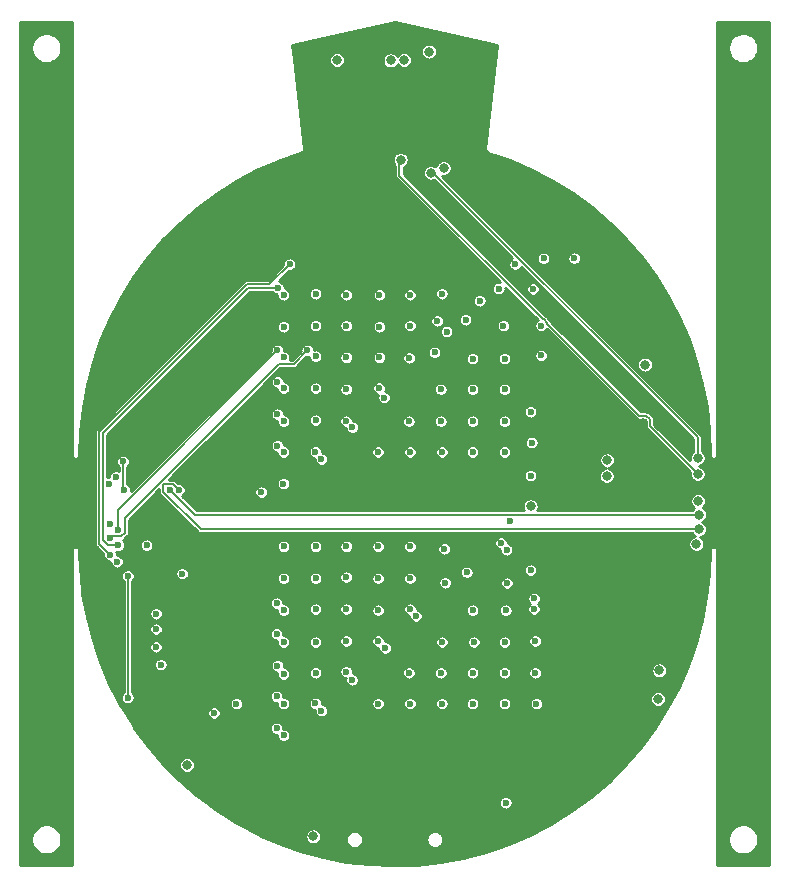
<source format=gbr>
%TF.GenerationSoftware,KiCad,Pcbnew,(5.1.12-1-10_14)*%
%TF.CreationDate,2021-12-01T14:47:09-05:00*%
%TF.ProjectId,blinky,626c696e-6b79-42e6-9b69-6361645f7063,rev?*%
%TF.SameCoordinates,Original*%
%TF.FileFunction,Copper,L3,Inr*%
%TF.FilePolarity,Positive*%
%FSLAX46Y46*%
G04 Gerber Fmt 4.6, Leading zero omitted, Abs format (unit mm)*
G04 Created by KiCad (PCBNEW (5.1.12-1-10_14)) date 2021-12-01 14:47:09*
%MOMM*%
%LPD*%
G01*
G04 APERTURE LIST*
%TA.AperFunction,ViaPad*%
%ADD10C,0.600000*%
%TD*%
%TA.AperFunction,ViaPad*%
%ADD11C,0.800000*%
%TD*%
%TA.AperFunction,Conductor*%
%ADD12C,0.150000*%
%TD*%
%TA.AperFunction,Conductor*%
%ADD13C,0.254000*%
%TD*%
%TA.AperFunction,Conductor*%
%ADD14C,0.100000*%
%TD*%
G04 APERTURE END LIST*
D10*
%TO.N,Net-(BT1-Pad1)*%
X199400000Y-107400000D03*
%TO.N,GND*%
X165100000Y-93000000D03*
D11*
X211000000Y-75250000D03*
D10*
X207300000Y-64400000D03*
X189500000Y-106500000D03*
X196700000Y-53500000D03*
X182300000Y-54500000D03*
X181400000Y-106100000D03*
X168900000Y-87000000D03*
X170100000Y-97800000D03*
D11*
%TO.N,+3V3*%
X192900000Y-43800000D03*
%TO.N,/SWCLK*%
X208000000Y-78400000D03*
X190800000Y-44500000D03*
%TO.N,/D-*%
X215650000Y-79550000D03*
X190504803Y-52945197D03*
%TO.N,/SWDIO*%
X207950000Y-79750000D03*
X189650000Y-44550000D03*
%TO.N,/D+*%
X215650000Y-78200000D03*
X193050000Y-54050000D03*
%TO.N,/USB5V*%
X183100000Y-110250000D03*
%TO.N,/~RESET*%
X211200000Y-70300000D03*
X194142582Y-53657418D03*
X185100000Y-44500000D03*
D10*
%TO.N,Net-(R6-Pad2)*%
X167400000Y-88200000D03*
X167400000Y-98500000D03*
D11*
%TO.N,/A6*%
X201500000Y-82300000D03*
X172400000Y-104200000D03*
%TO.N,/SCL*%
X215750000Y-83000000D03*
D10*
X171000000Y-80908331D03*
D11*
%TO.N,/SDA*%
X215750000Y-84250000D03*
D10*
X171750000Y-80908331D03*
%TO.N,/A0*%
X205200000Y-61300000D03*
X202600000Y-61300000D03*
%TO.N,/CA8*%
X180600000Y-64400000D03*
X180600000Y-67100000D03*
X180600000Y-69700000D03*
X180600000Y-72300000D03*
X180600000Y-75100000D03*
X180600000Y-77700000D03*
X180583331Y-80383331D03*
X183800000Y-78300000D03*
X188600000Y-77700000D03*
X191300000Y-77700000D03*
X194000000Y-77700000D03*
X196600000Y-77700000D03*
X199300000Y-77700000D03*
X201500000Y-79700000D03*
X165824990Y-80400000D03*
%TO.N,/CA7*%
X183300000Y-64300000D03*
X183300000Y-67000000D03*
X183300000Y-69600000D03*
X183300000Y-72300000D03*
X183300000Y-75000000D03*
X183284998Y-77684998D03*
X186416996Y-75616996D03*
X191200000Y-75100000D03*
X193900000Y-75100000D03*
X196600000Y-75100000D03*
X199300000Y-75100000D03*
X201600000Y-76900000D03*
X180069668Y-77169668D03*
X166400000Y-79800000D03*
%TO.N,/CA6*%
X185900000Y-64400000D03*
X185900000Y-67000000D03*
X185900000Y-69700000D03*
X185900000Y-72400000D03*
X185886665Y-75086665D03*
X189100000Y-73100000D03*
X193900000Y-72400000D03*
X196600000Y-72400000D03*
X199300000Y-72400000D03*
X201500000Y-74300000D03*
X180075000Y-74500000D03*
X167000000Y-78500000D03*
X167100000Y-80908331D03*
%TO.N,/CA5*%
X188700000Y-64400000D03*
X188700000Y-67100000D03*
X188700000Y-69700000D03*
X188683332Y-72283332D03*
X193371232Y-69271232D03*
X196600000Y-69800000D03*
X199300000Y-69800000D03*
X202400000Y-69529998D03*
X165900000Y-83800000D03*
X180069668Y-71769668D03*
%TO.N,/CA4*%
X191300000Y-64400000D03*
X191300000Y-67000000D03*
X194400000Y-67500000D03*
X191234999Y-69734999D03*
X166600000Y-84325000D03*
X180075000Y-69100000D03*
X199200000Y-67000000D03*
X202400000Y-67000000D03*
%TO.N,/CA3*%
X194000000Y-64300000D03*
X193600000Y-66600000D03*
X196000000Y-66500000D03*
X197200000Y-64900000D03*
X201700000Y-63900000D03*
X165900000Y-85000000D03*
X182600000Y-69100000D03*
%TO.N,/CA2*%
X200200000Y-61800000D03*
X198807577Y-63861668D03*
X166600000Y-85600000D03*
X180100000Y-63800000D03*
%TO.N,/CA1*%
X165900000Y-86400000D03*
X181100000Y-61800000D03*
%TO.N,/CB9*%
X172000000Y-88000000D03*
X169000000Y-85600000D03*
%TO.N,/CB8*%
X180600000Y-85700000D03*
X180600000Y-88400000D03*
X180600000Y-91100000D03*
X180600000Y-93800000D03*
X180600000Y-96500000D03*
X180600000Y-99000000D03*
X180600000Y-99000000D03*
X180599995Y-101699995D03*
X183800000Y-99600000D03*
X188600000Y-99000000D03*
X191300000Y-99000000D03*
X194000000Y-99000000D03*
X196600000Y-99000000D03*
X199300000Y-99000000D03*
X202000000Y-99000000D03*
X176600000Y-99000000D03*
%TO.N,/CB7*%
X183300000Y-85700000D03*
X183300000Y-88400000D03*
X183300000Y-91000000D03*
X183300000Y-93800000D03*
X183300000Y-96400000D03*
X183294350Y-98994350D03*
X186400000Y-97000000D03*
X191200000Y-96400000D03*
X193900000Y-96400000D03*
X196600000Y-96400000D03*
X199300000Y-96400000D03*
X201900000Y-96400000D03*
X174700000Y-99800000D03*
X180000000Y-101100000D03*
%TO.N,/CB6*%
X185900000Y-85700000D03*
X185900000Y-88300000D03*
X185900000Y-91000000D03*
X185900000Y-93700000D03*
X185900000Y-96300000D03*
X189200000Y-94300000D03*
X194000000Y-93800000D03*
X196700000Y-93800000D03*
X199300000Y-93800000D03*
X201900000Y-93700000D03*
X170200000Y-95700000D03*
X180000000Y-98400000D03*
%TO.N,/CB5*%
X188600000Y-85700000D03*
X188600000Y-88400000D03*
X188600000Y-91100000D03*
X188600000Y-93700000D03*
X191800000Y-91600000D03*
X196600000Y-91100000D03*
X199400000Y-91100000D03*
X201800000Y-91000000D03*
X169800000Y-94200000D03*
X180075000Y-95800000D03*
%TO.N,/CB4*%
X191300000Y-85700000D03*
X191300000Y-88400000D03*
X191300000Y-91000000D03*
X194274562Y-88774562D03*
X199520424Y-88800000D03*
X201800000Y-90100000D03*
X169800000Y-92700000D03*
X180000000Y-93100000D03*
%TO.N,/CB3*%
X199468522Y-85985653D03*
X201500000Y-87700000D03*
X196100000Y-87900000D03*
X194200000Y-85904994D03*
X169800000Y-91400000D03*
X180000000Y-90500000D03*
%TO.N,/CB2*%
X199000000Y-85400000D03*
X199789212Y-83533028D03*
%TO.N,/CA9*%
X166500000Y-87000000D03*
X178705424Y-81094576D03*
D11*
%TO.N,/NEOPWR*%
X215550000Y-85500000D03*
X212300000Y-98600000D03*
%TO.N,/NEOPIX*%
X215700000Y-81850000D03*
X212400000Y-96200000D03*
%TD*%
D12*
%TO.N,/D-*%
X202925001Y-66747999D02*
X202652001Y-66474999D01*
X202925001Y-66825001D02*
X202925001Y-66747999D01*
X202574999Y-66474999D02*
X190400000Y-54300000D01*
X202652001Y-66474999D02*
X202574999Y-66474999D01*
X210724999Y-74624999D02*
X202925001Y-66825001D01*
X211300001Y-74624999D02*
X210724999Y-74624999D01*
X211625001Y-75525001D02*
X211625001Y-74949999D01*
X211625001Y-74949999D02*
X211300001Y-74624999D01*
X215650000Y-79550000D02*
X211625001Y-75525001D01*
X190400000Y-53050000D02*
X190504803Y-52945197D01*
X190400000Y-54300000D02*
X190400000Y-53050000D01*
%TO.N,/D+*%
X193227002Y-54050000D02*
X193050000Y-54050000D01*
X215650000Y-76472998D02*
X193227002Y-54050000D01*
X215650000Y-78200000D02*
X215650000Y-76472998D01*
%TO.N,Net-(R6-Pad2)*%
X167400000Y-88200000D02*
X167400000Y-98500000D01*
%TO.N,/SCL*%
X215750000Y-83000000D02*
X173250000Y-83000000D01*
X173091669Y-83000000D02*
X173250000Y-83000000D01*
X171000000Y-80908331D02*
X173091669Y-83000000D01*
%TO.N,/SDA*%
X170374999Y-81050001D02*
X170374999Y-80449999D01*
X173574998Y-84250000D02*
X170374999Y-81050001D01*
X215750000Y-84250000D02*
X173574998Y-84250000D01*
X170747999Y-80383330D02*
X171224999Y-80383330D01*
X171224999Y-80383330D02*
X171750000Y-80908331D01*
X170681330Y-80449999D02*
X170747999Y-80383330D01*
X170374999Y-80449999D02*
X170681330Y-80449999D01*
%TO.N,/CA6*%
X167000000Y-80808331D02*
X167100000Y-80908331D01*
X167000000Y-78500000D02*
X167000000Y-80808331D01*
%TO.N,/CA4*%
X166600000Y-82575000D02*
X180075000Y-69100000D01*
X166600000Y-84325000D02*
X166600000Y-82575000D01*
%TO.N,/CA3*%
X181474999Y-70225001D02*
X182600000Y-69100000D01*
X167125001Y-84577001D02*
X167125001Y-83275719D01*
X180175719Y-70225001D02*
X181474999Y-70225001D01*
X167125001Y-83275719D02*
X180175719Y-70225001D01*
X166049999Y-84850001D02*
X165900000Y-85000000D01*
X166852001Y-84850001D02*
X166049999Y-84850001D01*
X167125001Y-84577001D02*
X166852001Y-84850001D01*
%TO.N,/CA2*%
X165299989Y-85176991D02*
X165299989Y-76100011D01*
X165722998Y-85600000D02*
X165299989Y-85176991D01*
X166600000Y-85600000D02*
X165722998Y-85600000D01*
X177600000Y-63800000D02*
X180100000Y-63800000D01*
X165299989Y-76100011D02*
X177600000Y-63800000D01*
%TO.N,/CA1*%
X164999979Y-85499979D02*
X164999980Y-75975742D01*
X177475732Y-63499990D02*
X179400010Y-63499990D01*
X164999980Y-75975742D02*
X177475732Y-63499990D01*
X179400010Y-63499990D02*
X181100000Y-61800000D01*
X165900000Y-86400000D02*
X164999979Y-85499979D01*
%TD*%
D13*
%TO.N,GND*%
X162698001Y-78014833D02*
X162702371Y-78059202D01*
X162719640Y-78116129D01*
X162747682Y-78168594D01*
X162785422Y-78214579D01*
X162831407Y-78252319D01*
X162883872Y-78280361D01*
X162940799Y-78297630D01*
X163000000Y-78303461D01*
X163059202Y-78297630D01*
X163116129Y-78280361D01*
X163168594Y-78252319D01*
X163214579Y-78214579D01*
X163252319Y-78168594D01*
X163280361Y-78116129D01*
X163297630Y-78059202D01*
X163302000Y-78014833D01*
X163302000Y-78004575D01*
X163362807Y-75999995D01*
X163573034Y-74012329D01*
X163931703Y-72046015D01*
X164436789Y-70112151D01*
X165085460Y-68221575D01*
X165874052Y-66384969D01*
X166798131Y-64612662D01*
X167852497Y-62914625D01*
X169031213Y-61300422D01*
X170327635Y-59779151D01*
X171734471Y-58359363D01*
X173243809Y-57049048D01*
X174847138Y-55855595D01*
X176535447Y-54785709D01*
X178299195Y-53845437D01*
X180128510Y-53040044D01*
X180585594Y-52878518D01*
X189827803Y-52878518D01*
X189827803Y-53011876D01*
X189853819Y-53142671D01*
X189904853Y-53265877D01*
X189978943Y-53376760D01*
X190048001Y-53445818D01*
X190048000Y-54282711D01*
X190046297Y-54300000D01*
X190048000Y-54317289D01*
X190048000Y-54317291D01*
X190053093Y-54369003D01*
X190073221Y-54435355D01*
X190073222Y-54435356D01*
X190105907Y-54496507D01*
X190128145Y-54523603D01*
X190149894Y-54550105D01*
X190163329Y-54561131D01*
X198892441Y-63290244D01*
X198864407Y-63284668D01*
X198750747Y-63284668D01*
X198639272Y-63306842D01*
X198534265Y-63350337D01*
X198439761Y-63413483D01*
X198359392Y-63493852D01*
X198296246Y-63588356D01*
X198252751Y-63693363D01*
X198230577Y-63804838D01*
X198230577Y-63918498D01*
X198252751Y-64029973D01*
X198296246Y-64134980D01*
X198359392Y-64229484D01*
X198439761Y-64309853D01*
X198534265Y-64372999D01*
X198639272Y-64416494D01*
X198750747Y-64438668D01*
X198864407Y-64438668D01*
X198975882Y-64416494D01*
X199080889Y-64372999D01*
X199175393Y-64309853D01*
X199255762Y-64229484D01*
X199318908Y-64134980D01*
X199362403Y-64029973D01*
X199384577Y-63918498D01*
X199384577Y-63804838D01*
X199379001Y-63776804D01*
X202105214Y-66503018D01*
X202032184Y-66551815D01*
X201951815Y-66632184D01*
X201888669Y-66726688D01*
X201845174Y-66831695D01*
X201823000Y-66943170D01*
X201823000Y-67056830D01*
X201845174Y-67168305D01*
X201888669Y-67273312D01*
X201951815Y-67367816D01*
X202032184Y-67448185D01*
X202126688Y-67511331D01*
X202231695Y-67554826D01*
X202343170Y-67577000D01*
X202456830Y-67577000D01*
X202568305Y-67554826D01*
X202673312Y-67511331D01*
X202767816Y-67448185D01*
X202848185Y-67367816D01*
X202896983Y-67294785D01*
X210463869Y-74861672D01*
X210474893Y-74875105D01*
X210488324Y-74886127D01*
X210528491Y-74919092D01*
X210552070Y-74931695D01*
X210589643Y-74951778D01*
X210655995Y-74971906D01*
X210707707Y-74976999D01*
X210707710Y-74976999D01*
X210724999Y-74978702D01*
X210742288Y-74976999D01*
X211154199Y-74976999D01*
X211273002Y-75095802D01*
X211273001Y-75507712D01*
X211271298Y-75525001D01*
X211273001Y-75542290D01*
X211273001Y-75542292D01*
X211278094Y-75594004D01*
X211298222Y-75660356D01*
X211309604Y-75681650D01*
X211330908Y-75721508D01*
X211347237Y-75741404D01*
X211374895Y-75775106D01*
X211388330Y-75786132D01*
X214991668Y-79389470D01*
X214973000Y-79483321D01*
X214973000Y-79616679D01*
X214999016Y-79747474D01*
X215050050Y-79870680D01*
X215124140Y-79981563D01*
X215218437Y-80075860D01*
X215329320Y-80149950D01*
X215452526Y-80200984D01*
X215583321Y-80227000D01*
X215716679Y-80227000D01*
X215847474Y-80200984D01*
X215970680Y-80149950D01*
X216081563Y-80075860D01*
X216175860Y-79981563D01*
X216249950Y-79870680D01*
X216300984Y-79747474D01*
X216327000Y-79616679D01*
X216327000Y-79483321D01*
X216300984Y-79352526D01*
X216249950Y-79229320D01*
X216175860Y-79118437D01*
X216081563Y-79024140D01*
X215970680Y-78950050D01*
X215847474Y-78899016D01*
X215726734Y-78875000D01*
X215847474Y-78850984D01*
X215970680Y-78799950D01*
X216081563Y-78725860D01*
X216175860Y-78631563D01*
X216249950Y-78520680D01*
X216300984Y-78397474D01*
X216327000Y-78266679D01*
X216327000Y-78133321D01*
X216300984Y-78002526D01*
X216249950Y-77879320D01*
X216175860Y-77768437D01*
X216081563Y-77674140D01*
X216002000Y-77620977D01*
X216002000Y-76490287D01*
X216003703Y-76472998D01*
X216002000Y-76455706D01*
X215996907Y-76403994D01*
X215976779Y-76337642D01*
X215954798Y-76296518D01*
X215944093Y-76276490D01*
X215911128Y-76236323D01*
X215900106Y-76222892D01*
X215886673Y-76211868D01*
X209908126Y-70233321D01*
X210523000Y-70233321D01*
X210523000Y-70366679D01*
X210549016Y-70497474D01*
X210600050Y-70620680D01*
X210674140Y-70731563D01*
X210768437Y-70825860D01*
X210879320Y-70899950D01*
X211002526Y-70950984D01*
X211133321Y-70977000D01*
X211266679Y-70977000D01*
X211397474Y-70950984D01*
X211520680Y-70899950D01*
X211631563Y-70825860D01*
X211725860Y-70731563D01*
X211799950Y-70620680D01*
X211850984Y-70497474D01*
X211877000Y-70366679D01*
X211877000Y-70233321D01*
X211850984Y-70102526D01*
X211799950Y-69979320D01*
X211725860Y-69868437D01*
X211631563Y-69774140D01*
X211520680Y-69700050D01*
X211397474Y-69649016D01*
X211266679Y-69623000D01*
X211133321Y-69623000D01*
X211002526Y-69649016D01*
X210879320Y-69700050D01*
X210768437Y-69774140D01*
X210674140Y-69868437D01*
X210600050Y-69979320D01*
X210549016Y-70102526D01*
X210523000Y-70233321D01*
X209908126Y-70233321D01*
X200917975Y-61243170D01*
X202023000Y-61243170D01*
X202023000Y-61356830D01*
X202045174Y-61468305D01*
X202088669Y-61573312D01*
X202151815Y-61667816D01*
X202232184Y-61748185D01*
X202326688Y-61811331D01*
X202431695Y-61854826D01*
X202543170Y-61877000D01*
X202656830Y-61877000D01*
X202768305Y-61854826D01*
X202873312Y-61811331D01*
X202967816Y-61748185D01*
X203048185Y-61667816D01*
X203111331Y-61573312D01*
X203154826Y-61468305D01*
X203177000Y-61356830D01*
X203177000Y-61243170D01*
X204623000Y-61243170D01*
X204623000Y-61356830D01*
X204645174Y-61468305D01*
X204688669Y-61573312D01*
X204751815Y-61667816D01*
X204832184Y-61748185D01*
X204926688Y-61811331D01*
X205031695Y-61854826D01*
X205143170Y-61877000D01*
X205256830Y-61877000D01*
X205368305Y-61854826D01*
X205473312Y-61811331D01*
X205567816Y-61748185D01*
X205648185Y-61667816D01*
X205711331Y-61573312D01*
X205754826Y-61468305D01*
X205777000Y-61356830D01*
X205777000Y-61243170D01*
X205754826Y-61131695D01*
X205711331Y-61026688D01*
X205648185Y-60932184D01*
X205567816Y-60851815D01*
X205473312Y-60788669D01*
X205368305Y-60745174D01*
X205256830Y-60723000D01*
X205143170Y-60723000D01*
X205031695Y-60745174D01*
X204926688Y-60788669D01*
X204832184Y-60851815D01*
X204751815Y-60932184D01*
X204688669Y-61026688D01*
X204645174Y-61131695D01*
X204623000Y-61243170D01*
X203177000Y-61243170D01*
X203154826Y-61131695D01*
X203111331Y-61026688D01*
X203048185Y-60932184D01*
X202967816Y-60851815D01*
X202873312Y-60788669D01*
X202768305Y-60745174D01*
X202656830Y-60723000D01*
X202543170Y-60723000D01*
X202431695Y-60745174D01*
X202326688Y-60788669D01*
X202232184Y-60851815D01*
X202151815Y-60932184D01*
X202088669Y-61026688D01*
X202045174Y-61131695D01*
X202023000Y-61243170D01*
X200917975Y-61243170D01*
X193992666Y-54317862D01*
X194075903Y-54334418D01*
X194209261Y-54334418D01*
X194340056Y-54308402D01*
X194463262Y-54257368D01*
X194574145Y-54183278D01*
X194668442Y-54088981D01*
X194742532Y-53978098D01*
X194793566Y-53854892D01*
X194819582Y-53724097D01*
X194819582Y-53590739D01*
X194793566Y-53459944D01*
X194742532Y-53336738D01*
X194668442Y-53225855D01*
X194574145Y-53131558D01*
X194463262Y-53057468D01*
X194340056Y-53006434D01*
X194209261Y-52980418D01*
X194075903Y-52980418D01*
X193945108Y-53006434D01*
X193821902Y-53057468D01*
X193711019Y-53131558D01*
X193616722Y-53225855D01*
X193542632Y-53336738D01*
X193491598Y-53459944D01*
X193479150Y-53522527D01*
X193370680Y-53450050D01*
X193247474Y-53399016D01*
X193116679Y-53373000D01*
X192983321Y-53373000D01*
X192852526Y-53399016D01*
X192729320Y-53450050D01*
X192618437Y-53524140D01*
X192524140Y-53618437D01*
X192450050Y-53729320D01*
X192399016Y-53852526D01*
X192373000Y-53983321D01*
X192373000Y-54116679D01*
X192399016Y-54247474D01*
X192450050Y-54370680D01*
X192524140Y-54481563D01*
X192618437Y-54575860D01*
X192729320Y-54649950D01*
X192852526Y-54700984D01*
X192983321Y-54727000D01*
X193116679Y-54727000D01*
X193247474Y-54700984D01*
X193341314Y-54662114D01*
X199955807Y-61276608D01*
X199926688Y-61288669D01*
X199832184Y-61351815D01*
X199751815Y-61432184D01*
X199688669Y-61526688D01*
X199645174Y-61631695D01*
X199623000Y-61743170D01*
X199623000Y-61856830D01*
X199645174Y-61968305D01*
X199688669Y-62073312D01*
X199751815Y-62167816D01*
X199832184Y-62248185D01*
X199926688Y-62311331D01*
X200031695Y-62354826D01*
X200143170Y-62377000D01*
X200256830Y-62377000D01*
X200368305Y-62354826D01*
X200473312Y-62311331D01*
X200567816Y-62248185D01*
X200648185Y-62167816D01*
X200711331Y-62073312D01*
X200723392Y-62044193D01*
X215298001Y-76618802D01*
X215298000Y-77620977D01*
X215218437Y-77674140D01*
X215124140Y-77768437D01*
X215050050Y-77879320D01*
X214999016Y-78002526D01*
X214973000Y-78133321D01*
X214973000Y-78266679D01*
X214999016Y-78397474D01*
X215001660Y-78403857D01*
X211977001Y-75379199D01*
X211977001Y-74967287D01*
X211978704Y-74949998D01*
X211972413Y-74886127D01*
X211971908Y-74880995D01*
X211951780Y-74814643D01*
X211929688Y-74773312D01*
X211919094Y-74753491D01*
X211896856Y-74726395D01*
X211875107Y-74699893D01*
X211861673Y-74688868D01*
X211561135Y-74388331D01*
X211550107Y-74374893D01*
X211496508Y-74330906D01*
X211435357Y-74298220D01*
X211369005Y-74278092D01*
X211317293Y-74272999D01*
X211317290Y-74272999D01*
X211300001Y-74271296D01*
X211282712Y-74272999D01*
X210870802Y-74272999D01*
X203269779Y-66671977D01*
X203251780Y-66612644D01*
X203250557Y-66610355D01*
X203219094Y-66551491D01*
X203196462Y-66523914D01*
X203175107Y-66497893D01*
X203161673Y-66486868D01*
X202913135Y-66238331D01*
X202902107Y-66224893D01*
X202848508Y-66180906D01*
X202787357Y-66148220D01*
X202728026Y-66130222D01*
X200440974Y-63843170D01*
X201123000Y-63843170D01*
X201123000Y-63956830D01*
X201145174Y-64068305D01*
X201188669Y-64173312D01*
X201251815Y-64267816D01*
X201332184Y-64348185D01*
X201426688Y-64411331D01*
X201531695Y-64454826D01*
X201643170Y-64477000D01*
X201756830Y-64477000D01*
X201868305Y-64454826D01*
X201973312Y-64411331D01*
X202067816Y-64348185D01*
X202148185Y-64267816D01*
X202211331Y-64173312D01*
X202254826Y-64068305D01*
X202277000Y-63956830D01*
X202277000Y-63843170D01*
X202254826Y-63731695D01*
X202211331Y-63626688D01*
X202148185Y-63532184D01*
X202067816Y-63451815D01*
X201973312Y-63388669D01*
X201868305Y-63345174D01*
X201756830Y-63323000D01*
X201643170Y-63323000D01*
X201531695Y-63345174D01*
X201426688Y-63388669D01*
X201332184Y-63451815D01*
X201251815Y-63532184D01*
X201188669Y-63626688D01*
X201145174Y-63731695D01*
X201123000Y-63843170D01*
X200440974Y-63843170D01*
X190752000Y-54154198D01*
X190752000Y-53575585D01*
X190825483Y-53545147D01*
X190936366Y-53471057D01*
X191030663Y-53376760D01*
X191104753Y-53265877D01*
X191155787Y-53142671D01*
X191181803Y-53011876D01*
X191181803Y-52878518D01*
X191155787Y-52747723D01*
X191104753Y-52624517D01*
X191030663Y-52513634D01*
X190936366Y-52419337D01*
X190825483Y-52345247D01*
X190702277Y-52294213D01*
X190571482Y-52268197D01*
X190438124Y-52268197D01*
X190307329Y-52294213D01*
X190184123Y-52345247D01*
X190073240Y-52419337D01*
X189978943Y-52513634D01*
X189904853Y-52624517D01*
X189853819Y-52747723D01*
X189827803Y-52878518D01*
X180585594Y-52878518D01*
X182018149Y-52372277D01*
X182093653Y-52348893D01*
X182109403Y-52345536D01*
X182164046Y-52322020D01*
X182213053Y-52288296D01*
X182254537Y-52245659D01*
X182286908Y-52195748D01*
X182308918Y-52140481D01*
X182319724Y-52081982D01*
X182319114Y-52037402D01*
X181464912Y-44433321D01*
X184423000Y-44433321D01*
X184423000Y-44566679D01*
X184449016Y-44697474D01*
X184500050Y-44820680D01*
X184574140Y-44931563D01*
X184668437Y-45025860D01*
X184779320Y-45099950D01*
X184902526Y-45150984D01*
X185033321Y-45177000D01*
X185166679Y-45177000D01*
X185297474Y-45150984D01*
X185420680Y-45099950D01*
X185531563Y-45025860D01*
X185625860Y-44931563D01*
X185699950Y-44820680D01*
X185750984Y-44697474D01*
X185777000Y-44566679D01*
X185777000Y-44483321D01*
X188973000Y-44483321D01*
X188973000Y-44616679D01*
X188999016Y-44747474D01*
X189050050Y-44870680D01*
X189124140Y-44981563D01*
X189218437Y-45075860D01*
X189329320Y-45149950D01*
X189452526Y-45200984D01*
X189583321Y-45227000D01*
X189716679Y-45227000D01*
X189847474Y-45200984D01*
X189970680Y-45149950D01*
X190081563Y-45075860D01*
X190175860Y-44981563D01*
X190241705Y-44883020D01*
X190274140Y-44931563D01*
X190368437Y-45025860D01*
X190479320Y-45099950D01*
X190602526Y-45150984D01*
X190733321Y-45177000D01*
X190866679Y-45177000D01*
X190997474Y-45150984D01*
X191120680Y-45099950D01*
X191231563Y-45025860D01*
X191325860Y-44931563D01*
X191399950Y-44820680D01*
X191450984Y-44697474D01*
X191477000Y-44566679D01*
X191477000Y-44433321D01*
X191450984Y-44302526D01*
X191399950Y-44179320D01*
X191325860Y-44068437D01*
X191231563Y-43974140D01*
X191120680Y-43900050D01*
X190997474Y-43849016D01*
X190866679Y-43823000D01*
X190733321Y-43823000D01*
X190602526Y-43849016D01*
X190479320Y-43900050D01*
X190368437Y-43974140D01*
X190274140Y-44068437D01*
X190208295Y-44166980D01*
X190175860Y-44118437D01*
X190081563Y-44024140D01*
X189970680Y-43950050D01*
X189847474Y-43899016D01*
X189716679Y-43873000D01*
X189583321Y-43873000D01*
X189452526Y-43899016D01*
X189329320Y-43950050D01*
X189218437Y-44024140D01*
X189124140Y-44118437D01*
X189050050Y-44229320D01*
X188999016Y-44352526D01*
X188973000Y-44483321D01*
X185777000Y-44483321D01*
X185777000Y-44433321D01*
X185750984Y-44302526D01*
X185699950Y-44179320D01*
X185625860Y-44068437D01*
X185531563Y-43974140D01*
X185420680Y-43900050D01*
X185297474Y-43849016D01*
X185166679Y-43823000D01*
X185033321Y-43823000D01*
X184902526Y-43849016D01*
X184779320Y-43900050D01*
X184668437Y-43974140D01*
X184574140Y-44068437D01*
X184500050Y-44179320D01*
X184449016Y-44302526D01*
X184423000Y-44433321D01*
X181464912Y-44433321D01*
X181386278Y-43733321D01*
X192223000Y-43733321D01*
X192223000Y-43866679D01*
X192249016Y-43997474D01*
X192300050Y-44120680D01*
X192374140Y-44231563D01*
X192468437Y-44325860D01*
X192579320Y-44399950D01*
X192702526Y-44450984D01*
X192833321Y-44477000D01*
X192966679Y-44477000D01*
X193097474Y-44450984D01*
X193220680Y-44399950D01*
X193331563Y-44325860D01*
X193425860Y-44231563D01*
X193499950Y-44120680D01*
X193550984Y-43997474D01*
X193577000Y-43866679D01*
X193577000Y-43733321D01*
X193550984Y-43602526D01*
X193499950Y-43479320D01*
X193425860Y-43368437D01*
X193331563Y-43274140D01*
X193220680Y-43200050D01*
X193097474Y-43149016D01*
X192966679Y-43123000D01*
X192833321Y-43123000D01*
X192702526Y-43149016D01*
X192579320Y-43200050D01*
X192468437Y-43274140D01*
X192374140Y-43368437D01*
X192300050Y-43479320D01*
X192249016Y-43602526D01*
X192223000Y-43733321D01*
X181386278Y-43733321D01*
X181330404Y-43235944D01*
X190000002Y-41309367D01*
X198669595Y-43235944D01*
X197680886Y-52037403D01*
X197680276Y-52081981D01*
X197691082Y-52140480D01*
X197713092Y-52195748D01*
X197745463Y-52245658D01*
X197786947Y-52288296D01*
X197835954Y-52322019D01*
X197890597Y-52345535D01*
X197901051Y-52347764D01*
X199780744Y-53004283D01*
X201612982Y-53802969D01*
X203380187Y-54736789D01*
X205072392Y-55800478D01*
X206680085Y-56988058D01*
X208194192Y-58292822D01*
X209606231Y-59707463D01*
X210908216Y-61223980D01*
X212092837Y-62833861D01*
X213153404Y-64528012D01*
X214083971Y-66296931D01*
X214879283Y-68130637D01*
X215534867Y-70018814D01*
X216047036Y-71950840D01*
X216412898Y-73915802D01*
X216630401Y-75902692D01*
X216698001Y-77890943D01*
X216698001Y-78014833D01*
X216702371Y-78059202D01*
X216711017Y-78087702D01*
X216711030Y-78087753D01*
X216711047Y-78087802D01*
X216719640Y-78116129D01*
X216747682Y-78168594D01*
X216785422Y-78214579D01*
X216831407Y-78252319D01*
X216883872Y-78280361D01*
X216940799Y-78297630D01*
X217000000Y-78303461D01*
X217059202Y-78297630D01*
X217116129Y-78280361D01*
X217168594Y-78252319D01*
X217214579Y-78214579D01*
X217252319Y-78168594D01*
X217280361Y-78116129D01*
X217297630Y-78059202D01*
X217302000Y-78014833D01*
X217302000Y-78000879D01*
X217302526Y-77902981D01*
X217302368Y-77898066D01*
X217302356Y-77891096D01*
X217302000Y-77880625D01*
X217302000Y-43374226D01*
X218223000Y-43374226D01*
X218223000Y-43625774D01*
X218272074Y-43872487D01*
X218368337Y-44104886D01*
X218508089Y-44314040D01*
X218685960Y-44491911D01*
X218895114Y-44631663D01*
X219127513Y-44727926D01*
X219374226Y-44777000D01*
X219625774Y-44777000D01*
X219872487Y-44727926D01*
X220104886Y-44631663D01*
X220314040Y-44491911D01*
X220491911Y-44314040D01*
X220631663Y-44104886D01*
X220727926Y-43872487D01*
X220777000Y-43625774D01*
X220777000Y-43374226D01*
X220727926Y-43127513D01*
X220631663Y-42895114D01*
X220491911Y-42685960D01*
X220314040Y-42508089D01*
X220104886Y-42368337D01*
X219872487Y-42272074D01*
X219625774Y-42223000D01*
X219374226Y-42223000D01*
X219127513Y-42272074D01*
X218895114Y-42368337D01*
X218685960Y-42508089D01*
X218508089Y-42685960D01*
X218368337Y-42895114D01*
X218272074Y-43127513D01*
X218223000Y-43374226D01*
X217302000Y-43374226D01*
X217302000Y-41302000D01*
X221698001Y-41302000D01*
X221698000Y-112698000D01*
X217302000Y-112698000D01*
X217302000Y-110374226D01*
X218223000Y-110374226D01*
X218223000Y-110625774D01*
X218272074Y-110872487D01*
X218368337Y-111104886D01*
X218508089Y-111314040D01*
X218685960Y-111491911D01*
X218895114Y-111631663D01*
X219127513Y-111727926D01*
X219374226Y-111777000D01*
X219625774Y-111777000D01*
X219872487Y-111727926D01*
X220104886Y-111631663D01*
X220314040Y-111491911D01*
X220491911Y-111314040D01*
X220631663Y-111104886D01*
X220727926Y-110872487D01*
X220777000Y-110625774D01*
X220777000Y-110374226D01*
X220727926Y-110127513D01*
X220631663Y-109895114D01*
X220491911Y-109685960D01*
X220314040Y-109508089D01*
X220104886Y-109368337D01*
X219872487Y-109272074D01*
X219625774Y-109223000D01*
X219374226Y-109223000D01*
X219127513Y-109272074D01*
X218895114Y-109368337D01*
X218685960Y-109508089D01*
X218508089Y-109685960D01*
X218368337Y-109895114D01*
X218272074Y-110127513D01*
X218223000Y-110374226D01*
X217302000Y-110374226D01*
X217302000Y-85985167D01*
X217297630Y-85940798D01*
X217280361Y-85883871D01*
X217252319Y-85831406D01*
X217214579Y-85785421D01*
X217168593Y-85747681D01*
X217116128Y-85719639D01*
X217059201Y-85702370D01*
X217000000Y-85696539D01*
X216940798Y-85702370D01*
X216883871Y-85719639D01*
X216831406Y-85747681D01*
X216785421Y-85785421D01*
X216747681Y-85831407D01*
X216719639Y-85883872D01*
X216702370Y-85940799D01*
X216698000Y-85985168D01*
X216698000Y-85994344D01*
X216622637Y-88001768D01*
X216397608Y-89992259D01*
X216023966Y-91960290D01*
X215503821Y-93894743D01*
X214840089Y-95784774D01*
X214036520Y-97619705D01*
X213097628Y-99389226D01*
X212028700Y-101083374D01*
X210835767Y-102692593D01*
X209525530Y-104207843D01*
X208105363Y-105620593D01*
X206583266Y-106922885D01*
X204967819Y-108107380D01*
X203268104Y-109167418D01*
X201493693Y-110097031D01*
X199654580Y-110890981D01*
X197761103Y-111544806D01*
X195823939Y-112054819D01*
X193853990Y-112418149D01*
X191862348Y-112632752D01*
X189860207Y-112697421D01*
X187858869Y-112611791D01*
X185869572Y-112376341D01*
X183903539Y-111992402D01*
X181971819Y-111462132D01*
X180085295Y-110788515D01*
X178722809Y-110183321D01*
X182423000Y-110183321D01*
X182423000Y-110316679D01*
X182449016Y-110447474D01*
X182500050Y-110570680D01*
X182574140Y-110681563D01*
X182668437Y-110775860D01*
X182779320Y-110849950D01*
X182902526Y-110900984D01*
X183033321Y-110927000D01*
X183166679Y-110927000D01*
X183297474Y-110900984D01*
X183420680Y-110849950D01*
X183531563Y-110775860D01*
X183625860Y-110681563D01*
X183699950Y-110570680D01*
X183750984Y-110447474D01*
X183754778Y-110428397D01*
X185873000Y-110428397D01*
X185873000Y-110571603D01*
X185900938Y-110712058D01*
X185955741Y-110844364D01*
X186035302Y-110963436D01*
X186136564Y-111064698D01*
X186255636Y-111144259D01*
X186387942Y-111199062D01*
X186528397Y-111227000D01*
X186671603Y-111227000D01*
X186812058Y-111199062D01*
X186944364Y-111144259D01*
X187063436Y-111064698D01*
X187164698Y-110963436D01*
X187244259Y-110844364D01*
X187299062Y-110712058D01*
X187327000Y-110571603D01*
X187327000Y-110428397D01*
X192673000Y-110428397D01*
X192673000Y-110571603D01*
X192700938Y-110712058D01*
X192755741Y-110844364D01*
X192835302Y-110963436D01*
X192936564Y-111064698D01*
X193055636Y-111144259D01*
X193187942Y-111199062D01*
X193328397Y-111227000D01*
X193471603Y-111227000D01*
X193612058Y-111199062D01*
X193744364Y-111144259D01*
X193863436Y-111064698D01*
X193964698Y-110963436D01*
X194044259Y-110844364D01*
X194099062Y-110712058D01*
X194127000Y-110571603D01*
X194127000Y-110428397D01*
X194099062Y-110287942D01*
X194044259Y-110155636D01*
X193964698Y-110036564D01*
X193863436Y-109935302D01*
X193744364Y-109855741D01*
X193612058Y-109800938D01*
X193471603Y-109773000D01*
X193328397Y-109773000D01*
X193187942Y-109800938D01*
X193055636Y-109855741D01*
X192936564Y-109935302D01*
X192835302Y-110036564D01*
X192755741Y-110155636D01*
X192700938Y-110287942D01*
X192673000Y-110428397D01*
X187327000Y-110428397D01*
X187299062Y-110287942D01*
X187244259Y-110155636D01*
X187164698Y-110036564D01*
X187063436Y-109935302D01*
X186944364Y-109855741D01*
X186812058Y-109800938D01*
X186671603Y-109773000D01*
X186528397Y-109773000D01*
X186387942Y-109800938D01*
X186255636Y-109855741D01*
X186136564Y-109935302D01*
X186035302Y-110036564D01*
X185955741Y-110155636D01*
X185900938Y-110287942D01*
X185873000Y-110428397D01*
X183754778Y-110428397D01*
X183777000Y-110316679D01*
X183777000Y-110183321D01*
X183750984Y-110052526D01*
X183699950Y-109929320D01*
X183625860Y-109818437D01*
X183531563Y-109724140D01*
X183420680Y-109650050D01*
X183297474Y-109599016D01*
X183166679Y-109573000D01*
X183033321Y-109573000D01*
X182902526Y-109599016D01*
X182779320Y-109650050D01*
X182668437Y-109724140D01*
X182574140Y-109818437D01*
X182500050Y-109929320D01*
X182449016Y-110052526D01*
X182423000Y-110183321D01*
X178722809Y-110183321D01*
X178254596Y-109975349D01*
X176490016Y-109027205D01*
X174801500Y-107949429D01*
X173992570Y-107343170D01*
X198823000Y-107343170D01*
X198823000Y-107456830D01*
X198845174Y-107568305D01*
X198888669Y-107673312D01*
X198951815Y-107767816D01*
X199032184Y-107848185D01*
X199126688Y-107911331D01*
X199231695Y-107954826D01*
X199343170Y-107977000D01*
X199456830Y-107977000D01*
X199568305Y-107954826D01*
X199673312Y-107911331D01*
X199767816Y-107848185D01*
X199848185Y-107767816D01*
X199911331Y-107673312D01*
X199954826Y-107568305D01*
X199977000Y-107456830D01*
X199977000Y-107343170D01*
X199954826Y-107231695D01*
X199911331Y-107126688D01*
X199848185Y-107032184D01*
X199767816Y-106951815D01*
X199673312Y-106888669D01*
X199568305Y-106845174D01*
X199456830Y-106823000D01*
X199343170Y-106823000D01*
X199231695Y-106845174D01*
X199126688Y-106888669D01*
X199032184Y-106951815D01*
X198951815Y-107032184D01*
X198888669Y-107126688D01*
X198845174Y-107231695D01*
X198823000Y-107343170D01*
X173992570Y-107343170D01*
X173198540Y-106748079D01*
X171690170Y-105429924D01*
X170413776Y-104133321D01*
X171723000Y-104133321D01*
X171723000Y-104266679D01*
X171749016Y-104397474D01*
X171800050Y-104520680D01*
X171874140Y-104631563D01*
X171968437Y-104725860D01*
X172079320Y-104799950D01*
X172202526Y-104850984D01*
X172333321Y-104877000D01*
X172466679Y-104877000D01*
X172597474Y-104850984D01*
X172720680Y-104799950D01*
X172831563Y-104725860D01*
X172925860Y-104631563D01*
X172999950Y-104520680D01*
X173050984Y-104397474D01*
X173077000Y-104266679D01*
X173077000Y-104133321D01*
X173050984Y-104002526D01*
X172999950Y-103879320D01*
X172925860Y-103768437D01*
X172831563Y-103674140D01*
X172720680Y-103600050D01*
X172597474Y-103549016D01*
X172466679Y-103523000D01*
X172333321Y-103523000D01*
X172202526Y-103549016D01*
X172079320Y-103600050D01*
X171968437Y-103674140D01*
X171874140Y-103768437D01*
X171800050Y-103879320D01*
X171749016Y-104002526D01*
X171723000Y-104133321D01*
X170413776Y-104133321D01*
X170284874Y-104002379D01*
X168990575Y-102473492D01*
X167953292Y-101043170D01*
X179423000Y-101043170D01*
X179423000Y-101156830D01*
X179445174Y-101268305D01*
X179488669Y-101373312D01*
X179551815Y-101467816D01*
X179632184Y-101548185D01*
X179726688Y-101611331D01*
X179831695Y-101654826D01*
X179943170Y-101677000D01*
X180022995Y-101677000D01*
X180022995Y-101756825D01*
X180045169Y-101868300D01*
X180088664Y-101973307D01*
X180151810Y-102067811D01*
X180232179Y-102148180D01*
X180326683Y-102211326D01*
X180431690Y-102254821D01*
X180543165Y-102276995D01*
X180656825Y-102276995D01*
X180768300Y-102254821D01*
X180873307Y-102211326D01*
X180967811Y-102148180D01*
X181048180Y-102067811D01*
X181111326Y-101973307D01*
X181154821Y-101868300D01*
X181176995Y-101756825D01*
X181176995Y-101643165D01*
X181154821Y-101531690D01*
X181111326Y-101426683D01*
X181048180Y-101332179D01*
X180967811Y-101251810D01*
X180873307Y-101188664D01*
X180768300Y-101145169D01*
X180656825Y-101122995D01*
X180577000Y-101122995D01*
X180577000Y-101043170D01*
X180554826Y-100931695D01*
X180511331Y-100826688D01*
X180448185Y-100732184D01*
X180367816Y-100651815D01*
X180273312Y-100588669D01*
X180168305Y-100545174D01*
X180056830Y-100523000D01*
X179943170Y-100523000D01*
X179831695Y-100545174D01*
X179726688Y-100588669D01*
X179632184Y-100651815D01*
X179551815Y-100732184D01*
X179488669Y-100826688D01*
X179445174Y-100931695D01*
X179423000Y-101043170D01*
X167953292Y-101043170D01*
X167814549Y-100851857D01*
X167131147Y-99743170D01*
X174123000Y-99743170D01*
X174123000Y-99856830D01*
X174145174Y-99968305D01*
X174188669Y-100073312D01*
X174251815Y-100167816D01*
X174332184Y-100248185D01*
X174426688Y-100311331D01*
X174531695Y-100354826D01*
X174643170Y-100377000D01*
X174756830Y-100377000D01*
X174868305Y-100354826D01*
X174973312Y-100311331D01*
X175067816Y-100248185D01*
X175148185Y-100167816D01*
X175211331Y-100073312D01*
X175254826Y-99968305D01*
X175277000Y-99856830D01*
X175277000Y-99743170D01*
X175254826Y-99631695D01*
X175211331Y-99526688D01*
X175148185Y-99432184D01*
X175067816Y-99351815D01*
X174973312Y-99288669D01*
X174868305Y-99245174D01*
X174756830Y-99223000D01*
X174643170Y-99223000D01*
X174531695Y-99245174D01*
X174426688Y-99288669D01*
X174332184Y-99351815D01*
X174251815Y-99432184D01*
X174188669Y-99526688D01*
X174145174Y-99631695D01*
X174123000Y-99743170D01*
X167131147Y-99743170D01*
X166763427Y-99146618D01*
X165843122Y-97367370D01*
X165058811Y-95524124D01*
X164414905Y-93627241D01*
X163915047Y-91687448D01*
X163562033Y-89715608D01*
X163400924Y-88143170D01*
X166823000Y-88143170D01*
X166823000Y-88256830D01*
X166845174Y-88368305D01*
X166888669Y-88473312D01*
X166951815Y-88567816D01*
X167032184Y-88648185D01*
X167048000Y-88658753D01*
X167048001Y-98041246D01*
X167032184Y-98051815D01*
X166951815Y-98132184D01*
X166888669Y-98226688D01*
X166845174Y-98331695D01*
X166823000Y-98443170D01*
X166823000Y-98556830D01*
X166845174Y-98668305D01*
X166888669Y-98773312D01*
X166951815Y-98867816D01*
X167032184Y-98948185D01*
X167126688Y-99011331D01*
X167231695Y-99054826D01*
X167343170Y-99077000D01*
X167456830Y-99077000D01*
X167568305Y-99054826D01*
X167673312Y-99011331D01*
X167767816Y-98948185D01*
X167772831Y-98943170D01*
X176023000Y-98943170D01*
X176023000Y-99056830D01*
X176045174Y-99168305D01*
X176088669Y-99273312D01*
X176151815Y-99367816D01*
X176232184Y-99448185D01*
X176326688Y-99511331D01*
X176431695Y-99554826D01*
X176543170Y-99577000D01*
X176656830Y-99577000D01*
X176768305Y-99554826D01*
X176873312Y-99511331D01*
X176967816Y-99448185D01*
X177048185Y-99367816D01*
X177111331Y-99273312D01*
X177154826Y-99168305D01*
X177177000Y-99056830D01*
X177177000Y-98943170D01*
X177154826Y-98831695D01*
X177111331Y-98726688D01*
X177048185Y-98632184D01*
X176967816Y-98551815D01*
X176873312Y-98488669D01*
X176768305Y-98445174D01*
X176656830Y-98423000D01*
X176543170Y-98423000D01*
X176431695Y-98445174D01*
X176326688Y-98488669D01*
X176232184Y-98551815D01*
X176151815Y-98632184D01*
X176088669Y-98726688D01*
X176045174Y-98831695D01*
X176023000Y-98943170D01*
X167772831Y-98943170D01*
X167848185Y-98867816D01*
X167911331Y-98773312D01*
X167954826Y-98668305D01*
X167977000Y-98556830D01*
X167977000Y-98443170D01*
X167957109Y-98343170D01*
X179423000Y-98343170D01*
X179423000Y-98456830D01*
X179445174Y-98568305D01*
X179488669Y-98673312D01*
X179551815Y-98767816D01*
X179632184Y-98848185D01*
X179726688Y-98911331D01*
X179831695Y-98954826D01*
X179943170Y-98977000D01*
X180023000Y-98977000D01*
X180023000Y-99056830D01*
X180045174Y-99168305D01*
X180088669Y-99273312D01*
X180151815Y-99367816D01*
X180232184Y-99448185D01*
X180326688Y-99511331D01*
X180431695Y-99554826D01*
X180543170Y-99577000D01*
X180656830Y-99577000D01*
X180768305Y-99554826D01*
X180873312Y-99511331D01*
X180967816Y-99448185D01*
X181048185Y-99367816D01*
X181111331Y-99273312D01*
X181154826Y-99168305D01*
X181177000Y-99056830D01*
X181177000Y-98943170D01*
X181175877Y-98937520D01*
X182717350Y-98937520D01*
X182717350Y-99051180D01*
X182739524Y-99162655D01*
X182783019Y-99267662D01*
X182846165Y-99362166D01*
X182926534Y-99442535D01*
X183021038Y-99505681D01*
X183126045Y-99549176D01*
X183223000Y-99568462D01*
X183223000Y-99656830D01*
X183245174Y-99768305D01*
X183288669Y-99873312D01*
X183351815Y-99967816D01*
X183432184Y-100048185D01*
X183526688Y-100111331D01*
X183631695Y-100154826D01*
X183743170Y-100177000D01*
X183856830Y-100177000D01*
X183968305Y-100154826D01*
X184073312Y-100111331D01*
X184167816Y-100048185D01*
X184248185Y-99967816D01*
X184311331Y-99873312D01*
X184354826Y-99768305D01*
X184377000Y-99656830D01*
X184377000Y-99543170D01*
X184354826Y-99431695D01*
X184311331Y-99326688D01*
X184248185Y-99232184D01*
X184167816Y-99151815D01*
X184073312Y-99088669D01*
X183968305Y-99045174D01*
X183871350Y-99025888D01*
X183871350Y-98943170D01*
X188023000Y-98943170D01*
X188023000Y-99056830D01*
X188045174Y-99168305D01*
X188088669Y-99273312D01*
X188151815Y-99367816D01*
X188232184Y-99448185D01*
X188326688Y-99511331D01*
X188431695Y-99554826D01*
X188543170Y-99577000D01*
X188656830Y-99577000D01*
X188768305Y-99554826D01*
X188873312Y-99511331D01*
X188967816Y-99448185D01*
X189048185Y-99367816D01*
X189111331Y-99273312D01*
X189154826Y-99168305D01*
X189177000Y-99056830D01*
X189177000Y-98943170D01*
X190723000Y-98943170D01*
X190723000Y-99056830D01*
X190745174Y-99168305D01*
X190788669Y-99273312D01*
X190851815Y-99367816D01*
X190932184Y-99448185D01*
X191026688Y-99511331D01*
X191131695Y-99554826D01*
X191243170Y-99577000D01*
X191356830Y-99577000D01*
X191468305Y-99554826D01*
X191573312Y-99511331D01*
X191667816Y-99448185D01*
X191748185Y-99367816D01*
X191811331Y-99273312D01*
X191854826Y-99168305D01*
X191877000Y-99056830D01*
X191877000Y-98943170D01*
X193423000Y-98943170D01*
X193423000Y-99056830D01*
X193445174Y-99168305D01*
X193488669Y-99273312D01*
X193551815Y-99367816D01*
X193632184Y-99448185D01*
X193726688Y-99511331D01*
X193831695Y-99554826D01*
X193943170Y-99577000D01*
X194056830Y-99577000D01*
X194168305Y-99554826D01*
X194273312Y-99511331D01*
X194367816Y-99448185D01*
X194448185Y-99367816D01*
X194511331Y-99273312D01*
X194554826Y-99168305D01*
X194577000Y-99056830D01*
X194577000Y-98943170D01*
X196023000Y-98943170D01*
X196023000Y-99056830D01*
X196045174Y-99168305D01*
X196088669Y-99273312D01*
X196151815Y-99367816D01*
X196232184Y-99448185D01*
X196326688Y-99511331D01*
X196431695Y-99554826D01*
X196543170Y-99577000D01*
X196656830Y-99577000D01*
X196768305Y-99554826D01*
X196873312Y-99511331D01*
X196967816Y-99448185D01*
X197048185Y-99367816D01*
X197111331Y-99273312D01*
X197154826Y-99168305D01*
X197177000Y-99056830D01*
X197177000Y-98943170D01*
X198723000Y-98943170D01*
X198723000Y-99056830D01*
X198745174Y-99168305D01*
X198788669Y-99273312D01*
X198851815Y-99367816D01*
X198932184Y-99448185D01*
X199026688Y-99511331D01*
X199131695Y-99554826D01*
X199243170Y-99577000D01*
X199356830Y-99577000D01*
X199468305Y-99554826D01*
X199573312Y-99511331D01*
X199667816Y-99448185D01*
X199748185Y-99367816D01*
X199811331Y-99273312D01*
X199854826Y-99168305D01*
X199877000Y-99056830D01*
X199877000Y-98943170D01*
X201423000Y-98943170D01*
X201423000Y-99056830D01*
X201445174Y-99168305D01*
X201488669Y-99273312D01*
X201551815Y-99367816D01*
X201632184Y-99448185D01*
X201726688Y-99511331D01*
X201831695Y-99554826D01*
X201943170Y-99577000D01*
X202056830Y-99577000D01*
X202168305Y-99554826D01*
X202273312Y-99511331D01*
X202367816Y-99448185D01*
X202448185Y-99367816D01*
X202511331Y-99273312D01*
X202554826Y-99168305D01*
X202577000Y-99056830D01*
X202577000Y-98943170D01*
X202554826Y-98831695D01*
X202511331Y-98726688D01*
X202448185Y-98632184D01*
X202367816Y-98551815D01*
X202340138Y-98533321D01*
X211623000Y-98533321D01*
X211623000Y-98666679D01*
X211649016Y-98797474D01*
X211700050Y-98920680D01*
X211774140Y-99031563D01*
X211868437Y-99125860D01*
X211979320Y-99199950D01*
X212102526Y-99250984D01*
X212233321Y-99277000D01*
X212366679Y-99277000D01*
X212497474Y-99250984D01*
X212620680Y-99199950D01*
X212731563Y-99125860D01*
X212825860Y-99031563D01*
X212899950Y-98920680D01*
X212950984Y-98797474D01*
X212977000Y-98666679D01*
X212977000Y-98533321D01*
X212950984Y-98402526D01*
X212899950Y-98279320D01*
X212825860Y-98168437D01*
X212731563Y-98074140D01*
X212620680Y-98000050D01*
X212497474Y-97949016D01*
X212366679Y-97923000D01*
X212233321Y-97923000D01*
X212102526Y-97949016D01*
X211979320Y-98000050D01*
X211868437Y-98074140D01*
X211774140Y-98168437D01*
X211700050Y-98279320D01*
X211649016Y-98402526D01*
X211623000Y-98533321D01*
X202340138Y-98533321D01*
X202273312Y-98488669D01*
X202168305Y-98445174D01*
X202056830Y-98423000D01*
X201943170Y-98423000D01*
X201831695Y-98445174D01*
X201726688Y-98488669D01*
X201632184Y-98551815D01*
X201551815Y-98632184D01*
X201488669Y-98726688D01*
X201445174Y-98831695D01*
X201423000Y-98943170D01*
X199877000Y-98943170D01*
X199854826Y-98831695D01*
X199811331Y-98726688D01*
X199748185Y-98632184D01*
X199667816Y-98551815D01*
X199573312Y-98488669D01*
X199468305Y-98445174D01*
X199356830Y-98423000D01*
X199243170Y-98423000D01*
X199131695Y-98445174D01*
X199026688Y-98488669D01*
X198932184Y-98551815D01*
X198851815Y-98632184D01*
X198788669Y-98726688D01*
X198745174Y-98831695D01*
X198723000Y-98943170D01*
X197177000Y-98943170D01*
X197154826Y-98831695D01*
X197111331Y-98726688D01*
X197048185Y-98632184D01*
X196967816Y-98551815D01*
X196873312Y-98488669D01*
X196768305Y-98445174D01*
X196656830Y-98423000D01*
X196543170Y-98423000D01*
X196431695Y-98445174D01*
X196326688Y-98488669D01*
X196232184Y-98551815D01*
X196151815Y-98632184D01*
X196088669Y-98726688D01*
X196045174Y-98831695D01*
X196023000Y-98943170D01*
X194577000Y-98943170D01*
X194554826Y-98831695D01*
X194511331Y-98726688D01*
X194448185Y-98632184D01*
X194367816Y-98551815D01*
X194273312Y-98488669D01*
X194168305Y-98445174D01*
X194056830Y-98423000D01*
X193943170Y-98423000D01*
X193831695Y-98445174D01*
X193726688Y-98488669D01*
X193632184Y-98551815D01*
X193551815Y-98632184D01*
X193488669Y-98726688D01*
X193445174Y-98831695D01*
X193423000Y-98943170D01*
X191877000Y-98943170D01*
X191854826Y-98831695D01*
X191811331Y-98726688D01*
X191748185Y-98632184D01*
X191667816Y-98551815D01*
X191573312Y-98488669D01*
X191468305Y-98445174D01*
X191356830Y-98423000D01*
X191243170Y-98423000D01*
X191131695Y-98445174D01*
X191026688Y-98488669D01*
X190932184Y-98551815D01*
X190851815Y-98632184D01*
X190788669Y-98726688D01*
X190745174Y-98831695D01*
X190723000Y-98943170D01*
X189177000Y-98943170D01*
X189154826Y-98831695D01*
X189111331Y-98726688D01*
X189048185Y-98632184D01*
X188967816Y-98551815D01*
X188873312Y-98488669D01*
X188768305Y-98445174D01*
X188656830Y-98423000D01*
X188543170Y-98423000D01*
X188431695Y-98445174D01*
X188326688Y-98488669D01*
X188232184Y-98551815D01*
X188151815Y-98632184D01*
X188088669Y-98726688D01*
X188045174Y-98831695D01*
X188023000Y-98943170D01*
X183871350Y-98943170D01*
X183871350Y-98937520D01*
X183849176Y-98826045D01*
X183805681Y-98721038D01*
X183742535Y-98626534D01*
X183662166Y-98546165D01*
X183567662Y-98483019D01*
X183462655Y-98439524D01*
X183351180Y-98417350D01*
X183237520Y-98417350D01*
X183126045Y-98439524D01*
X183021038Y-98483019D01*
X182926534Y-98546165D01*
X182846165Y-98626534D01*
X182783019Y-98721038D01*
X182739524Y-98826045D01*
X182717350Y-98937520D01*
X181175877Y-98937520D01*
X181154826Y-98831695D01*
X181111331Y-98726688D01*
X181048185Y-98632184D01*
X180967816Y-98551815D01*
X180873312Y-98488669D01*
X180768305Y-98445174D01*
X180656830Y-98423000D01*
X180577000Y-98423000D01*
X180577000Y-98343170D01*
X180554826Y-98231695D01*
X180511331Y-98126688D01*
X180448185Y-98032184D01*
X180367816Y-97951815D01*
X180273312Y-97888669D01*
X180168305Y-97845174D01*
X180056830Y-97823000D01*
X179943170Y-97823000D01*
X179831695Y-97845174D01*
X179726688Y-97888669D01*
X179632184Y-97951815D01*
X179551815Y-98032184D01*
X179488669Y-98126688D01*
X179445174Y-98231695D01*
X179423000Y-98343170D01*
X167957109Y-98343170D01*
X167954826Y-98331695D01*
X167911331Y-98226688D01*
X167848185Y-98132184D01*
X167767816Y-98051815D01*
X167752000Y-98041247D01*
X167752000Y-95643170D01*
X169623000Y-95643170D01*
X169623000Y-95756830D01*
X169645174Y-95868305D01*
X169688669Y-95973312D01*
X169751815Y-96067816D01*
X169832184Y-96148185D01*
X169926688Y-96211331D01*
X170031695Y-96254826D01*
X170143170Y-96277000D01*
X170256830Y-96277000D01*
X170368305Y-96254826D01*
X170473312Y-96211331D01*
X170567816Y-96148185D01*
X170648185Y-96067816D01*
X170711331Y-95973312D01*
X170754826Y-95868305D01*
X170777000Y-95756830D01*
X170777000Y-95743170D01*
X179498000Y-95743170D01*
X179498000Y-95856830D01*
X179520174Y-95968305D01*
X179563669Y-96073312D01*
X179626815Y-96167816D01*
X179707184Y-96248185D01*
X179801688Y-96311331D01*
X179906695Y-96354826D01*
X180018170Y-96377000D01*
X180036162Y-96377000D01*
X180023000Y-96443170D01*
X180023000Y-96556830D01*
X180045174Y-96668305D01*
X180088669Y-96773312D01*
X180151815Y-96867816D01*
X180232184Y-96948185D01*
X180326688Y-97011331D01*
X180431695Y-97054826D01*
X180543170Y-97077000D01*
X180656830Y-97077000D01*
X180768305Y-97054826D01*
X180873312Y-97011331D01*
X180967816Y-96948185D01*
X181048185Y-96867816D01*
X181111331Y-96773312D01*
X181154826Y-96668305D01*
X181177000Y-96556830D01*
X181177000Y-96443170D01*
X181157109Y-96343170D01*
X182723000Y-96343170D01*
X182723000Y-96456830D01*
X182745174Y-96568305D01*
X182788669Y-96673312D01*
X182851815Y-96767816D01*
X182932184Y-96848185D01*
X183026688Y-96911331D01*
X183131695Y-96954826D01*
X183243170Y-96977000D01*
X183356830Y-96977000D01*
X183468305Y-96954826D01*
X183573312Y-96911331D01*
X183667816Y-96848185D01*
X183748185Y-96767816D01*
X183811331Y-96673312D01*
X183854826Y-96568305D01*
X183877000Y-96456830D01*
X183877000Y-96343170D01*
X183857109Y-96243170D01*
X185323000Y-96243170D01*
X185323000Y-96356830D01*
X185345174Y-96468305D01*
X185388669Y-96573312D01*
X185451815Y-96667816D01*
X185532184Y-96748185D01*
X185626688Y-96811331D01*
X185731695Y-96854826D01*
X185836429Y-96875659D01*
X185823000Y-96943170D01*
X185823000Y-97056830D01*
X185845174Y-97168305D01*
X185888669Y-97273312D01*
X185951815Y-97367816D01*
X186032184Y-97448185D01*
X186126688Y-97511331D01*
X186231695Y-97554826D01*
X186343170Y-97577000D01*
X186456830Y-97577000D01*
X186568305Y-97554826D01*
X186673312Y-97511331D01*
X186767816Y-97448185D01*
X186848185Y-97367816D01*
X186911331Y-97273312D01*
X186954826Y-97168305D01*
X186977000Y-97056830D01*
X186977000Y-96943170D01*
X186954826Y-96831695D01*
X186911331Y-96726688D01*
X186848185Y-96632184D01*
X186767816Y-96551815D01*
X186673312Y-96488669D01*
X186568305Y-96445174D01*
X186463571Y-96424341D01*
X186477000Y-96356830D01*
X186477000Y-96343170D01*
X190623000Y-96343170D01*
X190623000Y-96456830D01*
X190645174Y-96568305D01*
X190688669Y-96673312D01*
X190751815Y-96767816D01*
X190832184Y-96848185D01*
X190926688Y-96911331D01*
X191031695Y-96954826D01*
X191143170Y-96977000D01*
X191256830Y-96977000D01*
X191368305Y-96954826D01*
X191473312Y-96911331D01*
X191567816Y-96848185D01*
X191648185Y-96767816D01*
X191711331Y-96673312D01*
X191754826Y-96568305D01*
X191777000Y-96456830D01*
X191777000Y-96343170D01*
X193323000Y-96343170D01*
X193323000Y-96456830D01*
X193345174Y-96568305D01*
X193388669Y-96673312D01*
X193451815Y-96767816D01*
X193532184Y-96848185D01*
X193626688Y-96911331D01*
X193731695Y-96954826D01*
X193843170Y-96977000D01*
X193956830Y-96977000D01*
X194068305Y-96954826D01*
X194173312Y-96911331D01*
X194267816Y-96848185D01*
X194348185Y-96767816D01*
X194411331Y-96673312D01*
X194454826Y-96568305D01*
X194477000Y-96456830D01*
X194477000Y-96343170D01*
X196023000Y-96343170D01*
X196023000Y-96456830D01*
X196045174Y-96568305D01*
X196088669Y-96673312D01*
X196151815Y-96767816D01*
X196232184Y-96848185D01*
X196326688Y-96911331D01*
X196431695Y-96954826D01*
X196543170Y-96977000D01*
X196656830Y-96977000D01*
X196768305Y-96954826D01*
X196873312Y-96911331D01*
X196967816Y-96848185D01*
X197048185Y-96767816D01*
X197111331Y-96673312D01*
X197154826Y-96568305D01*
X197177000Y-96456830D01*
X197177000Y-96343170D01*
X198723000Y-96343170D01*
X198723000Y-96456830D01*
X198745174Y-96568305D01*
X198788669Y-96673312D01*
X198851815Y-96767816D01*
X198932184Y-96848185D01*
X199026688Y-96911331D01*
X199131695Y-96954826D01*
X199243170Y-96977000D01*
X199356830Y-96977000D01*
X199468305Y-96954826D01*
X199573312Y-96911331D01*
X199667816Y-96848185D01*
X199748185Y-96767816D01*
X199811331Y-96673312D01*
X199854826Y-96568305D01*
X199877000Y-96456830D01*
X199877000Y-96343170D01*
X201323000Y-96343170D01*
X201323000Y-96456830D01*
X201345174Y-96568305D01*
X201388669Y-96673312D01*
X201451815Y-96767816D01*
X201532184Y-96848185D01*
X201626688Y-96911331D01*
X201731695Y-96954826D01*
X201843170Y-96977000D01*
X201956830Y-96977000D01*
X202068305Y-96954826D01*
X202173312Y-96911331D01*
X202267816Y-96848185D01*
X202348185Y-96767816D01*
X202411331Y-96673312D01*
X202454826Y-96568305D01*
X202477000Y-96456830D01*
X202477000Y-96343170D01*
X202454826Y-96231695D01*
X202414079Y-96133321D01*
X211723000Y-96133321D01*
X211723000Y-96266679D01*
X211749016Y-96397474D01*
X211800050Y-96520680D01*
X211874140Y-96631563D01*
X211968437Y-96725860D01*
X212079320Y-96799950D01*
X212202526Y-96850984D01*
X212333321Y-96877000D01*
X212466679Y-96877000D01*
X212597474Y-96850984D01*
X212720680Y-96799950D01*
X212831563Y-96725860D01*
X212925860Y-96631563D01*
X212999950Y-96520680D01*
X213050984Y-96397474D01*
X213077000Y-96266679D01*
X213077000Y-96133321D01*
X213050984Y-96002526D01*
X212999950Y-95879320D01*
X212925860Y-95768437D01*
X212831563Y-95674140D01*
X212720680Y-95600050D01*
X212597474Y-95549016D01*
X212466679Y-95523000D01*
X212333321Y-95523000D01*
X212202526Y-95549016D01*
X212079320Y-95600050D01*
X211968437Y-95674140D01*
X211874140Y-95768437D01*
X211800050Y-95879320D01*
X211749016Y-96002526D01*
X211723000Y-96133321D01*
X202414079Y-96133321D01*
X202411331Y-96126688D01*
X202348185Y-96032184D01*
X202267816Y-95951815D01*
X202173312Y-95888669D01*
X202068305Y-95845174D01*
X201956830Y-95823000D01*
X201843170Y-95823000D01*
X201731695Y-95845174D01*
X201626688Y-95888669D01*
X201532184Y-95951815D01*
X201451815Y-96032184D01*
X201388669Y-96126688D01*
X201345174Y-96231695D01*
X201323000Y-96343170D01*
X199877000Y-96343170D01*
X199854826Y-96231695D01*
X199811331Y-96126688D01*
X199748185Y-96032184D01*
X199667816Y-95951815D01*
X199573312Y-95888669D01*
X199468305Y-95845174D01*
X199356830Y-95823000D01*
X199243170Y-95823000D01*
X199131695Y-95845174D01*
X199026688Y-95888669D01*
X198932184Y-95951815D01*
X198851815Y-96032184D01*
X198788669Y-96126688D01*
X198745174Y-96231695D01*
X198723000Y-96343170D01*
X197177000Y-96343170D01*
X197154826Y-96231695D01*
X197111331Y-96126688D01*
X197048185Y-96032184D01*
X196967816Y-95951815D01*
X196873312Y-95888669D01*
X196768305Y-95845174D01*
X196656830Y-95823000D01*
X196543170Y-95823000D01*
X196431695Y-95845174D01*
X196326688Y-95888669D01*
X196232184Y-95951815D01*
X196151815Y-96032184D01*
X196088669Y-96126688D01*
X196045174Y-96231695D01*
X196023000Y-96343170D01*
X194477000Y-96343170D01*
X194454826Y-96231695D01*
X194411331Y-96126688D01*
X194348185Y-96032184D01*
X194267816Y-95951815D01*
X194173312Y-95888669D01*
X194068305Y-95845174D01*
X193956830Y-95823000D01*
X193843170Y-95823000D01*
X193731695Y-95845174D01*
X193626688Y-95888669D01*
X193532184Y-95951815D01*
X193451815Y-96032184D01*
X193388669Y-96126688D01*
X193345174Y-96231695D01*
X193323000Y-96343170D01*
X191777000Y-96343170D01*
X191754826Y-96231695D01*
X191711331Y-96126688D01*
X191648185Y-96032184D01*
X191567816Y-95951815D01*
X191473312Y-95888669D01*
X191368305Y-95845174D01*
X191256830Y-95823000D01*
X191143170Y-95823000D01*
X191031695Y-95845174D01*
X190926688Y-95888669D01*
X190832184Y-95951815D01*
X190751815Y-96032184D01*
X190688669Y-96126688D01*
X190645174Y-96231695D01*
X190623000Y-96343170D01*
X186477000Y-96343170D01*
X186477000Y-96243170D01*
X186454826Y-96131695D01*
X186411331Y-96026688D01*
X186348185Y-95932184D01*
X186267816Y-95851815D01*
X186173312Y-95788669D01*
X186068305Y-95745174D01*
X185956830Y-95723000D01*
X185843170Y-95723000D01*
X185731695Y-95745174D01*
X185626688Y-95788669D01*
X185532184Y-95851815D01*
X185451815Y-95932184D01*
X185388669Y-96026688D01*
X185345174Y-96131695D01*
X185323000Y-96243170D01*
X183857109Y-96243170D01*
X183854826Y-96231695D01*
X183811331Y-96126688D01*
X183748185Y-96032184D01*
X183667816Y-95951815D01*
X183573312Y-95888669D01*
X183468305Y-95845174D01*
X183356830Y-95823000D01*
X183243170Y-95823000D01*
X183131695Y-95845174D01*
X183026688Y-95888669D01*
X182932184Y-95951815D01*
X182851815Y-96032184D01*
X182788669Y-96126688D01*
X182745174Y-96231695D01*
X182723000Y-96343170D01*
X181157109Y-96343170D01*
X181154826Y-96331695D01*
X181111331Y-96226688D01*
X181048185Y-96132184D01*
X180967816Y-96051815D01*
X180873312Y-95988669D01*
X180768305Y-95945174D01*
X180656830Y-95923000D01*
X180638838Y-95923000D01*
X180652000Y-95856830D01*
X180652000Y-95743170D01*
X180629826Y-95631695D01*
X180586331Y-95526688D01*
X180523185Y-95432184D01*
X180442816Y-95351815D01*
X180348312Y-95288669D01*
X180243305Y-95245174D01*
X180131830Y-95223000D01*
X180018170Y-95223000D01*
X179906695Y-95245174D01*
X179801688Y-95288669D01*
X179707184Y-95351815D01*
X179626815Y-95432184D01*
X179563669Y-95526688D01*
X179520174Y-95631695D01*
X179498000Y-95743170D01*
X170777000Y-95743170D01*
X170777000Y-95643170D01*
X170754826Y-95531695D01*
X170711331Y-95426688D01*
X170648185Y-95332184D01*
X170567816Y-95251815D01*
X170473312Y-95188669D01*
X170368305Y-95145174D01*
X170256830Y-95123000D01*
X170143170Y-95123000D01*
X170031695Y-95145174D01*
X169926688Y-95188669D01*
X169832184Y-95251815D01*
X169751815Y-95332184D01*
X169688669Y-95426688D01*
X169645174Y-95531695D01*
X169623000Y-95643170D01*
X167752000Y-95643170D01*
X167752000Y-94143170D01*
X169223000Y-94143170D01*
X169223000Y-94256830D01*
X169245174Y-94368305D01*
X169288669Y-94473312D01*
X169351815Y-94567816D01*
X169432184Y-94648185D01*
X169526688Y-94711331D01*
X169631695Y-94754826D01*
X169743170Y-94777000D01*
X169856830Y-94777000D01*
X169968305Y-94754826D01*
X170073312Y-94711331D01*
X170167816Y-94648185D01*
X170248185Y-94567816D01*
X170311331Y-94473312D01*
X170354826Y-94368305D01*
X170377000Y-94256830D01*
X170377000Y-94143170D01*
X170354826Y-94031695D01*
X170311331Y-93926688D01*
X170248185Y-93832184D01*
X170167816Y-93751815D01*
X170073312Y-93688669D01*
X169968305Y-93645174D01*
X169856830Y-93623000D01*
X169743170Y-93623000D01*
X169631695Y-93645174D01*
X169526688Y-93688669D01*
X169432184Y-93751815D01*
X169351815Y-93832184D01*
X169288669Y-93926688D01*
X169245174Y-94031695D01*
X169223000Y-94143170D01*
X167752000Y-94143170D01*
X167752000Y-92643170D01*
X169223000Y-92643170D01*
X169223000Y-92756830D01*
X169245174Y-92868305D01*
X169288669Y-92973312D01*
X169351815Y-93067816D01*
X169432184Y-93148185D01*
X169526688Y-93211331D01*
X169631695Y-93254826D01*
X169743170Y-93277000D01*
X169856830Y-93277000D01*
X169968305Y-93254826D01*
X170073312Y-93211331D01*
X170167816Y-93148185D01*
X170248185Y-93067816D01*
X170264653Y-93043170D01*
X179423000Y-93043170D01*
X179423000Y-93156830D01*
X179445174Y-93268305D01*
X179488669Y-93373312D01*
X179551815Y-93467816D01*
X179632184Y-93548185D01*
X179726688Y-93611331D01*
X179831695Y-93654826D01*
X179943170Y-93677000D01*
X180036162Y-93677000D01*
X180023000Y-93743170D01*
X180023000Y-93856830D01*
X180045174Y-93968305D01*
X180088669Y-94073312D01*
X180151815Y-94167816D01*
X180232184Y-94248185D01*
X180326688Y-94311331D01*
X180431695Y-94354826D01*
X180543170Y-94377000D01*
X180656830Y-94377000D01*
X180768305Y-94354826D01*
X180873312Y-94311331D01*
X180967816Y-94248185D01*
X181048185Y-94167816D01*
X181111331Y-94073312D01*
X181154826Y-93968305D01*
X181177000Y-93856830D01*
X181177000Y-93743170D01*
X182723000Y-93743170D01*
X182723000Y-93856830D01*
X182745174Y-93968305D01*
X182788669Y-94073312D01*
X182851815Y-94167816D01*
X182932184Y-94248185D01*
X183026688Y-94311331D01*
X183131695Y-94354826D01*
X183243170Y-94377000D01*
X183356830Y-94377000D01*
X183468305Y-94354826D01*
X183573312Y-94311331D01*
X183667816Y-94248185D01*
X183748185Y-94167816D01*
X183811331Y-94073312D01*
X183854826Y-93968305D01*
X183877000Y-93856830D01*
X183877000Y-93743170D01*
X183857109Y-93643170D01*
X185323000Y-93643170D01*
X185323000Y-93756830D01*
X185345174Y-93868305D01*
X185388669Y-93973312D01*
X185451815Y-94067816D01*
X185532184Y-94148185D01*
X185626688Y-94211331D01*
X185731695Y-94254826D01*
X185843170Y-94277000D01*
X185956830Y-94277000D01*
X186068305Y-94254826D01*
X186173312Y-94211331D01*
X186267816Y-94148185D01*
X186348185Y-94067816D01*
X186411331Y-93973312D01*
X186454826Y-93868305D01*
X186477000Y-93756830D01*
X186477000Y-93643170D01*
X188023000Y-93643170D01*
X188023000Y-93756830D01*
X188045174Y-93868305D01*
X188088669Y-93973312D01*
X188151815Y-94067816D01*
X188232184Y-94148185D01*
X188326688Y-94211331D01*
X188431695Y-94254826D01*
X188543170Y-94277000D01*
X188623000Y-94277000D01*
X188623000Y-94356830D01*
X188645174Y-94468305D01*
X188688669Y-94573312D01*
X188751815Y-94667816D01*
X188832184Y-94748185D01*
X188926688Y-94811331D01*
X189031695Y-94854826D01*
X189143170Y-94877000D01*
X189256830Y-94877000D01*
X189368305Y-94854826D01*
X189473312Y-94811331D01*
X189567816Y-94748185D01*
X189648185Y-94667816D01*
X189711331Y-94573312D01*
X189754826Y-94468305D01*
X189777000Y-94356830D01*
X189777000Y-94243170D01*
X189754826Y-94131695D01*
X189711331Y-94026688D01*
X189648185Y-93932184D01*
X189567816Y-93851815D01*
X189473312Y-93788669D01*
X189368305Y-93745174D01*
X189358231Y-93743170D01*
X193423000Y-93743170D01*
X193423000Y-93856830D01*
X193445174Y-93968305D01*
X193488669Y-94073312D01*
X193551815Y-94167816D01*
X193632184Y-94248185D01*
X193726688Y-94311331D01*
X193831695Y-94354826D01*
X193943170Y-94377000D01*
X194056830Y-94377000D01*
X194168305Y-94354826D01*
X194273312Y-94311331D01*
X194367816Y-94248185D01*
X194448185Y-94167816D01*
X194511331Y-94073312D01*
X194554826Y-93968305D01*
X194577000Y-93856830D01*
X194577000Y-93743170D01*
X196123000Y-93743170D01*
X196123000Y-93856830D01*
X196145174Y-93968305D01*
X196188669Y-94073312D01*
X196251815Y-94167816D01*
X196332184Y-94248185D01*
X196426688Y-94311331D01*
X196531695Y-94354826D01*
X196643170Y-94377000D01*
X196756830Y-94377000D01*
X196868305Y-94354826D01*
X196973312Y-94311331D01*
X197067816Y-94248185D01*
X197148185Y-94167816D01*
X197211331Y-94073312D01*
X197254826Y-93968305D01*
X197277000Y-93856830D01*
X197277000Y-93743170D01*
X198723000Y-93743170D01*
X198723000Y-93856830D01*
X198745174Y-93968305D01*
X198788669Y-94073312D01*
X198851815Y-94167816D01*
X198932184Y-94248185D01*
X199026688Y-94311331D01*
X199131695Y-94354826D01*
X199243170Y-94377000D01*
X199356830Y-94377000D01*
X199468305Y-94354826D01*
X199573312Y-94311331D01*
X199667816Y-94248185D01*
X199748185Y-94167816D01*
X199811331Y-94073312D01*
X199854826Y-93968305D01*
X199877000Y-93856830D01*
X199877000Y-93743170D01*
X199857109Y-93643170D01*
X201323000Y-93643170D01*
X201323000Y-93756830D01*
X201345174Y-93868305D01*
X201388669Y-93973312D01*
X201451815Y-94067816D01*
X201532184Y-94148185D01*
X201626688Y-94211331D01*
X201731695Y-94254826D01*
X201843170Y-94277000D01*
X201956830Y-94277000D01*
X202068305Y-94254826D01*
X202173312Y-94211331D01*
X202267816Y-94148185D01*
X202348185Y-94067816D01*
X202411331Y-93973312D01*
X202454826Y-93868305D01*
X202477000Y-93756830D01*
X202477000Y-93643170D01*
X202454826Y-93531695D01*
X202411331Y-93426688D01*
X202348185Y-93332184D01*
X202267816Y-93251815D01*
X202173312Y-93188669D01*
X202068305Y-93145174D01*
X201956830Y-93123000D01*
X201843170Y-93123000D01*
X201731695Y-93145174D01*
X201626688Y-93188669D01*
X201532184Y-93251815D01*
X201451815Y-93332184D01*
X201388669Y-93426688D01*
X201345174Y-93531695D01*
X201323000Y-93643170D01*
X199857109Y-93643170D01*
X199854826Y-93631695D01*
X199811331Y-93526688D01*
X199748185Y-93432184D01*
X199667816Y-93351815D01*
X199573312Y-93288669D01*
X199468305Y-93245174D01*
X199356830Y-93223000D01*
X199243170Y-93223000D01*
X199131695Y-93245174D01*
X199026688Y-93288669D01*
X198932184Y-93351815D01*
X198851815Y-93432184D01*
X198788669Y-93526688D01*
X198745174Y-93631695D01*
X198723000Y-93743170D01*
X197277000Y-93743170D01*
X197254826Y-93631695D01*
X197211331Y-93526688D01*
X197148185Y-93432184D01*
X197067816Y-93351815D01*
X196973312Y-93288669D01*
X196868305Y-93245174D01*
X196756830Y-93223000D01*
X196643170Y-93223000D01*
X196531695Y-93245174D01*
X196426688Y-93288669D01*
X196332184Y-93351815D01*
X196251815Y-93432184D01*
X196188669Y-93526688D01*
X196145174Y-93631695D01*
X196123000Y-93743170D01*
X194577000Y-93743170D01*
X194554826Y-93631695D01*
X194511331Y-93526688D01*
X194448185Y-93432184D01*
X194367816Y-93351815D01*
X194273312Y-93288669D01*
X194168305Y-93245174D01*
X194056830Y-93223000D01*
X193943170Y-93223000D01*
X193831695Y-93245174D01*
X193726688Y-93288669D01*
X193632184Y-93351815D01*
X193551815Y-93432184D01*
X193488669Y-93526688D01*
X193445174Y-93631695D01*
X193423000Y-93743170D01*
X189358231Y-93743170D01*
X189256830Y-93723000D01*
X189177000Y-93723000D01*
X189177000Y-93643170D01*
X189154826Y-93531695D01*
X189111331Y-93426688D01*
X189048185Y-93332184D01*
X188967816Y-93251815D01*
X188873312Y-93188669D01*
X188768305Y-93145174D01*
X188656830Y-93123000D01*
X188543170Y-93123000D01*
X188431695Y-93145174D01*
X188326688Y-93188669D01*
X188232184Y-93251815D01*
X188151815Y-93332184D01*
X188088669Y-93426688D01*
X188045174Y-93531695D01*
X188023000Y-93643170D01*
X186477000Y-93643170D01*
X186454826Y-93531695D01*
X186411331Y-93426688D01*
X186348185Y-93332184D01*
X186267816Y-93251815D01*
X186173312Y-93188669D01*
X186068305Y-93145174D01*
X185956830Y-93123000D01*
X185843170Y-93123000D01*
X185731695Y-93145174D01*
X185626688Y-93188669D01*
X185532184Y-93251815D01*
X185451815Y-93332184D01*
X185388669Y-93426688D01*
X185345174Y-93531695D01*
X185323000Y-93643170D01*
X183857109Y-93643170D01*
X183854826Y-93631695D01*
X183811331Y-93526688D01*
X183748185Y-93432184D01*
X183667816Y-93351815D01*
X183573312Y-93288669D01*
X183468305Y-93245174D01*
X183356830Y-93223000D01*
X183243170Y-93223000D01*
X183131695Y-93245174D01*
X183026688Y-93288669D01*
X182932184Y-93351815D01*
X182851815Y-93432184D01*
X182788669Y-93526688D01*
X182745174Y-93631695D01*
X182723000Y-93743170D01*
X181177000Y-93743170D01*
X181154826Y-93631695D01*
X181111331Y-93526688D01*
X181048185Y-93432184D01*
X180967816Y-93351815D01*
X180873312Y-93288669D01*
X180768305Y-93245174D01*
X180656830Y-93223000D01*
X180563838Y-93223000D01*
X180577000Y-93156830D01*
X180577000Y-93043170D01*
X180554826Y-92931695D01*
X180511331Y-92826688D01*
X180448185Y-92732184D01*
X180367816Y-92651815D01*
X180273312Y-92588669D01*
X180168305Y-92545174D01*
X180056830Y-92523000D01*
X179943170Y-92523000D01*
X179831695Y-92545174D01*
X179726688Y-92588669D01*
X179632184Y-92651815D01*
X179551815Y-92732184D01*
X179488669Y-92826688D01*
X179445174Y-92931695D01*
X179423000Y-93043170D01*
X170264653Y-93043170D01*
X170311331Y-92973312D01*
X170354826Y-92868305D01*
X170377000Y-92756830D01*
X170377000Y-92643170D01*
X170354826Y-92531695D01*
X170311331Y-92426688D01*
X170248185Y-92332184D01*
X170167816Y-92251815D01*
X170073312Y-92188669D01*
X169968305Y-92145174D01*
X169856830Y-92123000D01*
X169743170Y-92123000D01*
X169631695Y-92145174D01*
X169526688Y-92188669D01*
X169432184Y-92251815D01*
X169351815Y-92332184D01*
X169288669Y-92426688D01*
X169245174Y-92531695D01*
X169223000Y-92643170D01*
X167752000Y-92643170D01*
X167752000Y-91343170D01*
X169223000Y-91343170D01*
X169223000Y-91456830D01*
X169245174Y-91568305D01*
X169288669Y-91673312D01*
X169351815Y-91767816D01*
X169432184Y-91848185D01*
X169526688Y-91911331D01*
X169631695Y-91954826D01*
X169743170Y-91977000D01*
X169856830Y-91977000D01*
X169968305Y-91954826D01*
X170073312Y-91911331D01*
X170167816Y-91848185D01*
X170248185Y-91767816D01*
X170311331Y-91673312D01*
X170354826Y-91568305D01*
X170377000Y-91456830D01*
X170377000Y-91343170D01*
X170354826Y-91231695D01*
X170311331Y-91126688D01*
X170248185Y-91032184D01*
X170167816Y-90951815D01*
X170073312Y-90888669D01*
X169968305Y-90845174D01*
X169856830Y-90823000D01*
X169743170Y-90823000D01*
X169631695Y-90845174D01*
X169526688Y-90888669D01*
X169432184Y-90951815D01*
X169351815Y-91032184D01*
X169288669Y-91126688D01*
X169245174Y-91231695D01*
X169223000Y-91343170D01*
X167752000Y-91343170D01*
X167752000Y-90443170D01*
X179423000Y-90443170D01*
X179423000Y-90556830D01*
X179445174Y-90668305D01*
X179488669Y-90773312D01*
X179551815Y-90867816D01*
X179632184Y-90948185D01*
X179726688Y-91011331D01*
X179831695Y-91054826D01*
X179943170Y-91077000D01*
X180023000Y-91077000D01*
X180023000Y-91156830D01*
X180045174Y-91268305D01*
X180088669Y-91373312D01*
X180151815Y-91467816D01*
X180232184Y-91548185D01*
X180326688Y-91611331D01*
X180431695Y-91654826D01*
X180543170Y-91677000D01*
X180656830Y-91677000D01*
X180768305Y-91654826D01*
X180873312Y-91611331D01*
X180967816Y-91548185D01*
X181048185Y-91467816D01*
X181111331Y-91373312D01*
X181154826Y-91268305D01*
X181177000Y-91156830D01*
X181177000Y-91043170D01*
X181157109Y-90943170D01*
X182723000Y-90943170D01*
X182723000Y-91056830D01*
X182745174Y-91168305D01*
X182788669Y-91273312D01*
X182851815Y-91367816D01*
X182932184Y-91448185D01*
X183026688Y-91511331D01*
X183131695Y-91554826D01*
X183243170Y-91577000D01*
X183356830Y-91577000D01*
X183468305Y-91554826D01*
X183573312Y-91511331D01*
X183667816Y-91448185D01*
X183748185Y-91367816D01*
X183811331Y-91273312D01*
X183854826Y-91168305D01*
X183877000Y-91056830D01*
X183877000Y-90943170D01*
X185323000Y-90943170D01*
X185323000Y-91056830D01*
X185345174Y-91168305D01*
X185388669Y-91273312D01*
X185451815Y-91367816D01*
X185532184Y-91448185D01*
X185626688Y-91511331D01*
X185731695Y-91554826D01*
X185843170Y-91577000D01*
X185956830Y-91577000D01*
X186068305Y-91554826D01*
X186173312Y-91511331D01*
X186267816Y-91448185D01*
X186348185Y-91367816D01*
X186411331Y-91273312D01*
X186454826Y-91168305D01*
X186477000Y-91056830D01*
X186477000Y-91043170D01*
X188023000Y-91043170D01*
X188023000Y-91156830D01*
X188045174Y-91268305D01*
X188088669Y-91373312D01*
X188151815Y-91467816D01*
X188232184Y-91548185D01*
X188326688Y-91611331D01*
X188431695Y-91654826D01*
X188543170Y-91677000D01*
X188656830Y-91677000D01*
X188768305Y-91654826D01*
X188873312Y-91611331D01*
X188967816Y-91548185D01*
X189048185Y-91467816D01*
X189111331Y-91373312D01*
X189154826Y-91268305D01*
X189177000Y-91156830D01*
X189177000Y-91043170D01*
X189157109Y-90943170D01*
X190723000Y-90943170D01*
X190723000Y-91056830D01*
X190745174Y-91168305D01*
X190788669Y-91273312D01*
X190851815Y-91367816D01*
X190932184Y-91448185D01*
X191026688Y-91511331D01*
X191131695Y-91554826D01*
X191223000Y-91572988D01*
X191223000Y-91656830D01*
X191245174Y-91768305D01*
X191288669Y-91873312D01*
X191351815Y-91967816D01*
X191432184Y-92048185D01*
X191526688Y-92111331D01*
X191631695Y-92154826D01*
X191743170Y-92177000D01*
X191856830Y-92177000D01*
X191968305Y-92154826D01*
X192073312Y-92111331D01*
X192167816Y-92048185D01*
X192248185Y-91967816D01*
X192311331Y-91873312D01*
X192354826Y-91768305D01*
X192377000Y-91656830D01*
X192377000Y-91543170D01*
X192354826Y-91431695D01*
X192311331Y-91326688D01*
X192248185Y-91232184D01*
X192167816Y-91151815D01*
X192073312Y-91088669D01*
X191968305Y-91045174D01*
X191958231Y-91043170D01*
X196023000Y-91043170D01*
X196023000Y-91156830D01*
X196045174Y-91268305D01*
X196088669Y-91373312D01*
X196151815Y-91467816D01*
X196232184Y-91548185D01*
X196326688Y-91611331D01*
X196431695Y-91654826D01*
X196543170Y-91677000D01*
X196656830Y-91677000D01*
X196768305Y-91654826D01*
X196873312Y-91611331D01*
X196967816Y-91548185D01*
X197048185Y-91467816D01*
X197111331Y-91373312D01*
X197154826Y-91268305D01*
X197177000Y-91156830D01*
X197177000Y-91043170D01*
X198823000Y-91043170D01*
X198823000Y-91156830D01*
X198845174Y-91268305D01*
X198888669Y-91373312D01*
X198951815Y-91467816D01*
X199032184Y-91548185D01*
X199126688Y-91611331D01*
X199231695Y-91654826D01*
X199343170Y-91677000D01*
X199456830Y-91677000D01*
X199568305Y-91654826D01*
X199673312Y-91611331D01*
X199767816Y-91548185D01*
X199848185Y-91467816D01*
X199911331Y-91373312D01*
X199954826Y-91268305D01*
X199977000Y-91156830D01*
X199977000Y-91043170D01*
X199954826Y-90931695D01*
X199911331Y-90826688D01*
X199848185Y-90732184D01*
X199767816Y-90651815D01*
X199673312Y-90588669D01*
X199568305Y-90545174D01*
X199456830Y-90523000D01*
X199343170Y-90523000D01*
X199231695Y-90545174D01*
X199126688Y-90588669D01*
X199032184Y-90651815D01*
X198951815Y-90732184D01*
X198888669Y-90826688D01*
X198845174Y-90931695D01*
X198823000Y-91043170D01*
X197177000Y-91043170D01*
X197154826Y-90931695D01*
X197111331Y-90826688D01*
X197048185Y-90732184D01*
X196967816Y-90651815D01*
X196873312Y-90588669D01*
X196768305Y-90545174D01*
X196656830Y-90523000D01*
X196543170Y-90523000D01*
X196431695Y-90545174D01*
X196326688Y-90588669D01*
X196232184Y-90651815D01*
X196151815Y-90732184D01*
X196088669Y-90826688D01*
X196045174Y-90931695D01*
X196023000Y-91043170D01*
X191958231Y-91043170D01*
X191877000Y-91027012D01*
X191877000Y-90943170D01*
X191854826Y-90831695D01*
X191811331Y-90726688D01*
X191748185Y-90632184D01*
X191667816Y-90551815D01*
X191573312Y-90488669D01*
X191468305Y-90445174D01*
X191356830Y-90423000D01*
X191243170Y-90423000D01*
X191131695Y-90445174D01*
X191026688Y-90488669D01*
X190932184Y-90551815D01*
X190851815Y-90632184D01*
X190788669Y-90726688D01*
X190745174Y-90831695D01*
X190723000Y-90943170D01*
X189157109Y-90943170D01*
X189154826Y-90931695D01*
X189111331Y-90826688D01*
X189048185Y-90732184D01*
X188967816Y-90651815D01*
X188873312Y-90588669D01*
X188768305Y-90545174D01*
X188656830Y-90523000D01*
X188543170Y-90523000D01*
X188431695Y-90545174D01*
X188326688Y-90588669D01*
X188232184Y-90651815D01*
X188151815Y-90732184D01*
X188088669Y-90826688D01*
X188045174Y-90931695D01*
X188023000Y-91043170D01*
X186477000Y-91043170D01*
X186477000Y-90943170D01*
X186454826Y-90831695D01*
X186411331Y-90726688D01*
X186348185Y-90632184D01*
X186267816Y-90551815D01*
X186173312Y-90488669D01*
X186068305Y-90445174D01*
X185956830Y-90423000D01*
X185843170Y-90423000D01*
X185731695Y-90445174D01*
X185626688Y-90488669D01*
X185532184Y-90551815D01*
X185451815Y-90632184D01*
X185388669Y-90726688D01*
X185345174Y-90831695D01*
X185323000Y-90943170D01*
X183877000Y-90943170D01*
X183854826Y-90831695D01*
X183811331Y-90726688D01*
X183748185Y-90632184D01*
X183667816Y-90551815D01*
X183573312Y-90488669D01*
X183468305Y-90445174D01*
X183356830Y-90423000D01*
X183243170Y-90423000D01*
X183131695Y-90445174D01*
X183026688Y-90488669D01*
X182932184Y-90551815D01*
X182851815Y-90632184D01*
X182788669Y-90726688D01*
X182745174Y-90831695D01*
X182723000Y-90943170D01*
X181157109Y-90943170D01*
X181154826Y-90931695D01*
X181111331Y-90826688D01*
X181048185Y-90732184D01*
X180967816Y-90651815D01*
X180873312Y-90588669D01*
X180768305Y-90545174D01*
X180656830Y-90523000D01*
X180577000Y-90523000D01*
X180577000Y-90443170D01*
X180554826Y-90331695D01*
X180511331Y-90226688D01*
X180448185Y-90132184D01*
X180367816Y-90051815D01*
X180354878Y-90043170D01*
X201223000Y-90043170D01*
X201223000Y-90156830D01*
X201245174Y-90268305D01*
X201288669Y-90373312D01*
X201351815Y-90467816D01*
X201432184Y-90548185D01*
X201434900Y-90550000D01*
X201432184Y-90551815D01*
X201351815Y-90632184D01*
X201288669Y-90726688D01*
X201245174Y-90831695D01*
X201223000Y-90943170D01*
X201223000Y-91056830D01*
X201245174Y-91168305D01*
X201288669Y-91273312D01*
X201351815Y-91367816D01*
X201432184Y-91448185D01*
X201526688Y-91511331D01*
X201631695Y-91554826D01*
X201743170Y-91577000D01*
X201856830Y-91577000D01*
X201968305Y-91554826D01*
X202073312Y-91511331D01*
X202167816Y-91448185D01*
X202248185Y-91367816D01*
X202311331Y-91273312D01*
X202354826Y-91168305D01*
X202377000Y-91056830D01*
X202377000Y-90943170D01*
X202354826Y-90831695D01*
X202311331Y-90726688D01*
X202248185Y-90632184D01*
X202167816Y-90551815D01*
X202165100Y-90550000D01*
X202167816Y-90548185D01*
X202248185Y-90467816D01*
X202311331Y-90373312D01*
X202354826Y-90268305D01*
X202377000Y-90156830D01*
X202377000Y-90043170D01*
X202354826Y-89931695D01*
X202311331Y-89826688D01*
X202248185Y-89732184D01*
X202167816Y-89651815D01*
X202073312Y-89588669D01*
X201968305Y-89545174D01*
X201856830Y-89523000D01*
X201743170Y-89523000D01*
X201631695Y-89545174D01*
X201526688Y-89588669D01*
X201432184Y-89651815D01*
X201351815Y-89732184D01*
X201288669Y-89826688D01*
X201245174Y-89931695D01*
X201223000Y-90043170D01*
X180354878Y-90043170D01*
X180273312Y-89988669D01*
X180168305Y-89945174D01*
X180056830Y-89923000D01*
X179943170Y-89923000D01*
X179831695Y-89945174D01*
X179726688Y-89988669D01*
X179632184Y-90051815D01*
X179551815Y-90132184D01*
X179488669Y-90226688D01*
X179445174Y-90331695D01*
X179423000Y-90443170D01*
X167752000Y-90443170D01*
X167752000Y-88658753D01*
X167767816Y-88648185D01*
X167848185Y-88567816D01*
X167911331Y-88473312D01*
X167954826Y-88368305D01*
X167977000Y-88256830D01*
X167977000Y-88143170D01*
X167954826Y-88031695D01*
X167918159Y-87943170D01*
X171423000Y-87943170D01*
X171423000Y-88056830D01*
X171445174Y-88168305D01*
X171488669Y-88273312D01*
X171551815Y-88367816D01*
X171632184Y-88448185D01*
X171726688Y-88511331D01*
X171831695Y-88554826D01*
X171943170Y-88577000D01*
X172056830Y-88577000D01*
X172168305Y-88554826D01*
X172273312Y-88511331D01*
X172367816Y-88448185D01*
X172448185Y-88367816D01*
X172464653Y-88343170D01*
X180023000Y-88343170D01*
X180023000Y-88456830D01*
X180045174Y-88568305D01*
X180088669Y-88673312D01*
X180151815Y-88767816D01*
X180232184Y-88848185D01*
X180326688Y-88911331D01*
X180431695Y-88954826D01*
X180543170Y-88977000D01*
X180656830Y-88977000D01*
X180768305Y-88954826D01*
X180873312Y-88911331D01*
X180967816Y-88848185D01*
X181048185Y-88767816D01*
X181111331Y-88673312D01*
X181154826Y-88568305D01*
X181177000Y-88456830D01*
X181177000Y-88343170D01*
X182723000Y-88343170D01*
X182723000Y-88456830D01*
X182745174Y-88568305D01*
X182788669Y-88673312D01*
X182851815Y-88767816D01*
X182932184Y-88848185D01*
X183026688Y-88911331D01*
X183131695Y-88954826D01*
X183243170Y-88977000D01*
X183356830Y-88977000D01*
X183468305Y-88954826D01*
X183573312Y-88911331D01*
X183667816Y-88848185D01*
X183748185Y-88767816D01*
X183811331Y-88673312D01*
X183854826Y-88568305D01*
X183877000Y-88456830D01*
X183877000Y-88343170D01*
X183857109Y-88243170D01*
X185323000Y-88243170D01*
X185323000Y-88356830D01*
X185345174Y-88468305D01*
X185388669Y-88573312D01*
X185451815Y-88667816D01*
X185532184Y-88748185D01*
X185626688Y-88811331D01*
X185731695Y-88854826D01*
X185843170Y-88877000D01*
X185956830Y-88877000D01*
X186068305Y-88854826D01*
X186173312Y-88811331D01*
X186267816Y-88748185D01*
X186348185Y-88667816D01*
X186411331Y-88573312D01*
X186454826Y-88468305D01*
X186477000Y-88356830D01*
X186477000Y-88343170D01*
X188023000Y-88343170D01*
X188023000Y-88456830D01*
X188045174Y-88568305D01*
X188088669Y-88673312D01*
X188151815Y-88767816D01*
X188232184Y-88848185D01*
X188326688Y-88911331D01*
X188431695Y-88954826D01*
X188543170Y-88977000D01*
X188656830Y-88977000D01*
X188768305Y-88954826D01*
X188873312Y-88911331D01*
X188967816Y-88848185D01*
X189048185Y-88767816D01*
X189111331Y-88673312D01*
X189154826Y-88568305D01*
X189177000Y-88456830D01*
X189177000Y-88343170D01*
X190723000Y-88343170D01*
X190723000Y-88456830D01*
X190745174Y-88568305D01*
X190788669Y-88673312D01*
X190851815Y-88767816D01*
X190932184Y-88848185D01*
X191026688Y-88911331D01*
X191131695Y-88954826D01*
X191243170Y-88977000D01*
X191356830Y-88977000D01*
X191468305Y-88954826D01*
X191573312Y-88911331D01*
X191667816Y-88848185D01*
X191748185Y-88767816D01*
X191781650Y-88717732D01*
X193697562Y-88717732D01*
X193697562Y-88831392D01*
X193719736Y-88942867D01*
X193763231Y-89047874D01*
X193826377Y-89142378D01*
X193906746Y-89222747D01*
X194001250Y-89285893D01*
X194106257Y-89329388D01*
X194217732Y-89351562D01*
X194331392Y-89351562D01*
X194442867Y-89329388D01*
X194547874Y-89285893D01*
X194642378Y-89222747D01*
X194722747Y-89142378D01*
X194785893Y-89047874D01*
X194829388Y-88942867D01*
X194851562Y-88831392D01*
X194851562Y-88743170D01*
X198943424Y-88743170D01*
X198943424Y-88856830D01*
X198965598Y-88968305D01*
X199009093Y-89073312D01*
X199072239Y-89167816D01*
X199152608Y-89248185D01*
X199247112Y-89311331D01*
X199352119Y-89354826D01*
X199463594Y-89377000D01*
X199577254Y-89377000D01*
X199688729Y-89354826D01*
X199793736Y-89311331D01*
X199888240Y-89248185D01*
X199968609Y-89167816D01*
X200031755Y-89073312D01*
X200075250Y-88968305D01*
X200097424Y-88856830D01*
X200097424Y-88743170D01*
X200075250Y-88631695D01*
X200031755Y-88526688D01*
X199968609Y-88432184D01*
X199888240Y-88351815D01*
X199793736Y-88288669D01*
X199688729Y-88245174D01*
X199577254Y-88223000D01*
X199463594Y-88223000D01*
X199352119Y-88245174D01*
X199247112Y-88288669D01*
X199152608Y-88351815D01*
X199072239Y-88432184D01*
X199009093Y-88526688D01*
X198965598Y-88631695D01*
X198943424Y-88743170D01*
X194851562Y-88743170D01*
X194851562Y-88717732D01*
X194829388Y-88606257D01*
X194785893Y-88501250D01*
X194722747Y-88406746D01*
X194642378Y-88326377D01*
X194547874Y-88263231D01*
X194442867Y-88219736D01*
X194331392Y-88197562D01*
X194217732Y-88197562D01*
X194106257Y-88219736D01*
X194001250Y-88263231D01*
X193906746Y-88326377D01*
X193826377Y-88406746D01*
X193763231Y-88501250D01*
X193719736Y-88606257D01*
X193697562Y-88717732D01*
X191781650Y-88717732D01*
X191811331Y-88673312D01*
X191854826Y-88568305D01*
X191877000Y-88456830D01*
X191877000Y-88343170D01*
X191854826Y-88231695D01*
X191811331Y-88126688D01*
X191748185Y-88032184D01*
X191667816Y-87951815D01*
X191573312Y-87888669D01*
X191468305Y-87845174D01*
X191458231Y-87843170D01*
X195523000Y-87843170D01*
X195523000Y-87956830D01*
X195545174Y-88068305D01*
X195588669Y-88173312D01*
X195651815Y-88267816D01*
X195732184Y-88348185D01*
X195826688Y-88411331D01*
X195931695Y-88454826D01*
X196043170Y-88477000D01*
X196156830Y-88477000D01*
X196268305Y-88454826D01*
X196373312Y-88411331D01*
X196467816Y-88348185D01*
X196548185Y-88267816D01*
X196611331Y-88173312D01*
X196654826Y-88068305D01*
X196677000Y-87956830D01*
X196677000Y-87843170D01*
X196654826Y-87731695D01*
X196618159Y-87643170D01*
X200923000Y-87643170D01*
X200923000Y-87756830D01*
X200945174Y-87868305D01*
X200988669Y-87973312D01*
X201051815Y-88067816D01*
X201132184Y-88148185D01*
X201226688Y-88211331D01*
X201331695Y-88254826D01*
X201443170Y-88277000D01*
X201556830Y-88277000D01*
X201668305Y-88254826D01*
X201773312Y-88211331D01*
X201867816Y-88148185D01*
X201948185Y-88067816D01*
X202011331Y-87973312D01*
X202054826Y-87868305D01*
X202077000Y-87756830D01*
X202077000Y-87643170D01*
X202054826Y-87531695D01*
X202011331Y-87426688D01*
X201948185Y-87332184D01*
X201867816Y-87251815D01*
X201773312Y-87188669D01*
X201668305Y-87145174D01*
X201556830Y-87123000D01*
X201443170Y-87123000D01*
X201331695Y-87145174D01*
X201226688Y-87188669D01*
X201132184Y-87251815D01*
X201051815Y-87332184D01*
X200988669Y-87426688D01*
X200945174Y-87531695D01*
X200923000Y-87643170D01*
X196618159Y-87643170D01*
X196611331Y-87626688D01*
X196548185Y-87532184D01*
X196467816Y-87451815D01*
X196373312Y-87388669D01*
X196268305Y-87345174D01*
X196156830Y-87323000D01*
X196043170Y-87323000D01*
X195931695Y-87345174D01*
X195826688Y-87388669D01*
X195732184Y-87451815D01*
X195651815Y-87532184D01*
X195588669Y-87626688D01*
X195545174Y-87731695D01*
X195523000Y-87843170D01*
X191458231Y-87843170D01*
X191356830Y-87823000D01*
X191243170Y-87823000D01*
X191131695Y-87845174D01*
X191026688Y-87888669D01*
X190932184Y-87951815D01*
X190851815Y-88032184D01*
X190788669Y-88126688D01*
X190745174Y-88231695D01*
X190723000Y-88343170D01*
X189177000Y-88343170D01*
X189154826Y-88231695D01*
X189111331Y-88126688D01*
X189048185Y-88032184D01*
X188967816Y-87951815D01*
X188873312Y-87888669D01*
X188768305Y-87845174D01*
X188656830Y-87823000D01*
X188543170Y-87823000D01*
X188431695Y-87845174D01*
X188326688Y-87888669D01*
X188232184Y-87951815D01*
X188151815Y-88032184D01*
X188088669Y-88126688D01*
X188045174Y-88231695D01*
X188023000Y-88343170D01*
X186477000Y-88343170D01*
X186477000Y-88243170D01*
X186454826Y-88131695D01*
X186411331Y-88026688D01*
X186348185Y-87932184D01*
X186267816Y-87851815D01*
X186173312Y-87788669D01*
X186068305Y-87745174D01*
X185956830Y-87723000D01*
X185843170Y-87723000D01*
X185731695Y-87745174D01*
X185626688Y-87788669D01*
X185532184Y-87851815D01*
X185451815Y-87932184D01*
X185388669Y-88026688D01*
X185345174Y-88131695D01*
X185323000Y-88243170D01*
X183857109Y-88243170D01*
X183854826Y-88231695D01*
X183811331Y-88126688D01*
X183748185Y-88032184D01*
X183667816Y-87951815D01*
X183573312Y-87888669D01*
X183468305Y-87845174D01*
X183356830Y-87823000D01*
X183243170Y-87823000D01*
X183131695Y-87845174D01*
X183026688Y-87888669D01*
X182932184Y-87951815D01*
X182851815Y-88032184D01*
X182788669Y-88126688D01*
X182745174Y-88231695D01*
X182723000Y-88343170D01*
X181177000Y-88343170D01*
X181154826Y-88231695D01*
X181111331Y-88126688D01*
X181048185Y-88032184D01*
X180967816Y-87951815D01*
X180873312Y-87888669D01*
X180768305Y-87845174D01*
X180656830Y-87823000D01*
X180543170Y-87823000D01*
X180431695Y-87845174D01*
X180326688Y-87888669D01*
X180232184Y-87951815D01*
X180151815Y-88032184D01*
X180088669Y-88126688D01*
X180045174Y-88231695D01*
X180023000Y-88343170D01*
X172464653Y-88343170D01*
X172511331Y-88273312D01*
X172554826Y-88168305D01*
X172577000Y-88056830D01*
X172577000Y-87943170D01*
X172554826Y-87831695D01*
X172511331Y-87726688D01*
X172448185Y-87632184D01*
X172367816Y-87551815D01*
X172273312Y-87488669D01*
X172168305Y-87445174D01*
X172056830Y-87423000D01*
X171943170Y-87423000D01*
X171831695Y-87445174D01*
X171726688Y-87488669D01*
X171632184Y-87551815D01*
X171551815Y-87632184D01*
X171488669Y-87726688D01*
X171445174Y-87831695D01*
X171423000Y-87943170D01*
X167918159Y-87943170D01*
X167911331Y-87926688D01*
X167848185Y-87832184D01*
X167767816Y-87751815D01*
X167673312Y-87688669D01*
X167568305Y-87645174D01*
X167456830Y-87623000D01*
X167343170Y-87623000D01*
X167231695Y-87645174D01*
X167126688Y-87688669D01*
X167032184Y-87751815D01*
X166951815Y-87832184D01*
X166888669Y-87926688D01*
X166845174Y-88031695D01*
X166823000Y-88143170D01*
X163400924Y-88143170D01*
X163357781Y-87722091D01*
X163302000Y-85995112D01*
X163302000Y-85985167D01*
X163297630Y-85940798D01*
X163280361Y-85883871D01*
X163252319Y-85831406D01*
X163214579Y-85785421D01*
X163168593Y-85747681D01*
X163116128Y-85719639D01*
X163059201Y-85702370D01*
X163000000Y-85696539D01*
X162940798Y-85702370D01*
X162883871Y-85719639D01*
X162831406Y-85747681D01*
X162785421Y-85785421D01*
X162747681Y-85831407D01*
X162719639Y-85883872D01*
X162702370Y-85940799D01*
X162698000Y-85985168D01*
X162698001Y-112698000D01*
X158302000Y-112698000D01*
X158302000Y-110374226D01*
X159223000Y-110374226D01*
X159223000Y-110625774D01*
X159272074Y-110872487D01*
X159368337Y-111104886D01*
X159508089Y-111314040D01*
X159685960Y-111491911D01*
X159895114Y-111631663D01*
X160127513Y-111727926D01*
X160374226Y-111777000D01*
X160625774Y-111777000D01*
X160872487Y-111727926D01*
X161104886Y-111631663D01*
X161314040Y-111491911D01*
X161491911Y-111314040D01*
X161631663Y-111104886D01*
X161727926Y-110872487D01*
X161777000Y-110625774D01*
X161777000Y-110374226D01*
X161727926Y-110127513D01*
X161631663Y-109895114D01*
X161491911Y-109685960D01*
X161314040Y-109508089D01*
X161104886Y-109368337D01*
X160872487Y-109272074D01*
X160625774Y-109223000D01*
X160374226Y-109223000D01*
X160127513Y-109272074D01*
X159895114Y-109368337D01*
X159685960Y-109508089D01*
X159508089Y-109685960D01*
X159368337Y-109895114D01*
X159272074Y-110127513D01*
X159223000Y-110374226D01*
X158302000Y-110374226D01*
X158302000Y-85499979D01*
X164646276Y-85499979D01*
X164647979Y-85517268D01*
X164647979Y-85517270D01*
X164653072Y-85568982D01*
X164673200Y-85635334D01*
X164684690Y-85656830D01*
X164705886Y-85696486D01*
X164720702Y-85714539D01*
X164749873Y-85750084D01*
X164763306Y-85761108D01*
X165326711Y-86324514D01*
X165323000Y-86343170D01*
X165323000Y-86456830D01*
X165345174Y-86568305D01*
X165388669Y-86673312D01*
X165451815Y-86767816D01*
X165532184Y-86848185D01*
X165626688Y-86911331D01*
X165731695Y-86954826D01*
X165843170Y-86977000D01*
X165923000Y-86977000D01*
X165923000Y-87056830D01*
X165945174Y-87168305D01*
X165988669Y-87273312D01*
X166051815Y-87367816D01*
X166132184Y-87448185D01*
X166226688Y-87511331D01*
X166331695Y-87554826D01*
X166443170Y-87577000D01*
X166556830Y-87577000D01*
X166668305Y-87554826D01*
X166773312Y-87511331D01*
X166867816Y-87448185D01*
X166948185Y-87367816D01*
X167011331Y-87273312D01*
X167054826Y-87168305D01*
X167077000Y-87056830D01*
X167077000Y-86943170D01*
X167054826Y-86831695D01*
X167011331Y-86726688D01*
X166948185Y-86632184D01*
X166867816Y-86551815D01*
X166773312Y-86488669D01*
X166668305Y-86445174D01*
X166556830Y-86423000D01*
X166477000Y-86423000D01*
X166477000Y-86343170D01*
X166454826Y-86231695D01*
X166421182Y-86150472D01*
X166431695Y-86154826D01*
X166543170Y-86177000D01*
X166656830Y-86177000D01*
X166768305Y-86154826D01*
X166873312Y-86111331D01*
X166967816Y-86048185D01*
X167048185Y-85967816D01*
X167111331Y-85873312D01*
X167154826Y-85768305D01*
X167177000Y-85656830D01*
X167177000Y-85543170D01*
X168423000Y-85543170D01*
X168423000Y-85656830D01*
X168445174Y-85768305D01*
X168488669Y-85873312D01*
X168551815Y-85967816D01*
X168632184Y-86048185D01*
X168726688Y-86111331D01*
X168831695Y-86154826D01*
X168943170Y-86177000D01*
X169056830Y-86177000D01*
X169168305Y-86154826D01*
X169273312Y-86111331D01*
X169367816Y-86048185D01*
X169448185Y-85967816D01*
X169511331Y-85873312D01*
X169554826Y-85768305D01*
X169577000Y-85656830D01*
X169577000Y-85643170D01*
X180023000Y-85643170D01*
X180023000Y-85756830D01*
X180045174Y-85868305D01*
X180088669Y-85973312D01*
X180151815Y-86067816D01*
X180232184Y-86148185D01*
X180326688Y-86211331D01*
X180431695Y-86254826D01*
X180543170Y-86277000D01*
X180656830Y-86277000D01*
X180768305Y-86254826D01*
X180873312Y-86211331D01*
X180967816Y-86148185D01*
X181048185Y-86067816D01*
X181111331Y-85973312D01*
X181154826Y-85868305D01*
X181177000Y-85756830D01*
X181177000Y-85643170D01*
X182723000Y-85643170D01*
X182723000Y-85756830D01*
X182745174Y-85868305D01*
X182788669Y-85973312D01*
X182851815Y-86067816D01*
X182932184Y-86148185D01*
X183026688Y-86211331D01*
X183131695Y-86254826D01*
X183243170Y-86277000D01*
X183356830Y-86277000D01*
X183468305Y-86254826D01*
X183573312Y-86211331D01*
X183667816Y-86148185D01*
X183748185Y-86067816D01*
X183811331Y-85973312D01*
X183854826Y-85868305D01*
X183877000Y-85756830D01*
X183877000Y-85643170D01*
X185323000Y-85643170D01*
X185323000Y-85756830D01*
X185345174Y-85868305D01*
X185388669Y-85973312D01*
X185451815Y-86067816D01*
X185532184Y-86148185D01*
X185626688Y-86211331D01*
X185731695Y-86254826D01*
X185843170Y-86277000D01*
X185956830Y-86277000D01*
X186068305Y-86254826D01*
X186173312Y-86211331D01*
X186267816Y-86148185D01*
X186348185Y-86067816D01*
X186411331Y-85973312D01*
X186454826Y-85868305D01*
X186477000Y-85756830D01*
X186477000Y-85643170D01*
X188023000Y-85643170D01*
X188023000Y-85756830D01*
X188045174Y-85868305D01*
X188088669Y-85973312D01*
X188151815Y-86067816D01*
X188232184Y-86148185D01*
X188326688Y-86211331D01*
X188431695Y-86254826D01*
X188543170Y-86277000D01*
X188656830Y-86277000D01*
X188768305Y-86254826D01*
X188873312Y-86211331D01*
X188967816Y-86148185D01*
X189048185Y-86067816D01*
X189111331Y-85973312D01*
X189154826Y-85868305D01*
X189177000Y-85756830D01*
X189177000Y-85643170D01*
X190723000Y-85643170D01*
X190723000Y-85756830D01*
X190745174Y-85868305D01*
X190788669Y-85973312D01*
X190851815Y-86067816D01*
X190932184Y-86148185D01*
X191026688Y-86211331D01*
X191131695Y-86254826D01*
X191243170Y-86277000D01*
X191356830Y-86277000D01*
X191468305Y-86254826D01*
X191573312Y-86211331D01*
X191667816Y-86148185D01*
X191748185Y-86067816D01*
X191811331Y-85973312D01*
X191854826Y-85868305D01*
X191858832Y-85848164D01*
X193623000Y-85848164D01*
X193623000Y-85961824D01*
X193645174Y-86073299D01*
X193688669Y-86178306D01*
X193751815Y-86272810D01*
X193832184Y-86353179D01*
X193926688Y-86416325D01*
X194031695Y-86459820D01*
X194143170Y-86481994D01*
X194256830Y-86481994D01*
X194368305Y-86459820D01*
X194473312Y-86416325D01*
X194567816Y-86353179D01*
X194648185Y-86272810D01*
X194711331Y-86178306D01*
X194754826Y-86073299D01*
X194777000Y-85961824D01*
X194777000Y-85848164D01*
X194754826Y-85736689D01*
X194711331Y-85631682D01*
X194648185Y-85537178D01*
X194567816Y-85456809D01*
X194473312Y-85393663D01*
X194368305Y-85350168D01*
X194333125Y-85343170D01*
X198423000Y-85343170D01*
X198423000Y-85456830D01*
X198445174Y-85568305D01*
X198488669Y-85673312D01*
X198551815Y-85767816D01*
X198632184Y-85848185D01*
X198726688Y-85911331D01*
X198831695Y-85954826D01*
X198891522Y-85966726D01*
X198891522Y-86042483D01*
X198913696Y-86153958D01*
X198957191Y-86258965D01*
X199020337Y-86353469D01*
X199100706Y-86433838D01*
X199195210Y-86496984D01*
X199300217Y-86540479D01*
X199411692Y-86562653D01*
X199525352Y-86562653D01*
X199636827Y-86540479D01*
X199741834Y-86496984D01*
X199836338Y-86433838D01*
X199916707Y-86353469D01*
X199979853Y-86258965D01*
X200023348Y-86153958D01*
X200045522Y-86042483D01*
X200045522Y-85928823D01*
X200023348Y-85817348D01*
X199979853Y-85712341D01*
X199916707Y-85617837D01*
X199836338Y-85537468D01*
X199741834Y-85474322D01*
X199636827Y-85430827D01*
X199577000Y-85418927D01*
X199577000Y-85343170D01*
X199554826Y-85231695D01*
X199511331Y-85126688D01*
X199448185Y-85032184D01*
X199367816Y-84951815D01*
X199273312Y-84888669D01*
X199168305Y-84845174D01*
X199056830Y-84823000D01*
X198943170Y-84823000D01*
X198831695Y-84845174D01*
X198726688Y-84888669D01*
X198632184Y-84951815D01*
X198551815Y-85032184D01*
X198488669Y-85126688D01*
X198445174Y-85231695D01*
X198423000Y-85343170D01*
X194333125Y-85343170D01*
X194256830Y-85327994D01*
X194143170Y-85327994D01*
X194031695Y-85350168D01*
X193926688Y-85393663D01*
X193832184Y-85456809D01*
X193751815Y-85537178D01*
X193688669Y-85631682D01*
X193645174Y-85736689D01*
X193623000Y-85848164D01*
X191858832Y-85848164D01*
X191877000Y-85756830D01*
X191877000Y-85643170D01*
X191854826Y-85531695D01*
X191811331Y-85426688D01*
X191748185Y-85332184D01*
X191667816Y-85251815D01*
X191573312Y-85188669D01*
X191468305Y-85145174D01*
X191356830Y-85123000D01*
X191243170Y-85123000D01*
X191131695Y-85145174D01*
X191026688Y-85188669D01*
X190932184Y-85251815D01*
X190851815Y-85332184D01*
X190788669Y-85426688D01*
X190745174Y-85531695D01*
X190723000Y-85643170D01*
X189177000Y-85643170D01*
X189154826Y-85531695D01*
X189111331Y-85426688D01*
X189048185Y-85332184D01*
X188967816Y-85251815D01*
X188873312Y-85188669D01*
X188768305Y-85145174D01*
X188656830Y-85123000D01*
X188543170Y-85123000D01*
X188431695Y-85145174D01*
X188326688Y-85188669D01*
X188232184Y-85251815D01*
X188151815Y-85332184D01*
X188088669Y-85426688D01*
X188045174Y-85531695D01*
X188023000Y-85643170D01*
X186477000Y-85643170D01*
X186454826Y-85531695D01*
X186411331Y-85426688D01*
X186348185Y-85332184D01*
X186267816Y-85251815D01*
X186173312Y-85188669D01*
X186068305Y-85145174D01*
X185956830Y-85123000D01*
X185843170Y-85123000D01*
X185731695Y-85145174D01*
X185626688Y-85188669D01*
X185532184Y-85251815D01*
X185451815Y-85332184D01*
X185388669Y-85426688D01*
X185345174Y-85531695D01*
X185323000Y-85643170D01*
X183877000Y-85643170D01*
X183854826Y-85531695D01*
X183811331Y-85426688D01*
X183748185Y-85332184D01*
X183667816Y-85251815D01*
X183573312Y-85188669D01*
X183468305Y-85145174D01*
X183356830Y-85123000D01*
X183243170Y-85123000D01*
X183131695Y-85145174D01*
X183026688Y-85188669D01*
X182932184Y-85251815D01*
X182851815Y-85332184D01*
X182788669Y-85426688D01*
X182745174Y-85531695D01*
X182723000Y-85643170D01*
X181177000Y-85643170D01*
X181154826Y-85531695D01*
X181111331Y-85426688D01*
X181048185Y-85332184D01*
X180967816Y-85251815D01*
X180873312Y-85188669D01*
X180768305Y-85145174D01*
X180656830Y-85123000D01*
X180543170Y-85123000D01*
X180431695Y-85145174D01*
X180326688Y-85188669D01*
X180232184Y-85251815D01*
X180151815Y-85332184D01*
X180088669Y-85426688D01*
X180045174Y-85531695D01*
X180023000Y-85643170D01*
X169577000Y-85643170D01*
X169577000Y-85543170D01*
X169554826Y-85431695D01*
X169511331Y-85326688D01*
X169448185Y-85232184D01*
X169367816Y-85151815D01*
X169273312Y-85088669D01*
X169168305Y-85045174D01*
X169056830Y-85023000D01*
X168943170Y-85023000D01*
X168831695Y-85045174D01*
X168726688Y-85088669D01*
X168632184Y-85151815D01*
X168551815Y-85232184D01*
X168488669Y-85326688D01*
X168445174Y-85431695D01*
X168423000Y-85543170D01*
X167177000Y-85543170D01*
X167154826Y-85431695D01*
X167111331Y-85326688D01*
X167048185Y-85232184D01*
X166990892Y-85174891D01*
X167048508Y-85144094D01*
X167102107Y-85100107D01*
X167113135Y-85086669D01*
X167361678Y-84838127D01*
X167375106Y-84827107D01*
X167394486Y-84803493D01*
X167419094Y-84773509D01*
X167451779Y-84712358D01*
X167451780Y-84712357D01*
X167471908Y-84646005D01*
X167477001Y-84594293D01*
X167477001Y-84594291D01*
X167478704Y-84577002D01*
X167477001Y-84559713D01*
X167477001Y-83421521D01*
X170022999Y-80875523D01*
X170022999Y-81032712D01*
X170021296Y-81050001D01*
X170022999Y-81067290D01*
X170022999Y-81067292D01*
X170028092Y-81119004D01*
X170048220Y-81185356D01*
X170057343Y-81202424D01*
X170080906Y-81246508D01*
X170103144Y-81273604D01*
X170124893Y-81300106D01*
X170138328Y-81311132D01*
X173313868Y-84486673D01*
X173324892Y-84500106D01*
X173338323Y-84511128D01*
X173378490Y-84544093D01*
X173400595Y-84555908D01*
X173439642Y-84576779D01*
X173505994Y-84596907D01*
X173557706Y-84602000D01*
X173557709Y-84602000D01*
X173574998Y-84603703D01*
X173592287Y-84602000D01*
X215170977Y-84602000D01*
X215224140Y-84681563D01*
X215318437Y-84775860D01*
X215410627Y-84837459D01*
X215352526Y-84849016D01*
X215229320Y-84900050D01*
X215118437Y-84974140D01*
X215024140Y-85068437D01*
X214950050Y-85179320D01*
X214899016Y-85302526D01*
X214873000Y-85433321D01*
X214873000Y-85566679D01*
X214899016Y-85697474D01*
X214950050Y-85820680D01*
X215024140Y-85931563D01*
X215118437Y-86025860D01*
X215229320Y-86099950D01*
X215352526Y-86150984D01*
X215483321Y-86177000D01*
X215616679Y-86177000D01*
X215747474Y-86150984D01*
X215870680Y-86099950D01*
X215981563Y-86025860D01*
X216075860Y-85931563D01*
X216149950Y-85820680D01*
X216200984Y-85697474D01*
X216227000Y-85566679D01*
X216227000Y-85433321D01*
X216200984Y-85302526D01*
X216149950Y-85179320D01*
X216075860Y-85068437D01*
X215981563Y-84974140D01*
X215889373Y-84912541D01*
X215947474Y-84900984D01*
X216070680Y-84849950D01*
X216181563Y-84775860D01*
X216275860Y-84681563D01*
X216349950Y-84570680D01*
X216400984Y-84447474D01*
X216427000Y-84316679D01*
X216427000Y-84183321D01*
X216400984Y-84052526D01*
X216349950Y-83929320D01*
X216275860Y-83818437D01*
X216181563Y-83724140D01*
X216070680Y-83650050D01*
X216010204Y-83625000D01*
X216070680Y-83599950D01*
X216181563Y-83525860D01*
X216275860Y-83431563D01*
X216349950Y-83320680D01*
X216400984Y-83197474D01*
X216427000Y-83066679D01*
X216427000Y-82933321D01*
X216400984Y-82802526D01*
X216349950Y-82679320D01*
X216275860Y-82568437D01*
X216181563Y-82474140D01*
X216083020Y-82408295D01*
X216131563Y-82375860D01*
X216225860Y-82281563D01*
X216299950Y-82170680D01*
X216350984Y-82047474D01*
X216377000Y-81916679D01*
X216377000Y-81783321D01*
X216350984Y-81652526D01*
X216299950Y-81529320D01*
X216225860Y-81418437D01*
X216131563Y-81324140D01*
X216020680Y-81250050D01*
X215897474Y-81199016D01*
X215766679Y-81173000D01*
X215633321Y-81173000D01*
X215502526Y-81199016D01*
X215379320Y-81250050D01*
X215268437Y-81324140D01*
X215174140Y-81418437D01*
X215100050Y-81529320D01*
X215049016Y-81652526D01*
X215023000Y-81783321D01*
X215023000Y-81916679D01*
X215049016Y-82047474D01*
X215100050Y-82170680D01*
X215174140Y-82281563D01*
X215268437Y-82375860D01*
X215366980Y-82441705D01*
X215318437Y-82474140D01*
X215224140Y-82568437D01*
X215170977Y-82648000D01*
X202081695Y-82648000D01*
X202099950Y-82620680D01*
X202150984Y-82497474D01*
X202177000Y-82366679D01*
X202177000Y-82233321D01*
X202150984Y-82102526D01*
X202099950Y-81979320D01*
X202025860Y-81868437D01*
X201931563Y-81774140D01*
X201820680Y-81700050D01*
X201697474Y-81649016D01*
X201566679Y-81623000D01*
X201433321Y-81623000D01*
X201302526Y-81649016D01*
X201179320Y-81700050D01*
X201068437Y-81774140D01*
X200974140Y-81868437D01*
X200900050Y-81979320D01*
X200849016Y-82102526D01*
X200823000Y-82233321D01*
X200823000Y-82366679D01*
X200849016Y-82497474D01*
X200900050Y-82620680D01*
X200918305Y-82648000D01*
X173237473Y-82648000D01*
X172013286Y-81423815D01*
X172023312Y-81419662D01*
X172117816Y-81356516D01*
X172198185Y-81276147D01*
X172261331Y-81181643D01*
X172304826Y-81076636D01*
X172312561Y-81037746D01*
X178128424Y-81037746D01*
X178128424Y-81151406D01*
X178150598Y-81262881D01*
X178194093Y-81367888D01*
X178257239Y-81462392D01*
X178337608Y-81542761D01*
X178432112Y-81605907D01*
X178537119Y-81649402D01*
X178648594Y-81671576D01*
X178762254Y-81671576D01*
X178873729Y-81649402D01*
X178978736Y-81605907D01*
X179073240Y-81542761D01*
X179153609Y-81462392D01*
X179216755Y-81367888D01*
X179260250Y-81262881D01*
X179282424Y-81151406D01*
X179282424Y-81037746D01*
X179260250Y-80926271D01*
X179216755Y-80821264D01*
X179153609Y-80726760D01*
X179073240Y-80646391D01*
X178978736Y-80583245D01*
X178873729Y-80539750D01*
X178762254Y-80517576D01*
X178648594Y-80517576D01*
X178537119Y-80539750D01*
X178432112Y-80583245D01*
X178337608Y-80646391D01*
X178257239Y-80726760D01*
X178194093Y-80821264D01*
X178150598Y-80926271D01*
X178128424Y-81037746D01*
X172312561Y-81037746D01*
X172327000Y-80965161D01*
X172327000Y-80851501D01*
X172304826Y-80740026D01*
X172261331Y-80635019D01*
X172198185Y-80540515D01*
X172117816Y-80460146D01*
X172023312Y-80397000D01*
X171918305Y-80353505D01*
X171806830Y-80331331D01*
X171693170Y-80331331D01*
X171674513Y-80335042D01*
X171665972Y-80326501D01*
X180006331Y-80326501D01*
X180006331Y-80440161D01*
X180028505Y-80551636D01*
X180072000Y-80656643D01*
X180135146Y-80751147D01*
X180215515Y-80831516D01*
X180310019Y-80894662D01*
X180415026Y-80938157D01*
X180526501Y-80960331D01*
X180640161Y-80960331D01*
X180751636Y-80938157D01*
X180856643Y-80894662D01*
X180951147Y-80831516D01*
X181031516Y-80751147D01*
X181094662Y-80656643D01*
X181138157Y-80551636D01*
X181160331Y-80440161D01*
X181160331Y-80326501D01*
X181138157Y-80215026D01*
X181094662Y-80110019D01*
X181031516Y-80015515D01*
X180951147Y-79935146D01*
X180856643Y-79872000D01*
X180751636Y-79828505D01*
X180640161Y-79806331D01*
X180526501Y-79806331D01*
X180415026Y-79828505D01*
X180310019Y-79872000D01*
X180215515Y-79935146D01*
X180135146Y-80015515D01*
X180072000Y-80110019D01*
X180028505Y-80215026D01*
X180006331Y-80326501D01*
X171665972Y-80326501D01*
X171486134Y-80146663D01*
X171475105Y-80133224D01*
X171421506Y-80089237D01*
X171360355Y-80056551D01*
X171294003Y-80036423D01*
X171242291Y-80031330D01*
X171242288Y-80031330D01*
X171224999Y-80029627D01*
X171207710Y-80031330D01*
X170867192Y-80031330D01*
X171255352Y-79643170D01*
X200923000Y-79643170D01*
X200923000Y-79756830D01*
X200945174Y-79868305D01*
X200988669Y-79973312D01*
X201051815Y-80067816D01*
X201132184Y-80148185D01*
X201226688Y-80211331D01*
X201331695Y-80254826D01*
X201443170Y-80277000D01*
X201556830Y-80277000D01*
X201668305Y-80254826D01*
X201773312Y-80211331D01*
X201867816Y-80148185D01*
X201948185Y-80067816D01*
X202011331Y-79973312D01*
X202054826Y-79868305D01*
X202077000Y-79756830D01*
X202077000Y-79683321D01*
X207273000Y-79683321D01*
X207273000Y-79816679D01*
X207299016Y-79947474D01*
X207350050Y-80070680D01*
X207424140Y-80181563D01*
X207518437Y-80275860D01*
X207629320Y-80349950D01*
X207752526Y-80400984D01*
X207883321Y-80427000D01*
X208016679Y-80427000D01*
X208147474Y-80400984D01*
X208270680Y-80349950D01*
X208381563Y-80275860D01*
X208475860Y-80181563D01*
X208549950Y-80070680D01*
X208600984Y-79947474D01*
X208627000Y-79816679D01*
X208627000Y-79683321D01*
X208600984Y-79552526D01*
X208549950Y-79429320D01*
X208475860Y-79318437D01*
X208381563Y-79224140D01*
X208270680Y-79150050D01*
X208147474Y-79099016D01*
X208036789Y-79077000D01*
X208066679Y-79077000D01*
X208197474Y-79050984D01*
X208320680Y-78999950D01*
X208431563Y-78925860D01*
X208525860Y-78831563D01*
X208599950Y-78720680D01*
X208650984Y-78597474D01*
X208677000Y-78466679D01*
X208677000Y-78333321D01*
X208650984Y-78202526D01*
X208599950Y-78079320D01*
X208525860Y-77968437D01*
X208431563Y-77874140D01*
X208320680Y-77800050D01*
X208197474Y-77749016D01*
X208066679Y-77723000D01*
X207933321Y-77723000D01*
X207802526Y-77749016D01*
X207679320Y-77800050D01*
X207568437Y-77874140D01*
X207474140Y-77968437D01*
X207400050Y-78079320D01*
X207349016Y-78202526D01*
X207323000Y-78333321D01*
X207323000Y-78466679D01*
X207349016Y-78597474D01*
X207400050Y-78720680D01*
X207474140Y-78831563D01*
X207568437Y-78925860D01*
X207679320Y-78999950D01*
X207802526Y-79050984D01*
X207913211Y-79073000D01*
X207883321Y-79073000D01*
X207752526Y-79099016D01*
X207629320Y-79150050D01*
X207518437Y-79224140D01*
X207424140Y-79318437D01*
X207350050Y-79429320D01*
X207299016Y-79552526D01*
X207273000Y-79683321D01*
X202077000Y-79683321D01*
X202077000Y-79643170D01*
X202054826Y-79531695D01*
X202011331Y-79426688D01*
X201948185Y-79332184D01*
X201867816Y-79251815D01*
X201773312Y-79188669D01*
X201668305Y-79145174D01*
X201556830Y-79123000D01*
X201443170Y-79123000D01*
X201331695Y-79145174D01*
X201226688Y-79188669D01*
X201132184Y-79251815D01*
X201051815Y-79332184D01*
X200988669Y-79426688D01*
X200945174Y-79531695D01*
X200923000Y-79643170D01*
X171255352Y-79643170D01*
X173785684Y-77112838D01*
X179492668Y-77112838D01*
X179492668Y-77226498D01*
X179514842Y-77337973D01*
X179558337Y-77442980D01*
X179621483Y-77537484D01*
X179701852Y-77617853D01*
X179796356Y-77680999D01*
X179901363Y-77724494D01*
X180012838Y-77746668D01*
X180023000Y-77746668D01*
X180023000Y-77756830D01*
X180045174Y-77868305D01*
X180088669Y-77973312D01*
X180151815Y-78067816D01*
X180232184Y-78148185D01*
X180326688Y-78211331D01*
X180431695Y-78254826D01*
X180543170Y-78277000D01*
X180656830Y-78277000D01*
X180768305Y-78254826D01*
X180873312Y-78211331D01*
X180967816Y-78148185D01*
X181048185Y-78067816D01*
X181111331Y-77973312D01*
X181154826Y-77868305D01*
X181177000Y-77756830D01*
X181177000Y-77643170D01*
X181174016Y-77628168D01*
X182707998Y-77628168D01*
X182707998Y-77741828D01*
X182730172Y-77853303D01*
X182773667Y-77958310D01*
X182836813Y-78052814D01*
X182917182Y-78133183D01*
X183011686Y-78196329D01*
X183116693Y-78239824D01*
X183223000Y-78260970D01*
X183223000Y-78356830D01*
X183245174Y-78468305D01*
X183288669Y-78573312D01*
X183351815Y-78667816D01*
X183432184Y-78748185D01*
X183526688Y-78811331D01*
X183631695Y-78854826D01*
X183743170Y-78877000D01*
X183856830Y-78877000D01*
X183968305Y-78854826D01*
X184073312Y-78811331D01*
X184167816Y-78748185D01*
X184248185Y-78667816D01*
X184311331Y-78573312D01*
X184354826Y-78468305D01*
X184377000Y-78356830D01*
X184377000Y-78243170D01*
X184354826Y-78131695D01*
X184311331Y-78026688D01*
X184248185Y-77932184D01*
X184167816Y-77851815D01*
X184073312Y-77788669D01*
X183968305Y-77745174D01*
X183861998Y-77724028D01*
X183861998Y-77643170D01*
X188023000Y-77643170D01*
X188023000Y-77756830D01*
X188045174Y-77868305D01*
X188088669Y-77973312D01*
X188151815Y-78067816D01*
X188232184Y-78148185D01*
X188326688Y-78211331D01*
X188431695Y-78254826D01*
X188543170Y-78277000D01*
X188656830Y-78277000D01*
X188768305Y-78254826D01*
X188873312Y-78211331D01*
X188967816Y-78148185D01*
X189048185Y-78067816D01*
X189111331Y-77973312D01*
X189154826Y-77868305D01*
X189177000Y-77756830D01*
X189177000Y-77643170D01*
X190723000Y-77643170D01*
X190723000Y-77756830D01*
X190745174Y-77868305D01*
X190788669Y-77973312D01*
X190851815Y-78067816D01*
X190932184Y-78148185D01*
X191026688Y-78211331D01*
X191131695Y-78254826D01*
X191243170Y-78277000D01*
X191356830Y-78277000D01*
X191468305Y-78254826D01*
X191573312Y-78211331D01*
X191667816Y-78148185D01*
X191748185Y-78067816D01*
X191811331Y-77973312D01*
X191854826Y-77868305D01*
X191877000Y-77756830D01*
X191877000Y-77643170D01*
X193423000Y-77643170D01*
X193423000Y-77756830D01*
X193445174Y-77868305D01*
X193488669Y-77973312D01*
X193551815Y-78067816D01*
X193632184Y-78148185D01*
X193726688Y-78211331D01*
X193831695Y-78254826D01*
X193943170Y-78277000D01*
X194056830Y-78277000D01*
X194168305Y-78254826D01*
X194273312Y-78211331D01*
X194367816Y-78148185D01*
X194448185Y-78067816D01*
X194511331Y-77973312D01*
X194554826Y-77868305D01*
X194577000Y-77756830D01*
X194577000Y-77643170D01*
X196023000Y-77643170D01*
X196023000Y-77756830D01*
X196045174Y-77868305D01*
X196088669Y-77973312D01*
X196151815Y-78067816D01*
X196232184Y-78148185D01*
X196326688Y-78211331D01*
X196431695Y-78254826D01*
X196543170Y-78277000D01*
X196656830Y-78277000D01*
X196768305Y-78254826D01*
X196873312Y-78211331D01*
X196967816Y-78148185D01*
X197048185Y-78067816D01*
X197111331Y-77973312D01*
X197154826Y-77868305D01*
X197177000Y-77756830D01*
X197177000Y-77643170D01*
X198723000Y-77643170D01*
X198723000Y-77756830D01*
X198745174Y-77868305D01*
X198788669Y-77973312D01*
X198851815Y-78067816D01*
X198932184Y-78148185D01*
X199026688Y-78211331D01*
X199131695Y-78254826D01*
X199243170Y-78277000D01*
X199356830Y-78277000D01*
X199468305Y-78254826D01*
X199573312Y-78211331D01*
X199667816Y-78148185D01*
X199748185Y-78067816D01*
X199811331Y-77973312D01*
X199854826Y-77868305D01*
X199877000Y-77756830D01*
X199877000Y-77643170D01*
X199854826Y-77531695D01*
X199811331Y-77426688D01*
X199748185Y-77332184D01*
X199667816Y-77251815D01*
X199573312Y-77188669D01*
X199468305Y-77145174D01*
X199356830Y-77123000D01*
X199243170Y-77123000D01*
X199131695Y-77145174D01*
X199026688Y-77188669D01*
X198932184Y-77251815D01*
X198851815Y-77332184D01*
X198788669Y-77426688D01*
X198745174Y-77531695D01*
X198723000Y-77643170D01*
X197177000Y-77643170D01*
X197154826Y-77531695D01*
X197111331Y-77426688D01*
X197048185Y-77332184D01*
X196967816Y-77251815D01*
X196873312Y-77188669D01*
X196768305Y-77145174D01*
X196656830Y-77123000D01*
X196543170Y-77123000D01*
X196431695Y-77145174D01*
X196326688Y-77188669D01*
X196232184Y-77251815D01*
X196151815Y-77332184D01*
X196088669Y-77426688D01*
X196045174Y-77531695D01*
X196023000Y-77643170D01*
X194577000Y-77643170D01*
X194554826Y-77531695D01*
X194511331Y-77426688D01*
X194448185Y-77332184D01*
X194367816Y-77251815D01*
X194273312Y-77188669D01*
X194168305Y-77145174D01*
X194056830Y-77123000D01*
X193943170Y-77123000D01*
X193831695Y-77145174D01*
X193726688Y-77188669D01*
X193632184Y-77251815D01*
X193551815Y-77332184D01*
X193488669Y-77426688D01*
X193445174Y-77531695D01*
X193423000Y-77643170D01*
X191877000Y-77643170D01*
X191854826Y-77531695D01*
X191811331Y-77426688D01*
X191748185Y-77332184D01*
X191667816Y-77251815D01*
X191573312Y-77188669D01*
X191468305Y-77145174D01*
X191356830Y-77123000D01*
X191243170Y-77123000D01*
X191131695Y-77145174D01*
X191026688Y-77188669D01*
X190932184Y-77251815D01*
X190851815Y-77332184D01*
X190788669Y-77426688D01*
X190745174Y-77531695D01*
X190723000Y-77643170D01*
X189177000Y-77643170D01*
X189154826Y-77531695D01*
X189111331Y-77426688D01*
X189048185Y-77332184D01*
X188967816Y-77251815D01*
X188873312Y-77188669D01*
X188768305Y-77145174D01*
X188656830Y-77123000D01*
X188543170Y-77123000D01*
X188431695Y-77145174D01*
X188326688Y-77188669D01*
X188232184Y-77251815D01*
X188151815Y-77332184D01*
X188088669Y-77426688D01*
X188045174Y-77531695D01*
X188023000Y-77643170D01*
X183861998Y-77643170D01*
X183861998Y-77628168D01*
X183839824Y-77516693D01*
X183796329Y-77411686D01*
X183733183Y-77317182D01*
X183652814Y-77236813D01*
X183558310Y-77173667D01*
X183453303Y-77130172D01*
X183341828Y-77107998D01*
X183228168Y-77107998D01*
X183116693Y-77130172D01*
X183011686Y-77173667D01*
X182917182Y-77236813D01*
X182836813Y-77317182D01*
X182773667Y-77411686D01*
X182730172Y-77516693D01*
X182707998Y-77628168D01*
X181174016Y-77628168D01*
X181154826Y-77531695D01*
X181111331Y-77426688D01*
X181048185Y-77332184D01*
X180967816Y-77251815D01*
X180873312Y-77188669D01*
X180768305Y-77145174D01*
X180656830Y-77123000D01*
X180646668Y-77123000D01*
X180646668Y-77112838D01*
X180624494Y-77001363D01*
X180580999Y-76896356D01*
X180545461Y-76843170D01*
X201023000Y-76843170D01*
X201023000Y-76956830D01*
X201045174Y-77068305D01*
X201088669Y-77173312D01*
X201151815Y-77267816D01*
X201232184Y-77348185D01*
X201326688Y-77411331D01*
X201431695Y-77454826D01*
X201543170Y-77477000D01*
X201656830Y-77477000D01*
X201768305Y-77454826D01*
X201873312Y-77411331D01*
X201967816Y-77348185D01*
X202048185Y-77267816D01*
X202111331Y-77173312D01*
X202154826Y-77068305D01*
X202177000Y-76956830D01*
X202177000Y-76843170D01*
X202154826Y-76731695D01*
X202111331Y-76626688D01*
X202048185Y-76532184D01*
X201967816Y-76451815D01*
X201873312Y-76388669D01*
X201768305Y-76345174D01*
X201656830Y-76323000D01*
X201543170Y-76323000D01*
X201431695Y-76345174D01*
X201326688Y-76388669D01*
X201232184Y-76451815D01*
X201151815Y-76532184D01*
X201088669Y-76626688D01*
X201045174Y-76731695D01*
X201023000Y-76843170D01*
X180545461Y-76843170D01*
X180517853Y-76801852D01*
X180437484Y-76721483D01*
X180342980Y-76658337D01*
X180237973Y-76614842D01*
X180126498Y-76592668D01*
X180012838Y-76592668D01*
X179901363Y-76614842D01*
X179796356Y-76658337D01*
X179701852Y-76721483D01*
X179621483Y-76801852D01*
X179558337Y-76896356D01*
X179514842Y-77001363D01*
X179492668Y-77112838D01*
X173785684Y-77112838D01*
X176455352Y-74443170D01*
X179498000Y-74443170D01*
X179498000Y-74556830D01*
X179520174Y-74668305D01*
X179563669Y-74773312D01*
X179626815Y-74867816D01*
X179707184Y-74948185D01*
X179801688Y-75011331D01*
X179906695Y-75054826D01*
X180018170Y-75077000D01*
X180023000Y-75077000D01*
X180023000Y-75156830D01*
X180045174Y-75268305D01*
X180088669Y-75373312D01*
X180151815Y-75467816D01*
X180232184Y-75548185D01*
X180326688Y-75611331D01*
X180431695Y-75654826D01*
X180543170Y-75677000D01*
X180656830Y-75677000D01*
X180768305Y-75654826D01*
X180873312Y-75611331D01*
X180967816Y-75548185D01*
X181048185Y-75467816D01*
X181111331Y-75373312D01*
X181154826Y-75268305D01*
X181177000Y-75156830D01*
X181177000Y-75043170D01*
X181157109Y-74943170D01*
X182723000Y-74943170D01*
X182723000Y-75056830D01*
X182745174Y-75168305D01*
X182788669Y-75273312D01*
X182851815Y-75367816D01*
X182932184Y-75448185D01*
X183026688Y-75511331D01*
X183131695Y-75554826D01*
X183243170Y-75577000D01*
X183356830Y-75577000D01*
X183468305Y-75554826D01*
X183573312Y-75511331D01*
X183667816Y-75448185D01*
X183748185Y-75367816D01*
X183811331Y-75273312D01*
X183854826Y-75168305D01*
X183877000Y-75056830D01*
X183877000Y-75029835D01*
X185309665Y-75029835D01*
X185309665Y-75143495D01*
X185331839Y-75254970D01*
X185375334Y-75359977D01*
X185438480Y-75454481D01*
X185518849Y-75534850D01*
X185613353Y-75597996D01*
X185718360Y-75641491D01*
X185829835Y-75663665D01*
X185839996Y-75663665D01*
X185839996Y-75673826D01*
X185862170Y-75785301D01*
X185905665Y-75890308D01*
X185968811Y-75984812D01*
X186049180Y-76065181D01*
X186143684Y-76128327D01*
X186248691Y-76171822D01*
X186360166Y-76193996D01*
X186473826Y-76193996D01*
X186585301Y-76171822D01*
X186690308Y-76128327D01*
X186784812Y-76065181D01*
X186865181Y-75984812D01*
X186928327Y-75890308D01*
X186971822Y-75785301D01*
X186993996Y-75673826D01*
X186993996Y-75560166D01*
X186971822Y-75448691D01*
X186928327Y-75343684D01*
X186865181Y-75249180D01*
X186784812Y-75168811D01*
X186690308Y-75105665D01*
X186585301Y-75062170D01*
X186489783Y-75043170D01*
X190623000Y-75043170D01*
X190623000Y-75156830D01*
X190645174Y-75268305D01*
X190688669Y-75373312D01*
X190751815Y-75467816D01*
X190832184Y-75548185D01*
X190926688Y-75611331D01*
X191031695Y-75654826D01*
X191143170Y-75677000D01*
X191256830Y-75677000D01*
X191368305Y-75654826D01*
X191473312Y-75611331D01*
X191567816Y-75548185D01*
X191648185Y-75467816D01*
X191711331Y-75373312D01*
X191754826Y-75268305D01*
X191777000Y-75156830D01*
X191777000Y-75043170D01*
X193323000Y-75043170D01*
X193323000Y-75156830D01*
X193345174Y-75268305D01*
X193388669Y-75373312D01*
X193451815Y-75467816D01*
X193532184Y-75548185D01*
X193626688Y-75611331D01*
X193731695Y-75654826D01*
X193843170Y-75677000D01*
X193956830Y-75677000D01*
X194068305Y-75654826D01*
X194173312Y-75611331D01*
X194267816Y-75548185D01*
X194348185Y-75467816D01*
X194411331Y-75373312D01*
X194454826Y-75268305D01*
X194477000Y-75156830D01*
X194477000Y-75043170D01*
X196023000Y-75043170D01*
X196023000Y-75156830D01*
X196045174Y-75268305D01*
X196088669Y-75373312D01*
X196151815Y-75467816D01*
X196232184Y-75548185D01*
X196326688Y-75611331D01*
X196431695Y-75654826D01*
X196543170Y-75677000D01*
X196656830Y-75677000D01*
X196768305Y-75654826D01*
X196873312Y-75611331D01*
X196967816Y-75548185D01*
X197048185Y-75467816D01*
X197111331Y-75373312D01*
X197154826Y-75268305D01*
X197177000Y-75156830D01*
X197177000Y-75043170D01*
X198723000Y-75043170D01*
X198723000Y-75156830D01*
X198745174Y-75268305D01*
X198788669Y-75373312D01*
X198851815Y-75467816D01*
X198932184Y-75548185D01*
X199026688Y-75611331D01*
X199131695Y-75654826D01*
X199243170Y-75677000D01*
X199356830Y-75677000D01*
X199468305Y-75654826D01*
X199573312Y-75611331D01*
X199667816Y-75548185D01*
X199748185Y-75467816D01*
X199811331Y-75373312D01*
X199854826Y-75268305D01*
X199877000Y-75156830D01*
X199877000Y-75043170D01*
X199854826Y-74931695D01*
X199811331Y-74826688D01*
X199748185Y-74732184D01*
X199667816Y-74651815D01*
X199573312Y-74588669D01*
X199468305Y-74545174D01*
X199356830Y-74523000D01*
X199243170Y-74523000D01*
X199131695Y-74545174D01*
X199026688Y-74588669D01*
X198932184Y-74651815D01*
X198851815Y-74732184D01*
X198788669Y-74826688D01*
X198745174Y-74931695D01*
X198723000Y-75043170D01*
X197177000Y-75043170D01*
X197154826Y-74931695D01*
X197111331Y-74826688D01*
X197048185Y-74732184D01*
X196967816Y-74651815D01*
X196873312Y-74588669D01*
X196768305Y-74545174D01*
X196656830Y-74523000D01*
X196543170Y-74523000D01*
X196431695Y-74545174D01*
X196326688Y-74588669D01*
X196232184Y-74651815D01*
X196151815Y-74732184D01*
X196088669Y-74826688D01*
X196045174Y-74931695D01*
X196023000Y-75043170D01*
X194477000Y-75043170D01*
X194454826Y-74931695D01*
X194411331Y-74826688D01*
X194348185Y-74732184D01*
X194267816Y-74651815D01*
X194173312Y-74588669D01*
X194068305Y-74545174D01*
X193956830Y-74523000D01*
X193843170Y-74523000D01*
X193731695Y-74545174D01*
X193626688Y-74588669D01*
X193532184Y-74651815D01*
X193451815Y-74732184D01*
X193388669Y-74826688D01*
X193345174Y-74931695D01*
X193323000Y-75043170D01*
X191777000Y-75043170D01*
X191754826Y-74931695D01*
X191711331Y-74826688D01*
X191648185Y-74732184D01*
X191567816Y-74651815D01*
X191473312Y-74588669D01*
X191368305Y-74545174D01*
X191256830Y-74523000D01*
X191143170Y-74523000D01*
X191031695Y-74545174D01*
X190926688Y-74588669D01*
X190832184Y-74651815D01*
X190751815Y-74732184D01*
X190688669Y-74826688D01*
X190645174Y-74931695D01*
X190623000Y-75043170D01*
X186489783Y-75043170D01*
X186473826Y-75039996D01*
X186463665Y-75039996D01*
X186463665Y-75029835D01*
X186441491Y-74918360D01*
X186397996Y-74813353D01*
X186334850Y-74718849D01*
X186254481Y-74638480D01*
X186159977Y-74575334D01*
X186054970Y-74531839D01*
X185943495Y-74509665D01*
X185829835Y-74509665D01*
X185718360Y-74531839D01*
X185613353Y-74575334D01*
X185518849Y-74638480D01*
X185438480Y-74718849D01*
X185375334Y-74813353D01*
X185331839Y-74918360D01*
X185309665Y-75029835D01*
X183877000Y-75029835D01*
X183877000Y-74943170D01*
X183854826Y-74831695D01*
X183811331Y-74726688D01*
X183748185Y-74632184D01*
X183667816Y-74551815D01*
X183573312Y-74488669D01*
X183468305Y-74445174D01*
X183356830Y-74423000D01*
X183243170Y-74423000D01*
X183131695Y-74445174D01*
X183026688Y-74488669D01*
X182932184Y-74551815D01*
X182851815Y-74632184D01*
X182788669Y-74726688D01*
X182745174Y-74831695D01*
X182723000Y-74943170D01*
X181157109Y-74943170D01*
X181154826Y-74931695D01*
X181111331Y-74826688D01*
X181048185Y-74732184D01*
X180967816Y-74651815D01*
X180873312Y-74588669D01*
X180768305Y-74545174D01*
X180656830Y-74523000D01*
X180652000Y-74523000D01*
X180652000Y-74443170D01*
X180629826Y-74331695D01*
X180593159Y-74243170D01*
X200923000Y-74243170D01*
X200923000Y-74356830D01*
X200945174Y-74468305D01*
X200988669Y-74573312D01*
X201051815Y-74667816D01*
X201132184Y-74748185D01*
X201226688Y-74811331D01*
X201331695Y-74854826D01*
X201443170Y-74877000D01*
X201556830Y-74877000D01*
X201668305Y-74854826D01*
X201773312Y-74811331D01*
X201867816Y-74748185D01*
X201948185Y-74667816D01*
X202011331Y-74573312D01*
X202054826Y-74468305D01*
X202077000Y-74356830D01*
X202077000Y-74243170D01*
X202054826Y-74131695D01*
X202011331Y-74026688D01*
X201948185Y-73932184D01*
X201867816Y-73851815D01*
X201773312Y-73788669D01*
X201668305Y-73745174D01*
X201556830Y-73723000D01*
X201443170Y-73723000D01*
X201331695Y-73745174D01*
X201226688Y-73788669D01*
X201132184Y-73851815D01*
X201051815Y-73932184D01*
X200988669Y-74026688D01*
X200945174Y-74131695D01*
X200923000Y-74243170D01*
X180593159Y-74243170D01*
X180586331Y-74226688D01*
X180523185Y-74132184D01*
X180442816Y-74051815D01*
X180348312Y-73988669D01*
X180243305Y-73945174D01*
X180131830Y-73923000D01*
X180018170Y-73923000D01*
X179906695Y-73945174D01*
X179801688Y-73988669D01*
X179707184Y-74051815D01*
X179626815Y-74132184D01*
X179563669Y-74226688D01*
X179520174Y-74331695D01*
X179498000Y-74443170D01*
X176455352Y-74443170D01*
X179185684Y-71712838D01*
X179492668Y-71712838D01*
X179492668Y-71826498D01*
X179514842Y-71937973D01*
X179558337Y-72042980D01*
X179621483Y-72137484D01*
X179701852Y-72217853D01*
X179796356Y-72280999D01*
X179901363Y-72324494D01*
X180012838Y-72346668D01*
X180023000Y-72346668D01*
X180023000Y-72356830D01*
X180045174Y-72468305D01*
X180088669Y-72573312D01*
X180151815Y-72667816D01*
X180232184Y-72748185D01*
X180326688Y-72811331D01*
X180431695Y-72854826D01*
X180543170Y-72877000D01*
X180656830Y-72877000D01*
X180768305Y-72854826D01*
X180873312Y-72811331D01*
X180967816Y-72748185D01*
X181048185Y-72667816D01*
X181111331Y-72573312D01*
X181154826Y-72468305D01*
X181177000Y-72356830D01*
X181177000Y-72243170D01*
X182723000Y-72243170D01*
X182723000Y-72356830D01*
X182745174Y-72468305D01*
X182788669Y-72573312D01*
X182851815Y-72667816D01*
X182932184Y-72748185D01*
X183026688Y-72811331D01*
X183131695Y-72854826D01*
X183243170Y-72877000D01*
X183356830Y-72877000D01*
X183468305Y-72854826D01*
X183573312Y-72811331D01*
X183667816Y-72748185D01*
X183748185Y-72667816D01*
X183811331Y-72573312D01*
X183854826Y-72468305D01*
X183877000Y-72356830D01*
X183877000Y-72343170D01*
X185323000Y-72343170D01*
X185323000Y-72456830D01*
X185345174Y-72568305D01*
X185388669Y-72673312D01*
X185451815Y-72767816D01*
X185532184Y-72848185D01*
X185626688Y-72911331D01*
X185731695Y-72954826D01*
X185843170Y-72977000D01*
X185956830Y-72977000D01*
X186068305Y-72954826D01*
X186173312Y-72911331D01*
X186267816Y-72848185D01*
X186348185Y-72767816D01*
X186411331Y-72673312D01*
X186454826Y-72568305D01*
X186477000Y-72456830D01*
X186477000Y-72343170D01*
X186454826Y-72231695D01*
X186452676Y-72226502D01*
X188106332Y-72226502D01*
X188106332Y-72340162D01*
X188128506Y-72451637D01*
X188172001Y-72556644D01*
X188235147Y-72651148D01*
X188315516Y-72731517D01*
X188410020Y-72794663D01*
X188515027Y-72838158D01*
X188578674Y-72850818D01*
X188545174Y-72931695D01*
X188523000Y-73043170D01*
X188523000Y-73156830D01*
X188545174Y-73268305D01*
X188588669Y-73373312D01*
X188651815Y-73467816D01*
X188732184Y-73548185D01*
X188826688Y-73611331D01*
X188931695Y-73654826D01*
X189043170Y-73677000D01*
X189156830Y-73677000D01*
X189268305Y-73654826D01*
X189373312Y-73611331D01*
X189467816Y-73548185D01*
X189548185Y-73467816D01*
X189611331Y-73373312D01*
X189654826Y-73268305D01*
X189677000Y-73156830D01*
X189677000Y-73043170D01*
X189654826Y-72931695D01*
X189611331Y-72826688D01*
X189548185Y-72732184D01*
X189467816Y-72651815D01*
X189373312Y-72588669D01*
X189268305Y-72545174D01*
X189204658Y-72532514D01*
X189238158Y-72451637D01*
X189259733Y-72343170D01*
X193323000Y-72343170D01*
X193323000Y-72456830D01*
X193345174Y-72568305D01*
X193388669Y-72673312D01*
X193451815Y-72767816D01*
X193532184Y-72848185D01*
X193626688Y-72911331D01*
X193731695Y-72954826D01*
X193843170Y-72977000D01*
X193956830Y-72977000D01*
X194068305Y-72954826D01*
X194173312Y-72911331D01*
X194267816Y-72848185D01*
X194348185Y-72767816D01*
X194411331Y-72673312D01*
X194454826Y-72568305D01*
X194477000Y-72456830D01*
X194477000Y-72343170D01*
X196023000Y-72343170D01*
X196023000Y-72456830D01*
X196045174Y-72568305D01*
X196088669Y-72673312D01*
X196151815Y-72767816D01*
X196232184Y-72848185D01*
X196326688Y-72911331D01*
X196431695Y-72954826D01*
X196543170Y-72977000D01*
X196656830Y-72977000D01*
X196768305Y-72954826D01*
X196873312Y-72911331D01*
X196967816Y-72848185D01*
X197048185Y-72767816D01*
X197111331Y-72673312D01*
X197154826Y-72568305D01*
X197177000Y-72456830D01*
X197177000Y-72343170D01*
X198723000Y-72343170D01*
X198723000Y-72456830D01*
X198745174Y-72568305D01*
X198788669Y-72673312D01*
X198851815Y-72767816D01*
X198932184Y-72848185D01*
X199026688Y-72911331D01*
X199131695Y-72954826D01*
X199243170Y-72977000D01*
X199356830Y-72977000D01*
X199468305Y-72954826D01*
X199573312Y-72911331D01*
X199667816Y-72848185D01*
X199748185Y-72767816D01*
X199811331Y-72673312D01*
X199854826Y-72568305D01*
X199877000Y-72456830D01*
X199877000Y-72343170D01*
X199854826Y-72231695D01*
X199811331Y-72126688D01*
X199748185Y-72032184D01*
X199667816Y-71951815D01*
X199573312Y-71888669D01*
X199468305Y-71845174D01*
X199356830Y-71823000D01*
X199243170Y-71823000D01*
X199131695Y-71845174D01*
X199026688Y-71888669D01*
X198932184Y-71951815D01*
X198851815Y-72032184D01*
X198788669Y-72126688D01*
X198745174Y-72231695D01*
X198723000Y-72343170D01*
X197177000Y-72343170D01*
X197154826Y-72231695D01*
X197111331Y-72126688D01*
X197048185Y-72032184D01*
X196967816Y-71951815D01*
X196873312Y-71888669D01*
X196768305Y-71845174D01*
X196656830Y-71823000D01*
X196543170Y-71823000D01*
X196431695Y-71845174D01*
X196326688Y-71888669D01*
X196232184Y-71951815D01*
X196151815Y-72032184D01*
X196088669Y-72126688D01*
X196045174Y-72231695D01*
X196023000Y-72343170D01*
X194477000Y-72343170D01*
X194454826Y-72231695D01*
X194411331Y-72126688D01*
X194348185Y-72032184D01*
X194267816Y-71951815D01*
X194173312Y-71888669D01*
X194068305Y-71845174D01*
X193956830Y-71823000D01*
X193843170Y-71823000D01*
X193731695Y-71845174D01*
X193626688Y-71888669D01*
X193532184Y-71951815D01*
X193451815Y-72032184D01*
X193388669Y-72126688D01*
X193345174Y-72231695D01*
X193323000Y-72343170D01*
X189259733Y-72343170D01*
X189260332Y-72340162D01*
X189260332Y-72226502D01*
X189238158Y-72115027D01*
X189194663Y-72010020D01*
X189131517Y-71915516D01*
X189051148Y-71835147D01*
X188956644Y-71772001D01*
X188851637Y-71728506D01*
X188740162Y-71706332D01*
X188626502Y-71706332D01*
X188515027Y-71728506D01*
X188410020Y-71772001D01*
X188315516Y-71835147D01*
X188235147Y-71915516D01*
X188172001Y-72010020D01*
X188128506Y-72115027D01*
X188106332Y-72226502D01*
X186452676Y-72226502D01*
X186411331Y-72126688D01*
X186348185Y-72032184D01*
X186267816Y-71951815D01*
X186173312Y-71888669D01*
X186068305Y-71845174D01*
X185956830Y-71823000D01*
X185843170Y-71823000D01*
X185731695Y-71845174D01*
X185626688Y-71888669D01*
X185532184Y-71951815D01*
X185451815Y-72032184D01*
X185388669Y-72126688D01*
X185345174Y-72231695D01*
X185323000Y-72343170D01*
X183877000Y-72343170D01*
X183877000Y-72243170D01*
X183854826Y-72131695D01*
X183811331Y-72026688D01*
X183748185Y-71932184D01*
X183667816Y-71851815D01*
X183573312Y-71788669D01*
X183468305Y-71745174D01*
X183356830Y-71723000D01*
X183243170Y-71723000D01*
X183131695Y-71745174D01*
X183026688Y-71788669D01*
X182932184Y-71851815D01*
X182851815Y-71932184D01*
X182788669Y-72026688D01*
X182745174Y-72131695D01*
X182723000Y-72243170D01*
X181177000Y-72243170D01*
X181154826Y-72131695D01*
X181111331Y-72026688D01*
X181048185Y-71932184D01*
X180967816Y-71851815D01*
X180873312Y-71788669D01*
X180768305Y-71745174D01*
X180656830Y-71723000D01*
X180646668Y-71723000D01*
X180646668Y-71712838D01*
X180624494Y-71601363D01*
X180580999Y-71496356D01*
X180517853Y-71401852D01*
X180437484Y-71321483D01*
X180342980Y-71258337D01*
X180237973Y-71214842D01*
X180126498Y-71192668D01*
X180012838Y-71192668D01*
X179901363Y-71214842D01*
X179796356Y-71258337D01*
X179701852Y-71321483D01*
X179621483Y-71401852D01*
X179558337Y-71496356D01*
X179514842Y-71601363D01*
X179492668Y-71712838D01*
X179185684Y-71712838D01*
X180321522Y-70577001D01*
X181457710Y-70577001D01*
X181474999Y-70578704D01*
X181492288Y-70577001D01*
X181492291Y-70577001D01*
X181544003Y-70571908D01*
X181610355Y-70551780D01*
X181671506Y-70519094D01*
X181725105Y-70475107D01*
X181736134Y-70461668D01*
X182524514Y-69673289D01*
X182543170Y-69677000D01*
X182656830Y-69677000D01*
X182724341Y-69663571D01*
X182745174Y-69768305D01*
X182788669Y-69873312D01*
X182851815Y-69967816D01*
X182932184Y-70048185D01*
X183026688Y-70111331D01*
X183131695Y-70154826D01*
X183243170Y-70177000D01*
X183356830Y-70177000D01*
X183468305Y-70154826D01*
X183573312Y-70111331D01*
X183667816Y-70048185D01*
X183748185Y-69967816D01*
X183811331Y-69873312D01*
X183854826Y-69768305D01*
X183877000Y-69656830D01*
X183877000Y-69643170D01*
X185323000Y-69643170D01*
X185323000Y-69756830D01*
X185345174Y-69868305D01*
X185388669Y-69973312D01*
X185451815Y-70067816D01*
X185532184Y-70148185D01*
X185626688Y-70211331D01*
X185731695Y-70254826D01*
X185843170Y-70277000D01*
X185956830Y-70277000D01*
X186068305Y-70254826D01*
X186173312Y-70211331D01*
X186267816Y-70148185D01*
X186348185Y-70067816D01*
X186411331Y-69973312D01*
X186454826Y-69868305D01*
X186477000Y-69756830D01*
X186477000Y-69643170D01*
X188123000Y-69643170D01*
X188123000Y-69756830D01*
X188145174Y-69868305D01*
X188188669Y-69973312D01*
X188251815Y-70067816D01*
X188332184Y-70148185D01*
X188426688Y-70211331D01*
X188531695Y-70254826D01*
X188643170Y-70277000D01*
X188756830Y-70277000D01*
X188868305Y-70254826D01*
X188973312Y-70211331D01*
X189067816Y-70148185D01*
X189148185Y-70067816D01*
X189211331Y-69973312D01*
X189254826Y-69868305D01*
X189277000Y-69756830D01*
X189277000Y-69678169D01*
X190657999Y-69678169D01*
X190657999Y-69791829D01*
X190680173Y-69903304D01*
X190723668Y-70008311D01*
X190786814Y-70102815D01*
X190867183Y-70183184D01*
X190961687Y-70246330D01*
X191066694Y-70289825D01*
X191178169Y-70311999D01*
X191291829Y-70311999D01*
X191403304Y-70289825D01*
X191508311Y-70246330D01*
X191602815Y-70183184D01*
X191683184Y-70102815D01*
X191746330Y-70008311D01*
X191789825Y-69903304D01*
X191811999Y-69791829D01*
X191811999Y-69678169D01*
X191789825Y-69566694D01*
X191746330Y-69461687D01*
X191683184Y-69367183D01*
X191602815Y-69286814D01*
X191508311Y-69223668D01*
X191485941Y-69214402D01*
X192794232Y-69214402D01*
X192794232Y-69328062D01*
X192816406Y-69439537D01*
X192859901Y-69544544D01*
X192923047Y-69639048D01*
X193003416Y-69719417D01*
X193097920Y-69782563D01*
X193202927Y-69826058D01*
X193314402Y-69848232D01*
X193428062Y-69848232D01*
X193539537Y-69826058D01*
X193644544Y-69782563D01*
X193703499Y-69743170D01*
X196023000Y-69743170D01*
X196023000Y-69856830D01*
X196045174Y-69968305D01*
X196088669Y-70073312D01*
X196151815Y-70167816D01*
X196232184Y-70248185D01*
X196326688Y-70311331D01*
X196431695Y-70354826D01*
X196543170Y-70377000D01*
X196656830Y-70377000D01*
X196768305Y-70354826D01*
X196873312Y-70311331D01*
X196967816Y-70248185D01*
X197048185Y-70167816D01*
X197111331Y-70073312D01*
X197154826Y-69968305D01*
X197177000Y-69856830D01*
X197177000Y-69743170D01*
X198723000Y-69743170D01*
X198723000Y-69856830D01*
X198745174Y-69968305D01*
X198788669Y-70073312D01*
X198851815Y-70167816D01*
X198932184Y-70248185D01*
X199026688Y-70311331D01*
X199131695Y-70354826D01*
X199243170Y-70377000D01*
X199356830Y-70377000D01*
X199468305Y-70354826D01*
X199573312Y-70311331D01*
X199667816Y-70248185D01*
X199748185Y-70167816D01*
X199811331Y-70073312D01*
X199854826Y-69968305D01*
X199877000Y-69856830D01*
X199877000Y-69743170D01*
X199854826Y-69631695D01*
X199811331Y-69526688D01*
X199775570Y-69473168D01*
X201823000Y-69473168D01*
X201823000Y-69586828D01*
X201845174Y-69698303D01*
X201888669Y-69803310D01*
X201951815Y-69897814D01*
X202032184Y-69978183D01*
X202126688Y-70041329D01*
X202231695Y-70084824D01*
X202343170Y-70106998D01*
X202456830Y-70106998D01*
X202568305Y-70084824D01*
X202673312Y-70041329D01*
X202767816Y-69978183D01*
X202848185Y-69897814D01*
X202911331Y-69803310D01*
X202954826Y-69698303D01*
X202977000Y-69586828D01*
X202977000Y-69473168D01*
X202954826Y-69361693D01*
X202911331Y-69256686D01*
X202848185Y-69162182D01*
X202767816Y-69081813D01*
X202673312Y-69018667D01*
X202568305Y-68975172D01*
X202456830Y-68952998D01*
X202343170Y-68952998D01*
X202231695Y-68975172D01*
X202126688Y-69018667D01*
X202032184Y-69081813D01*
X201951815Y-69162182D01*
X201888669Y-69256686D01*
X201845174Y-69361693D01*
X201823000Y-69473168D01*
X199775570Y-69473168D01*
X199748185Y-69432184D01*
X199667816Y-69351815D01*
X199573312Y-69288669D01*
X199468305Y-69245174D01*
X199356830Y-69223000D01*
X199243170Y-69223000D01*
X199131695Y-69245174D01*
X199026688Y-69288669D01*
X198932184Y-69351815D01*
X198851815Y-69432184D01*
X198788669Y-69526688D01*
X198745174Y-69631695D01*
X198723000Y-69743170D01*
X197177000Y-69743170D01*
X197154826Y-69631695D01*
X197111331Y-69526688D01*
X197048185Y-69432184D01*
X196967816Y-69351815D01*
X196873312Y-69288669D01*
X196768305Y-69245174D01*
X196656830Y-69223000D01*
X196543170Y-69223000D01*
X196431695Y-69245174D01*
X196326688Y-69288669D01*
X196232184Y-69351815D01*
X196151815Y-69432184D01*
X196088669Y-69526688D01*
X196045174Y-69631695D01*
X196023000Y-69743170D01*
X193703499Y-69743170D01*
X193739048Y-69719417D01*
X193819417Y-69639048D01*
X193882563Y-69544544D01*
X193926058Y-69439537D01*
X193948232Y-69328062D01*
X193948232Y-69214402D01*
X193926058Y-69102927D01*
X193882563Y-68997920D01*
X193819417Y-68903416D01*
X193739048Y-68823047D01*
X193644544Y-68759901D01*
X193539537Y-68716406D01*
X193428062Y-68694232D01*
X193314402Y-68694232D01*
X193202927Y-68716406D01*
X193097920Y-68759901D01*
X193003416Y-68823047D01*
X192923047Y-68903416D01*
X192859901Y-68997920D01*
X192816406Y-69102927D01*
X192794232Y-69214402D01*
X191485941Y-69214402D01*
X191403304Y-69180173D01*
X191291829Y-69157999D01*
X191178169Y-69157999D01*
X191066694Y-69180173D01*
X190961687Y-69223668D01*
X190867183Y-69286814D01*
X190786814Y-69367183D01*
X190723668Y-69461687D01*
X190680173Y-69566694D01*
X190657999Y-69678169D01*
X189277000Y-69678169D01*
X189277000Y-69643170D01*
X189254826Y-69531695D01*
X189211331Y-69426688D01*
X189148185Y-69332184D01*
X189067816Y-69251815D01*
X188973312Y-69188669D01*
X188868305Y-69145174D01*
X188756830Y-69123000D01*
X188643170Y-69123000D01*
X188531695Y-69145174D01*
X188426688Y-69188669D01*
X188332184Y-69251815D01*
X188251815Y-69332184D01*
X188188669Y-69426688D01*
X188145174Y-69531695D01*
X188123000Y-69643170D01*
X186477000Y-69643170D01*
X186454826Y-69531695D01*
X186411331Y-69426688D01*
X186348185Y-69332184D01*
X186267816Y-69251815D01*
X186173312Y-69188669D01*
X186068305Y-69145174D01*
X185956830Y-69123000D01*
X185843170Y-69123000D01*
X185731695Y-69145174D01*
X185626688Y-69188669D01*
X185532184Y-69251815D01*
X185451815Y-69332184D01*
X185388669Y-69426688D01*
X185345174Y-69531695D01*
X185323000Y-69643170D01*
X183877000Y-69643170D01*
X183877000Y-69543170D01*
X183854826Y-69431695D01*
X183811331Y-69326688D01*
X183748185Y-69232184D01*
X183667816Y-69151815D01*
X183573312Y-69088669D01*
X183468305Y-69045174D01*
X183356830Y-69023000D01*
X183243170Y-69023000D01*
X183175659Y-69036429D01*
X183154826Y-68931695D01*
X183111331Y-68826688D01*
X183048185Y-68732184D01*
X182967816Y-68651815D01*
X182873312Y-68588669D01*
X182768305Y-68545174D01*
X182656830Y-68523000D01*
X182543170Y-68523000D01*
X182431695Y-68545174D01*
X182326688Y-68588669D01*
X182232184Y-68651815D01*
X182151815Y-68732184D01*
X182088669Y-68826688D01*
X182045174Y-68931695D01*
X182023000Y-69043170D01*
X182023000Y-69156830D01*
X182026711Y-69175486D01*
X181329197Y-69873001D01*
X181152881Y-69873001D01*
X181154826Y-69868305D01*
X181177000Y-69756830D01*
X181177000Y-69643170D01*
X181154826Y-69531695D01*
X181111331Y-69426688D01*
X181048185Y-69332184D01*
X180967816Y-69251815D01*
X180873312Y-69188669D01*
X180768305Y-69145174D01*
X180656830Y-69123000D01*
X180652000Y-69123000D01*
X180652000Y-69043170D01*
X180629826Y-68931695D01*
X180586331Y-68826688D01*
X180523185Y-68732184D01*
X180442816Y-68651815D01*
X180348312Y-68588669D01*
X180243305Y-68545174D01*
X180131830Y-68523000D01*
X180018170Y-68523000D01*
X179906695Y-68545174D01*
X179801688Y-68588669D01*
X179707184Y-68651815D01*
X179626815Y-68732184D01*
X179563669Y-68826688D01*
X179520174Y-68931695D01*
X179498000Y-69043170D01*
X179498000Y-69156830D01*
X179501711Y-69175485D01*
X167668300Y-81008898D01*
X167677000Y-80965161D01*
X167677000Y-80851501D01*
X167654826Y-80740026D01*
X167611331Y-80635019D01*
X167548185Y-80540515D01*
X167467816Y-80460146D01*
X167373312Y-80397000D01*
X167352000Y-80388172D01*
X167352000Y-78958753D01*
X167367816Y-78948185D01*
X167448185Y-78867816D01*
X167511331Y-78773312D01*
X167554826Y-78668305D01*
X167577000Y-78556830D01*
X167577000Y-78443170D01*
X167554826Y-78331695D01*
X167511331Y-78226688D01*
X167448185Y-78132184D01*
X167367816Y-78051815D01*
X167273312Y-77988669D01*
X167168305Y-77945174D01*
X167056830Y-77923000D01*
X166943170Y-77923000D01*
X166831695Y-77945174D01*
X166726688Y-77988669D01*
X166632184Y-78051815D01*
X166551815Y-78132184D01*
X166488669Y-78226688D01*
X166445174Y-78331695D01*
X166423000Y-78443170D01*
X166423000Y-78556830D01*
X166445174Y-78668305D01*
X166488669Y-78773312D01*
X166551815Y-78867816D01*
X166632184Y-78948185D01*
X166648000Y-78958753D01*
X166648000Y-79278185D01*
X166568305Y-79245174D01*
X166456830Y-79223000D01*
X166343170Y-79223000D01*
X166231695Y-79245174D01*
X166126688Y-79288669D01*
X166032184Y-79351815D01*
X165951815Y-79432184D01*
X165888669Y-79526688D01*
X165845174Y-79631695D01*
X165823000Y-79743170D01*
X165823000Y-79823000D01*
X165768160Y-79823000D01*
X165656685Y-79845174D01*
X165651989Y-79847119D01*
X165651989Y-76245813D01*
X174854632Y-67043170D01*
X180023000Y-67043170D01*
X180023000Y-67156830D01*
X180045174Y-67268305D01*
X180088669Y-67373312D01*
X180151815Y-67467816D01*
X180232184Y-67548185D01*
X180326688Y-67611331D01*
X180431695Y-67654826D01*
X180543170Y-67677000D01*
X180656830Y-67677000D01*
X180768305Y-67654826D01*
X180873312Y-67611331D01*
X180967816Y-67548185D01*
X181048185Y-67467816D01*
X181111331Y-67373312D01*
X181154826Y-67268305D01*
X181177000Y-67156830D01*
X181177000Y-67043170D01*
X181157109Y-66943170D01*
X182723000Y-66943170D01*
X182723000Y-67056830D01*
X182745174Y-67168305D01*
X182788669Y-67273312D01*
X182851815Y-67367816D01*
X182932184Y-67448185D01*
X183026688Y-67511331D01*
X183131695Y-67554826D01*
X183243170Y-67577000D01*
X183356830Y-67577000D01*
X183468305Y-67554826D01*
X183573312Y-67511331D01*
X183667816Y-67448185D01*
X183748185Y-67367816D01*
X183811331Y-67273312D01*
X183854826Y-67168305D01*
X183877000Y-67056830D01*
X183877000Y-66943170D01*
X185323000Y-66943170D01*
X185323000Y-67056830D01*
X185345174Y-67168305D01*
X185388669Y-67273312D01*
X185451815Y-67367816D01*
X185532184Y-67448185D01*
X185626688Y-67511331D01*
X185731695Y-67554826D01*
X185843170Y-67577000D01*
X185956830Y-67577000D01*
X186068305Y-67554826D01*
X186173312Y-67511331D01*
X186267816Y-67448185D01*
X186348185Y-67367816D01*
X186411331Y-67273312D01*
X186454826Y-67168305D01*
X186477000Y-67056830D01*
X186477000Y-67043170D01*
X188123000Y-67043170D01*
X188123000Y-67156830D01*
X188145174Y-67268305D01*
X188188669Y-67373312D01*
X188251815Y-67467816D01*
X188332184Y-67548185D01*
X188426688Y-67611331D01*
X188531695Y-67654826D01*
X188643170Y-67677000D01*
X188756830Y-67677000D01*
X188868305Y-67654826D01*
X188973312Y-67611331D01*
X189067816Y-67548185D01*
X189148185Y-67467816D01*
X189211331Y-67373312D01*
X189254826Y-67268305D01*
X189277000Y-67156830D01*
X189277000Y-67043170D01*
X189257109Y-66943170D01*
X190723000Y-66943170D01*
X190723000Y-67056830D01*
X190745174Y-67168305D01*
X190788669Y-67273312D01*
X190851815Y-67367816D01*
X190932184Y-67448185D01*
X191026688Y-67511331D01*
X191131695Y-67554826D01*
X191243170Y-67577000D01*
X191356830Y-67577000D01*
X191468305Y-67554826D01*
X191573312Y-67511331D01*
X191667816Y-67448185D01*
X191672831Y-67443170D01*
X193823000Y-67443170D01*
X193823000Y-67556830D01*
X193845174Y-67668305D01*
X193888669Y-67773312D01*
X193951815Y-67867816D01*
X194032184Y-67948185D01*
X194126688Y-68011331D01*
X194231695Y-68054826D01*
X194343170Y-68077000D01*
X194456830Y-68077000D01*
X194568305Y-68054826D01*
X194673312Y-68011331D01*
X194767816Y-67948185D01*
X194848185Y-67867816D01*
X194911331Y-67773312D01*
X194954826Y-67668305D01*
X194977000Y-67556830D01*
X194977000Y-67443170D01*
X194954826Y-67331695D01*
X194911331Y-67226688D01*
X194848185Y-67132184D01*
X194767816Y-67051815D01*
X194673312Y-66988669D01*
X194568305Y-66945174D01*
X194456830Y-66923000D01*
X194343170Y-66923000D01*
X194231695Y-66945174D01*
X194126688Y-66988669D01*
X194032184Y-67051815D01*
X193951815Y-67132184D01*
X193888669Y-67226688D01*
X193845174Y-67331695D01*
X193823000Y-67443170D01*
X191672831Y-67443170D01*
X191748185Y-67367816D01*
X191811331Y-67273312D01*
X191854826Y-67168305D01*
X191877000Y-67056830D01*
X191877000Y-66943170D01*
X191854826Y-66831695D01*
X191811331Y-66726688D01*
X191748185Y-66632184D01*
X191667816Y-66551815D01*
X191654878Y-66543170D01*
X193023000Y-66543170D01*
X193023000Y-66656830D01*
X193045174Y-66768305D01*
X193088669Y-66873312D01*
X193151815Y-66967816D01*
X193232184Y-67048185D01*
X193326688Y-67111331D01*
X193431695Y-67154826D01*
X193543170Y-67177000D01*
X193656830Y-67177000D01*
X193768305Y-67154826D01*
X193873312Y-67111331D01*
X193967816Y-67048185D01*
X194048185Y-66967816D01*
X194111331Y-66873312D01*
X194154826Y-66768305D01*
X194177000Y-66656830D01*
X194177000Y-66543170D01*
X194157109Y-66443170D01*
X195423000Y-66443170D01*
X195423000Y-66556830D01*
X195445174Y-66668305D01*
X195488669Y-66773312D01*
X195551815Y-66867816D01*
X195632184Y-66948185D01*
X195726688Y-67011331D01*
X195831695Y-67054826D01*
X195943170Y-67077000D01*
X196056830Y-67077000D01*
X196168305Y-67054826D01*
X196273312Y-67011331D01*
X196367816Y-66948185D01*
X196372831Y-66943170D01*
X198623000Y-66943170D01*
X198623000Y-67056830D01*
X198645174Y-67168305D01*
X198688669Y-67273312D01*
X198751815Y-67367816D01*
X198832184Y-67448185D01*
X198926688Y-67511331D01*
X199031695Y-67554826D01*
X199143170Y-67577000D01*
X199256830Y-67577000D01*
X199368305Y-67554826D01*
X199473312Y-67511331D01*
X199567816Y-67448185D01*
X199648185Y-67367816D01*
X199711331Y-67273312D01*
X199754826Y-67168305D01*
X199777000Y-67056830D01*
X199777000Y-66943170D01*
X199754826Y-66831695D01*
X199711331Y-66726688D01*
X199648185Y-66632184D01*
X199567816Y-66551815D01*
X199473312Y-66488669D01*
X199368305Y-66445174D01*
X199256830Y-66423000D01*
X199143170Y-66423000D01*
X199031695Y-66445174D01*
X198926688Y-66488669D01*
X198832184Y-66551815D01*
X198751815Y-66632184D01*
X198688669Y-66726688D01*
X198645174Y-66831695D01*
X198623000Y-66943170D01*
X196372831Y-66943170D01*
X196448185Y-66867816D01*
X196511331Y-66773312D01*
X196554826Y-66668305D01*
X196577000Y-66556830D01*
X196577000Y-66443170D01*
X196554826Y-66331695D01*
X196511331Y-66226688D01*
X196448185Y-66132184D01*
X196367816Y-66051815D01*
X196273312Y-65988669D01*
X196168305Y-65945174D01*
X196056830Y-65923000D01*
X195943170Y-65923000D01*
X195831695Y-65945174D01*
X195726688Y-65988669D01*
X195632184Y-66051815D01*
X195551815Y-66132184D01*
X195488669Y-66226688D01*
X195445174Y-66331695D01*
X195423000Y-66443170D01*
X194157109Y-66443170D01*
X194154826Y-66431695D01*
X194111331Y-66326688D01*
X194048185Y-66232184D01*
X193967816Y-66151815D01*
X193873312Y-66088669D01*
X193768305Y-66045174D01*
X193656830Y-66023000D01*
X193543170Y-66023000D01*
X193431695Y-66045174D01*
X193326688Y-66088669D01*
X193232184Y-66151815D01*
X193151815Y-66232184D01*
X193088669Y-66326688D01*
X193045174Y-66431695D01*
X193023000Y-66543170D01*
X191654878Y-66543170D01*
X191573312Y-66488669D01*
X191468305Y-66445174D01*
X191356830Y-66423000D01*
X191243170Y-66423000D01*
X191131695Y-66445174D01*
X191026688Y-66488669D01*
X190932184Y-66551815D01*
X190851815Y-66632184D01*
X190788669Y-66726688D01*
X190745174Y-66831695D01*
X190723000Y-66943170D01*
X189257109Y-66943170D01*
X189254826Y-66931695D01*
X189211331Y-66826688D01*
X189148185Y-66732184D01*
X189067816Y-66651815D01*
X188973312Y-66588669D01*
X188868305Y-66545174D01*
X188756830Y-66523000D01*
X188643170Y-66523000D01*
X188531695Y-66545174D01*
X188426688Y-66588669D01*
X188332184Y-66651815D01*
X188251815Y-66732184D01*
X188188669Y-66826688D01*
X188145174Y-66931695D01*
X188123000Y-67043170D01*
X186477000Y-67043170D01*
X186477000Y-66943170D01*
X186454826Y-66831695D01*
X186411331Y-66726688D01*
X186348185Y-66632184D01*
X186267816Y-66551815D01*
X186173312Y-66488669D01*
X186068305Y-66445174D01*
X185956830Y-66423000D01*
X185843170Y-66423000D01*
X185731695Y-66445174D01*
X185626688Y-66488669D01*
X185532184Y-66551815D01*
X185451815Y-66632184D01*
X185388669Y-66726688D01*
X185345174Y-66831695D01*
X185323000Y-66943170D01*
X183877000Y-66943170D01*
X183854826Y-66831695D01*
X183811331Y-66726688D01*
X183748185Y-66632184D01*
X183667816Y-66551815D01*
X183573312Y-66488669D01*
X183468305Y-66445174D01*
X183356830Y-66423000D01*
X183243170Y-66423000D01*
X183131695Y-66445174D01*
X183026688Y-66488669D01*
X182932184Y-66551815D01*
X182851815Y-66632184D01*
X182788669Y-66726688D01*
X182745174Y-66831695D01*
X182723000Y-66943170D01*
X181157109Y-66943170D01*
X181154826Y-66931695D01*
X181111331Y-66826688D01*
X181048185Y-66732184D01*
X180967816Y-66651815D01*
X180873312Y-66588669D01*
X180768305Y-66545174D01*
X180656830Y-66523000D01*
X180543170Y-66523000D01*
X180431695Y-66545174D01*
X180326688Y-66588669D01*
X180232184Y-66651815D01*
X180151815Y-66732184D01*
X180088669Y-66826688D01*
X180045174Y-66931695D01*
X180023000Y-67043170D01*
X174854632Y-67043170D01*
X177745803Y-64152000D01*
X179641247Y-64152000D01*
X179651815Y-64167816D01*
X179732184Y-64248185D01*
X179826688Y-64311331D01*
X179931695Y-64354826D01*
X180023000Y-64372988D01*
X180023000Y-64456830D01*
X180045174Y-64568305D01*
X180088669Y-64673312D01*
X180151815Y-64767816D01*
X180232184Y-64848185D01*
X180326688Y-64911331D01*
X180431695Y-64954826D01*
X180543170Y-64977000D01*
X180656830Y-64977000D01*
X180768305Y-64954826D01*
X180873312Y-64911331D01*
X180967816Y-64848185D01*
X181048185Y-64767816D01*
X181111331Y-64673312D01*
X181154826Y-64568305D01*
X181177000Y-64456830D01*
X181177000Y-64343170D01*
X181157109Y-64243170D01*
X182723000Y-64243170D01*
X182723000Y-64356830D01*
X182745174Y-64468305D01*
X182788669Y-64573312D01*
X182851815Y-64667816D01*
X182932184Y-64748185D01*
X183026688Y-64811331D01*
X183131695Y-64854826D01*
X183243170Y-64877000D01*
X183356830Y-64877000D01*
X183468305Y-64854826D01*
X183573312Y-64811331D01*
X183667816Y-64748185D01*
X183748185Y-64667816D01*
X183811331Y-64573312D01*
X183854826Y-64468305D01*
X183877000Y-64356830D01*
X183877000Y-64343170D01*
X185323000Y-64343170D01*
X185323000Y-64456830D01*
X185345174Y-64568305D01*
X185388669Y-64673312D01*
X185451815Y-64767816D01*
X185532184Y-64848185D01*
X185626688Y-64911331D01*
X185731695Y-64954826D01*
X185843170Y-64977000D01*
X185956830Y-64977000D01*
X186068305Y-64954826D01*
X186173312Y-64911331D01*
X186267816Y-64848185D01*
X186348185Y-64767816D01*
X186411331Y-64673312D01*
X186454826Y-64568305D01*
X186477000Y-64456830D01*
X186477000Y-64343170D01*
X188123000Y-64343170D01*
X188123000Y-64456830D01*
X188145174Y-64568305D01*
X188188669Y-64673312D01*
X188251815Y-64767816D01*
X188332184Y-64848185D01*
X188426688Y-64911331D01*
X188531695Y-64954826D01*
X188643170Y-64977000D01*
X188756830Y-64977000D01*
X188868305Y-64954826D01*
X188973312Y-64911331D01*
X189067816Y-64848185D01*
X189148185Y-64767816D01*
X189211331Y-64673312D01*
X189254826Y-64568305D01*
X189277000Y-64456830D01*
X189277000Y-64343170D01*
X190723000Y-64343170D01*
X190723000Y-64456830D01*
X190745174Y-64568305D01*
X190788669Y-64673312D01*
X190851815Y-64767816D01*
X190932184Y-64848185D01*
X191026688Y-64911331D01*
X191131695Y-64954826D01*
X191243170Y-64977000D01*
X191356830Y-64977000D01*
X191468305Y-64954826D01*
X191573312Y-64911331D01*
X191667816Y-64848185D01*
X191748185Y-64767816D01*
X191811331Y-64673312D01*
X191854826Y-64568305D01*
X191877000Y-64456830D01*
X191877000Y-64343170D01*
X191857109Y-64243170D01*
X193423000Y-64243170D01*
X193423000Y-64356830D01*
X193445174Y-64468305D01*
X193488669Y-64573312D01*
X193551815Y-64667816D01*
X193632184Y-64748185D01*
X193726688Y-64811331D01*
X193831695Y-64854826D01*
X193943170Y-64877000D01*
X194056830Y-64877000D01*
X194168305Y-64854826D01*
X194196445Y-64843170D01*
X196623000Y-64843170D01*
X196623000Y-64956830D01*
X196645174Y-65068305D01*
X196688669Y-65173312D01*
X196751815Y-65267816D01*
X196832184Y-65348185D01*
X196926688Y-65411331D01*
X197031695Y-65454826D01*
X197143170Y-65477000D01*
X197256830Y-65477000D01*
X197368305Y-65454826D01*
X197473312Y-65411331D01*
X197567816Y-65348185D01*
X197648185Y-65267816D01*
X197711331Y-65173312D01*
X197754826Y-65068305D01*
X197777000Y-64956830D01*
X197777000Y-64843170D01*
X197754826Y-64731695D01*
X197711331Y-64626688D01*
X197648185Y-64532184D01*
X197567816Y-64451815D01*
X197473312Y-64388669D01*
X197368305Y-64345174D01*
X197256830Y-64323000D01*
X197143170Y-64323000D01*
X197031695Y-64345174D01*
X196926688Y-64388669D01*
X196832184Y-64451815D01*
X196751815Y-64532184D01*
X196688669Y-64626688D01*
X196645174Y-64731695D01*
X196623000Y-64843170D01*
X194196445Y-64843170D01*
X194273312Y-64811331D01*
X194367816Y-64748185D01*
X194448185Y-64667816D01*
X194511331Y-64573312D01*
X194554826Y-64468305D01*
X194577000Y-64356830D01*
X194577000Y-64243170D01*
X194554826Y-64131695D01*
X194511331Y-64026688D01*
X194448185Y-63932184D01*
X194367816Y-63851815D01*
X194273312Y-63788669D01*
X194168305Y-63745174D01*
X194056830Y-63723000D01*
X193943170Y-63723000D01*
X193831695Y-63745174D01*
X193726688Y-63788669D01*
X193632184Y-63851815D01*
X193551815Y-63932184D01*
X193488669Y-64026688D01*
X193445174Y-64131695D01*
X193423000Y-64243170D01*
X191857109Y-64243170D01*
X191854826Y-64231695D01*
X191811331Y-64126688D01*
X191748185Y-64032184D01*
X191667816Y-63951815D01*
X191573312Y-63888669D01*
X191468305Y-63845174D01*
X191356830Y-63823000D01*
X191243170Y-63823000D01*
X191131695Y-63845174D01*
X191026688Y-63888669D01*
X190932184Y-63951815D01*
X190851815Y-64032184D01*
X190788669Y-64126688D01*
X190745174Y-64231695D01*
X190723000Y-64343170D01*
X189277000Y-64343170D01*
X189254826Y-64231695D01*
X189211331Y-64126688D01*
X189148185Y-64032184D01*
X189067816Y-63951815D01*
X188973312Y-63888669D01*
X188868305Y-63845174D01*
X188756830Y-63823000D01*
X188643170Y-63823000D01*
X188531695Y-63845174D01*
X188426688Y-63888669D01*
X188332184Y-63951815D01*
X188251815Y-64032184D01*
X188188669Y-64126688D01*
X188145174Y-64231695D01*
X188123000Y-64343170D01*
X186477000Y-64343170D01*
X186454826Y-64231695D01*
X186411331Y-64126688D01*
X186348185Y-64032184D01*
X186267816Y-63951815D01*
X186173312Y-63888669D01*
X186068305Y-63845174D01*
X185956830Y-63823000D01*
X185843170Y-63823000D01*
X185731695Y-63845174D01*
X185626688Y-63888669D01*
X185532184Y-63951815D01*
X185451815Y-64032184D01*
X185388669Y-64126688D01*
X185345174Y-64231695D01*
X185323000Y-64343170D01*
X183877000Y-64343170D01*
X183877000Y-64243170D01*
X183854826Y-64131695D01*
X183811331Y-64026688D01*
X183748185Y-63932184D01*
X183667816Y-63851815D01*
X183573312Y-63788669D01*
X183468305Y-63745174D01*
X183356830Y-63723000D01*
X183243170Y-63723000D01*
X183131695Y-63745174D01*
X183026688Y-63788669D01*
X182932184Y-63851815D01*
X182851815Y-63932184D01*
X182788669Y-64026688D01*
X182745174Y-64131695D01*
X182723000Y-64243170D01*
X181157109Y-64243170D01*
X181154826Y-64231695D01*
X181111331Y-64126688D01*
X181048185Y-64032184D01*
X180967816Y-63951815D01*
X180873312Y-63888669D01*
X180768305Y-63845174D01*
X180677000Y-63827012D01*
X180677000Y-63743170D01*
X180654826Y-63631695D01*
X180611331Y-63526688D01*
X180548185Y-63432184D01*
X180467816Y-63351815D01*
X180373312Y-63288669D01*
X180268305Y-63245174D01*
X180171820Y-63225982D01*
X181024514Y-62373289D01*
X181043170Y-62377000D01*
X181156830Y-62377000D01*
X181268305Y-62354826D01*
X181373312Y-62311331D01*
X181467816Y-62248185D01*
X181548185Y-62167816D01*
X181611331Y-62073312D01*
X181654826Y-61968305D01*
X181677000Y-61856830D01*
X181677000Y-61743170D01*
X181654826Y-61631695D01*
X181611331Y-61526688D01*
X181548185Y-61432184D01*
X181467816Y-61351815D01*
X181373312Y-61288669D01*
X181268305Y-61245174D01*
X181156830Y-61223000D01*
X181043170Y-61223000D01*
X180931695Y-61245174D01*
X180826688Y-61288669D01*
X180732184Y-61351815D01*
X180651815Y-61432184D01*
X180588669Y-61526688D01*
X180545174Y-61631695D01*
X180523000Y-61743170D01*
X180523000Y-61856830D01*
X180526711Y-61875486D01*
X179254208Y-63147990D01*
X177493021Y-63147990D01*
X177475732Y-63146287D01*
X177458443Y-63147990D01*
X177458440Y-63147990D01*
X177406728Y-63153083D01*
X177355818Y-63168526D01*
X177340375Y-63173211D01*
X177279225Y-63205897D01*
X177239057Y-63238861D01*
X177239054Y-63238864D01*
X177225626Y-63249884D01*
X177214606Y-63263312D01*
X164763308Y-75714612D01*
X164749875Y-75725636D01*
X164738852Y-75739068D01*
X164705887Y-75779235D01*
X164673202Y-75840386D01*
X164661977Y-75877391D01*
X164653074Y-75906739D01*
X164646277Y-75975742D01*
X164647981Y-75993041D01*
X164647979Y-85482690D01*
X164646276Y-85499979D01*
X158302000Y-85499979D01*
X158302000Y-43374226D01*
X159223000Y-43374226D01*
X159223000Y-43625774D01*
X159272074Y-43872487D01*
X159368337Y-44104886D01*
X159508089Y-44314040D01*
X159685960Y-44491911D01*
X159895114Y-44631663D01*
X160127513Y-44727926D01*
X160374226Y-44777000D01*
X160625774Y-44777000D01*
X160872487Y-44727926D01*
X161104886Y-44631663D01*
X161314040Y-44491911D01*
X161491911Y-44314040D01*
X161631663Y-44104886D01*
X161727926Y-43872487D01*
X161777000Y-43625774D01*
X161777000Y-43374226D01*
X161727926Y-43127513D01*
X161631663Y-42895114D01*
X161491911Y-42685960D01*
X161314040Y-42508089D01*
X161104886Y-42368337D01*
X160872487Y-42272074D01*
X160625774Y-42223000D01*
X160374226Y-42223000D01*
X160127513Y-42272074D01*
X159895114Y-42368337D01*
X159685960Y-42508089D01*
X159508089Y-42685960D01*
X159368337Y-42895114D01*
X159272074Y-43127513D01*
X159223000Y-43374226D01*
X158302000Y-43374226D01*
X158302000Y-41302000D01*
X162698000Y-41302000D01*
X162698001Y-78014833D01*
%TA.AperFunction,Conductor*%
D14*
G36*
X162698001Y-78014833D02*
G01*
X162702371Y-78059202D01*
X162719640Y-78116129D01*
X162747682Y-78168594D01*
X162785422Y-78214579D01*
X162831407Y-78252319D01*
X162883872Y-78280361D01*
X162940799Y-78297630D01*
X163000000Y-78303461D01*
X163059202Y-78297630D01*
X163116129Y-78280361D01*
X163168594Y-78252319D01*
X163214579Y-78214579D01*
X163252319Y-78168594D01*
X163280361Y-78116129D01*
X163297630Y-78059202D01*
X163302000Y-78014833D01*
X163302000Y-78004575D01*
X163362807Y-75999995D01*
X163573034Y-74012329D01*
X163931703Y-72046015D01*
X164436789Y-70112151D01*
X165085460Y-68221575D01*
X165874052Y-66384969D01*
X166798131Y-64612662D01*
X167852497Y-62914625D01*
X169031213Y-61300422D01*
X170327635Y-59779151D01*
X171734471Y-58359363D01*
X173243809Y-57049048D01*
X174847138Y-55855595D01*
X176535447Y-54785709D01*
X178299195Y-53845437D01*
X180128510Y-53040044D01*
X180585594Y-52878518D01*
X189827803Y-52878518D01*
X189827803Y-53011876D01*
X189853819Y-53142671D01*
X189904853Y-53265877D01*
X189978943Y-53376760D01*
X190048001Y-53445818D01*
X190048000Y-54282711D01*
X190046297Y-54300000D01*
X190048000Y-54317289D01*
X190048000Y-54317291D01*
X190053093Y-54369003D01*
X190073221Y-54435355D01*
X190073222Y-54435356D01*
X190105907Y-54496507D01*
X190128145Y-54523603D01*
X190149894Y-54550105D01*
X190163329Y-54561131D01*
X198892441Y-63290244D01*
X198864407Y-63284668D01*
X198750747Y-63284668D01*
X198639272Y-63306842D01*
X198534265Y-63350337D01*
X198439761Y-63413483D01*
X198359392Y-63493852D01*
X198296246Y-63588356D01*
X198252751Y-63693363D01*
X198230577Y-63804838D01*
X198230577Y-63918498D01*
X198252751Y-64029973D01*
X198296246Y-64134980D01*
X198359392Y-64229484D01*
X198439761Y-64309853D01*
X198534265Y-64372999D01*
X198639272Y-64416494D01*
X198750747Y-64438668D01*
X198864407Y-64438668D01*
X198975882Y-64416494D01*
X199080889Y-64372999D01*
X199175393Y-64309853D01*
X199255762Y-64229484D01*
X199318908Y-64134980D01*
X199362403Y-64029973D01*
X199384577Y-63918498D01*
X199384577Y-63804838D01*
X199379001Y-63776804D01*
X202105214Y-66503018D01*
X202032184Y-66551815D01*
X201951815Y-66632184D01*
X201888669Y-66726688D01*
X201845174Y-66831695D01*
X201823000Y-66943170D01*
X201823000Y-67056830D01*
X201845174Y-67168305D01*
X201888669Y-67273312D01*
X201951815Y-67367816D01*
X202032184Y-67448185D01*
X202126688Y-67511331D01*
X202231695Y-67554826D01*
X202343170Y-67577000D01*
X202456830Y-67577000D01*
X202568305Y-67554826D01*
X202673312Y-67511331D01*
X202767816Y-67448185D01*
X202848185Y-67367816D01*
X202896983Y-67294785D01*
X210463869Y-74861672D01*
X210474893Y-74875105D01*
X210488324Y-74886127D01*
X210528491Y-74919092D01*
X210552070Y-74931695D01*
X210589643Y-74951778D01*
X210655995Y-74971906D01*
X210707707Y-74976999D01*
X210707710Y-74976999D01*
X210724999Y-74978702D01*
X210742288Y-74976999D01*
X211154199Y-74976999D01*
X211273002Y-75095802D01*
X211273001Y-75507712D01*
X211271298Y-75525001D01*
X211273001Y-75542290D01*
X211273001Y-75542292D01*
X211278094Y-75594004D01*
X211298222Y-75660356D01*
X211309604Y-75681650D01*
X211330908Y-75721508D01*
X211347237Y-75741404D01*
X211374895Y-75775106D01*
X211388330Y-75786132D01*
X214991668Y-79389470D01*
X214973000Y-79483321D01*
X214973000Y-79616679D01*
X214999016Y-79747474D01*
X215050050Y-79870680D01*
X215124140Y-79981563D01*
X215218437Y-80075860D01*
X215329320Y-80149950D01*
X215452526Y-80200984D01*
X215583321Y-80227000D01*
X215716679Y-80227000D01*
X215847474Y-80200984D01*
X215970680Y-80149950D01*
X216081563Y-80075860D01*
X216175860Y-79981563D01*
X216249950Y-79870680D01*
X216300984Y-79747474D01*
X216327000Y-79616679D01*
X216327000Y-79483321D01*
X216300984Y-79352526D01*
X216249950Y-79229320D01*
X216175860Y-79118437D01*
X216081563Y-79024140D01*
X215970680Y-78950050D01*
X215847474Y-78899016D01*
X215726734Y-78875000D01*
X215847474Y-78850984D01*
X215970680Y-78799950D01*
X216081563Y-78725860D01*
X216175860Y-78631563D01*
X216249950Y-78520680D01*
X216300984Y-78397474D01*
X216327000Y-78266679D01*
X216327000Y-78133321D01*
X216300984Y-78002526D01*
X216249950Y-77879320D01*
X216175860Y-77768437D01*
X216081563Y-77674140D01*
X216002000Y-77620977D01*
X216002000Y-76490287D01*
X216003703Y-76472998D01*
X216002000Y-76455706D01*
X215996907Y-76403994D01*
X215976779Y-76337642D01*
X215954798Y-76296518D01*
X215944093Y-76276490D01*
X215911128Y-76236323D01*
X215900106Y-76222892D01*
X215886673Y-76211868D01*
X209908126Y-70233321D01*
X210523000Y-70233321D01*
X210523000Y-70366679D01*
X210549016Y-70497474D01*
X210600050Y-70620680D01*
X210674140Y-70731563D01*
X210768437Y-70825860D01*
X210879320Y-70899950D01*
X211002526Y-70950984D01*
X211133321Y-70977000D01*
X211266679Y-70977000D01*
X211397474Y-70950984D01*
X211520680Y-70899950D01*
X211631563Y-70825860D01*
X211725860Y-70731563D01*
X211799950Y-70620680D01*
X211850984Y-70497474D01*
X211877000Y-70366679D01*
X211877000Y-70233321D01*
X211850984Y-70102526D01*
X211799950Y-69979320D01*
X211725860Y-69868437D01*
X211631563Y-69774140D01*
X211520680Y-69700050D01*
X211397474Y-69649016D01*
X211266679Y-69623000D01*
X211133321Y-69623000D01*
X211002526Y-69649016D01*
X210879320Y-69700050D01*
X210768437Y-69774140D01*
X210674140Y-69868437D01*
X210600050Y-69979320D01*
X210549016Y-70102526D01*
X210523000Y-70233321D01*
X209908126Y-70233321D01*
X200917975Y-61243170D01*
X202023000Y-61243170D01*
X202023000Y-61356830D01*
X202045174Y-61468305D01*
X202088669Y-61573312D01*
X202151815Y-61667816D01*
X202232184Y-61748185D01*
X202326688Y-61811331D01*
X202431695Y-61854826D01*
X202543170Y-61877000D01*
X202656830Y-61877000D01*
X202768305Y-61854826D01*
X202873312Y-61811331D01*
X202967816Y-61748185D01*
X203048185Y-61667816D01*
X203111331Y-61573312D01*
X203154826Y-61468305D01*
X203177000Y-61356830D01*
X203177000Y-61243170D01*
X204623000Y-61243170D01*
X204623000Y-61356830D01*
X204645174Y-61468305D01*
X204688669Y-61573312D01*
X204751815Y-61667816D01*
X204832184Y-61748185D01*
X204926688Y-61811331D01*
X205031695Y-61854826D01*
X205143170Y-61877000D01*
X205256830Y-61877000D01*
X205368305Y-61854826D01*
X205473312Y-61811331D01*
X205567816Y-61748185D01*
X205648185Y-61667816D01*
X205711331Y-61573312D01*
X205754826Y-61468305D01*
X205777000Y-61356830D01*
X205777000Y-61243170D01*
X205754826Y-61131695D01*
X205711331Y-61026688D01*
X205648185Y-60932184D01*
X205567816Y-60851815D01*
X205473312Y-60788669D01*
X205368305Y-60745174D01*
X205256830Y-60723000D01*
X205143170Y-60723000D01*
X205031695Y-60745174D01*
X204926688Y-60788669D01*
X204832184Y-60851815D01*
X204751815Y-60932184D01*
X204688669Y-61026688D01*
X204645174Y-61131695D01*
X204623000Y-61243170D01*
X203177000Y-61243170D01*
X203154826Y-61131695D01*
X203111331Y-61026688D01*
X203048185Y-60932184D01*
X202967816Y-60851815D01*
X202873312Y-60788669D01*
X202768305Y-60745174D01*
X202656830Y-60723000D01*
X202543170Y-60723000D01*
X202431695Y-60745174D01*
X202326688Y-60788669D01*
X202232184Y-60851815D01*
X202151815Y-60932184D01*
X202088669Y-61026688D01*
X202045174Y-61131695D01*
X202023000Y-61243170D01*
X200917975Y-61243170D01*
X193992666Y-54317862D01*
X194075903Y-54334418D01*
X194209261Y-54334418D01*
X194340056Y-54308402D01*
X194463262Y-54257368D01*
X194574145Y-54183278D01*
X194668442Y-54088981D01*
X194742532Y-53978098D01*
X194793566Y-53854892D01*
X194819582Y-53724097D01*
X194819582Y-53590739D01*
X194793566Y-53459944D01*
X194742532Y-53336738D01*
X194668442Y-53225855D01*
X194574145Y-53131558D01*
X194463262Y-53057468D01*
X194340056Y-53006434D01*
X194209261Y-52980418D01*
X194075903Y-52980418D01*
X193945108Y-53006434D01*
X193821902Y-53057468D01*
X193711019Y-53131558D01*
X193616722Y-53225855D01*
X193542632Y-53336738D01*
X193491598Y-53459944D01*
X193479150Y-53522527D01*
X193370680Y-53450050D01*
X193247474Y-53399016D01*
X193116679Y-53373000D01*
X192983321Y-53373000D01*
X192852526Y-53399016D01*
X192729320Y-53450050D01*
X192618437Y-53524140D01*
X192524140Y-53618437D01*
X192450050Y-53729320D01*
X192399016Y-53852526D01*
X192373000Y-53983321D01*
X192373000Y-54116679D01*
X192399016Y-54247474D01*
X192450050Y-54370680D01*
X192524140Y-54481563D01*
X192618437Y-54575860D01*
X192729320Y-54649950D01*
X192852526Y-54700984D01*
X192983321Y-54727000D01*
X193116679Y-54727000D01*
X193247474Y-54700984D01*
X193341314Y-54662114D01*
X199955807Y-61276608D01*
X199926688Y-61288669D01*
X199832184Y-61351815D01*
X199751815Y-61432184D01*
X199688669Y-61526688D01*
X199645174Y-61631695D01*
X199623000Y-61743170D01*
X199623000Y-61856830D01*
X199645174Y-61968305D01*
X199688669Y-62073312D01*
X199751815Y-62167816D01*
X199832184Y-62248185D01*
X199926688Y-62311331D01*
X200031695Y-62354826D01*
X200143170Y-62377000D01*
X200256830Y-62377000D01*
X200368305Y-62354826D01*
X200473312Y-62311331D01*
X200567816Y-62248185D01*
X200648185Y-62167816D01*
X200711331Y-62073312D01*
X200723392Y-62044193D01*
X215298001Y-76618802D01*
X215298000Y-77620977D01*
X215218437Y-77674140D01*
X215124140Y-77768437D01*
X215050050Y-77879320D01*
X214999016Y-78002526D01*
X214973000Y-78133321D01*
X214973000Y-78266679D01*
X214999016Y-78397474D01*
X215001660Y-78403857D01*
X211977001Y-75379199D01*
X211977001Y-74967287D01*
X211978704Y-74949998D01*
X211972413Y-74886127D01*
X211971908Y-74880995D01*
X211951780Y-74814643D01*
X211929688Y-74773312D01*
X211919094Y-74753491D01*
X211896856Y-74726395D01*
X211875107Y-74699893D01*
X211861673Y-74688868D01*
X211561135Y-74388331D01*
X211550107Y-74374893D01*
X211496508Y-74330906D01*
X211435357Y-74298220D01*
X211369005Y-74278092D01*
X211317293Y-74272999D01*
X211317290Y-74272999D01*
X211300001Y-74271296D01*
X211282712Y-74272999D01*
X210870802Y-74272999D01*
X203269779Y-66671977D01*
X203251780Y-66612644D01*
X203250557Y-66610355D01*
X203219094Y-66551491D01*
X203196462Y-66523914D01*
X203175107Y-66497893D01*
X203161673Y-66486868D01*
X202913135Y-66238331D01*
X202902107Y-66224893D01*
X202848508Y-66180906D01*
X202787357Y-66148220D01*
X202728026Y-66130222D01*
X200440974Y-63843170D01*
X201123000Y-63843170D01*
X201123000Y-63956830D01*
X201145174Y-64068305D01*
X201188669Y-64173312D01*
X201251815Y-64267816D01*
X201332184Y-64348185D01*
X201426688Y-64411331D01*
X201531695Y-64454826D01*
X201643170Y-64477000D01*
X201756830Y-64477000D01*
X201868305Y-64454826D01*
X201973312Y-64411331D01*
X202067816Y-64348185D01*
X202148185Y-64267816D01*
X202211331Y-64173312D01*
X202254826Y-64068305D01*
X202277000Y-63956830D01*
X202277000Y-63843170D01*
X202254826Y-63731695D01*
X202211331Y-63626688D01*
X202148185Y-63532184D01*
X202067816Y-63451815D01*
X201973312Y-63388669D01*
X201868305Y-63345174D01*
X201756830Y-63323000D01*
X201643170Y-63323000D01*
X201531695Y-63345174D01*
X201426688Y-63388669D01*
X201332184Y-63451815D01*
X201251815Y-63532184D01*
X201188669Y-63626688D01*
X201145174Y-63731695D01*
X201123000Y-63843170D01*
X200440974Y-63843170D01*
X190752000Y-54154198D01*
X190752000Y-53575585D01*
X190825483Y-53545147D01*
X190936366Y-53471057D01*
X191030663Y-53376760D01*
X191104753Y-53265877D01*
X191155787Y-53142671D01*
X191181803Y-53011876D01*
X191181803Y-52878518D01*
X191155787Y-52747723D01*
X191104753Y-52624517D01*
X191030663Y-52513634D01*
X190936366Y-52419337D01*
X190825483Y-52345247D01*
X190702277Y-52294213D01*
X190571482Y-52268197D01*
X190438124Y-52268197D01*
X190307329Y-52294213D01*
X190184123Y-52345247D01*
X190073240Y-52419337D01*
X189978943Y-52513634D01*
X189904853Y-52624517D01*
X189853819Y-52747723D01*
X189827803Y-52878518D01*
X180585594Y-52878518D01*
X182018149Y-52372277D01*
X182093653Y-52348893D01*
X182109403Y-52345536D01*
X182164046Y-52322020D01*
X182213053Y-52288296D01*
X182254537Y-52245659D01*
X182286908Y-52195748D01*
X182308918Y-52140481D01*
X182319724Y-52081982D01*
X182319114Y-52037402D01*
X181464912Y-44433321D01*
X184423000Y-44433321D01*
X184423000Y-44566679D01*
X184449016Y-44697474D01*
X184500050Y-44820680D01*
X184574140Y-44931563D01*
X184668437Y-45025860D01*
X184779320Y-45099950D01*
X184902526Y-45150984D01*
X185033321Y-45177000D01*
X185166679Y-45177000D01*
X185297474Y-45150984D01*
X185420680Y-45099950D01*
X185531563Y-45025860D01*
X185625860Y-44931563D01*
X185699950Y-44820680D01*
X185750984Y-44697474D01*
X185777000Y-44566679D01*
X185777000Y-44483321D01*
X188973000Y-44483321D01*
X188973000Y-44616679D01*
X188999016Y-44747474D01*
X189050050Y-44870680D01*
X189124140Y-44981563D01*
X189218437Y-45075860D01*
X189329320Y-45149950D01*
X189452526Y-45200984D01*
X189583321Y-45227000D01*
X189716679Y-45227000D01*
X189847474Y-45200984D01*
X189970680Y-45149950D01*
X190081563Y-45075860D01*
X190175860Y-44981563D01*
X190241705Y-44883020D01*
X190274140Y-44931563D01*
X190368437Y-45025860D01*
X190479320Y-45099950D01*
X190602526Y-45150984D01*
X190733321Y-45177000D01*
X190866679Y-45177000D01*
X190997474Y-45150984D01*
X191120680Y-45099950D01*
X191231563Y-45025860D01*
X191325860Y-44931563D01*
X191399950Y-44820680D01*
X191450984Y-44697474D01*
X191477000Y-44566679D01*
X191477000Y-44433321D01*
X191450984Y-44302526D01*
X191399950Y-44179320D01*
X191325860Y-44068437D01*
X191231563Y-43974140D01*
X191120680Y-43900050D01*
X190997474Y-43849016D01*
X190866679Y-43823000D01*
X190733321Y-43823000D01*
X190602526Y-43849016D01*
X190479320Y-43900050D01*
X190368437Y-43974140D01*
X190274140Y-44068437D01*
X190208295Y-44166980D01*
X190175860Y-44118437D01*
X190081563Y-44024140D01*
X189970680Y-43950050D01*
X189847474Y-43899016D01*
X189716679Y-43873000D01*
X189583321Y-43873000D01*
X189452526Y-43899016D01*
X189329320Y-43950050D01*
X189218437Y-44024140D01*
X189124140Y-44118437D01*
X189050050Y-44229320D01*
X188999016Y-44352526D01*
X188973000Y-44483321D01*
X185777000Y-44483321D01*
X185777000Y-44433321D01*
X185750984Y-44302526D01*
X185699950Y-44179320D01*
X185625860Y-44068437D01*
X185531563Y-43974140D01*
X185420680Y-43900050D01*
X185297474Y-43849016D01*
X185166679Y-43823000D01*
X185033321Y-43823000D01*
X184902526Y-43849016D01*
X184779320Y-43900050D01*
X184668437Y-43974140D01*
X184574140Y-44068437D01*
X184500050Y-44179320D01*
X184449016Y-44302526D01*
X184423000Y-44433321D01*
X181464912Y-44433321D01*
X181386278Y-43733321D01*
X192223000Y-43733321D01*
X192223000Y-43866679D01*
X192249016Y-43997474D01*
X192300050Y-44120680D01*
X192374140Y-44231563D01*
X192468437Y-44325860D01*
X192579320Y-44399950D01*
X192702526Y-44450984D01*
X192833321Y-44477000D01*
X192966679Y-44477000D01*
X193097474Y-44450984D01*
X193220680Y-44399950D01*
X193331563Y-44325860D01*
X193425860Y-44231563D01*
X193499950Y-44120680D01*
X193550984Y-43997474D01*
X193577000Y-43866679D01*
X193577000Y-43733321D01*
X193550984Y-43602526D01*
X193499950Y-43479320D01*
X193425860Y-43368437D01*
X193331563Y-43274140D01*
X193220680Y-43200050D01*
X193097474Y-43149016D01*
X192966679Y-43123000D01*
X192833321Y-43123000D01*
X192702526Y-43149016D01*
X192579320Y-43200050D01*
X192468437Y-43274140D01*
X192374140Y-43368437D01*
X192300050Y-43479320D01*
X192249016Y-43602526D01*
X192223000Y-43733321D01*
X181386278Y-43733321D01*
X181330404Y-43235944D01*
X190000002Y-41309367D01*
X198669595Y-43235944D01*
X197680886Y-52037403D01*
X197680276Y-52081981D01*
X197691082Y-52140480D01*
X197713092Y-52195748D01*
X197745463Y-52245658D01*
X197786947Y-52288296D01*
X197835954Y-52322019D01*
X197890597Y-52345535D01*
X197901051Y-52347764D01*
X199780744Y-53004283D01*
X201612982Y-53802969D01*
X203380187Y-54736789D01*
X205072392Y-55800478D01*
X206680085Y-56988058D01*
X208194192Y-58292822D01*
X209606231Y-59707463D01*
X210908216Y-61223980D01*
X212092837Y-62833861D01*
X213153404Y-64528012D01*
X214083971Y-66296931D01*
X214879283Y-68130637D01*
X215534867Y-70018814D01*
X216047036Y-71950840D01*
X216412898Y-73915802D01*
X216630401Y-75902692D01*
X216698001Y-77890943D01*
X216698001Y-78014833D01*
X216702371Y-78059202D01*
X216711017Y-78087702D01*
X216711030Y-78087753D01*
X216711047Y-78087802D01*
X216719640Y-78116129D01*
X216747682Y-78168594D01*
X216785422Y-78214579D01*
X216831407Y-78252319D01*
X216883872Y-78280361D01*
X216940799Y-78297630D01*
X217000000Y-78303461D01*
X217059202Y-78297630D01*
X217116129Y-78280361D01*
X217168594Y-78252319D01*
X217214579Y-78214579D01*
X217252319Y-78168594D01*
X217280361Y-78116129D01*
X217297630Y-78059202D01*
X217302000Y-78014833D01*
X217302000Y-78000879D01*
X217302526Y-77902981D01*
X217302368Y-77898066D01*
X217302356Y-77891096D01*
X217302000Y-77880625D01*
X217302000Y-43374226D01*
X218223000Y-43374226D01*
X218223000Y-43625774D01*
X218272074Y-43872487D01*
X218368337Y-44104886D01*
X218508089Y-44314040D01*
X218685960Y-44491911D01*
X218895114Y-44631663D01*
X219127513Y-44727926D01*
X219374226Y-44777000D01*
X219625774Y-44777000D01*
X219872487Y-44727926D01*
X220104886Y-44631663D01*
X220314040Y-44491911D01*
X220491911Y-44314040D01*
X220631663Y-44104886D01*
X220727926Y-43872487D01*
X220777000Y-43625774D01*
X220777000Y-43374226D01*
X220727926Y-43127513D01*
X220631663Y-42895114D01*
X220491911Y-42685960D01*
X220314040Y-42508089D01*
X220104886Y-42368337D01*
X219872487Y-42272074D01*
X219625774Y-42223000D01*
X219374226Y-42223000D01*
X219127513Y-42272074D01*
X218895114Y-42368337D01*
X218685960Y-42508089D01*
X218508089Y-42685960D01*
X218368337Y-42895114D01*
X218272074Y-43127513D01*
X218223000Y-43374226D01*
X217302000Y-43374226D01*
X217302000Y-41302000D01*
X221698001Y-41302000D01*
X221698000Y-112698000D01*
X217302000Y-112698000D01*
X217302000Y-110374226D01*
X218223000Y-110374226D01*
X218223000Y-110625774D01*
X218272074Y-110872487D01*
X218368337Y-111104886D01*
X218508089Y-111314040D01*
X218685960Y-111491911D01*
X218895114Y-111631663D01*
X219127513Y-111727926D01*
X219374226Y-111777000D01*
X219625774Y-111777000D01*
X219872487Y-111727926D01*
X220104886Y-111631663D01*
X220314040Y-111491911D01*
X220491911Y-111314040D01*
X220631663Y-111104886D01*
X220727926Y-110872487D01*
X220777000Y-110625774D01*
X220777000Y-110374226D01*
X220727926Y-110127513D01*
X220631663Y-109895114D01*
X220491911Y-109685960D01*
X220314040Y-109508089D01*
X220104886Y-109368337D01*
X219872487Y-109272074D01*
X219625774Y-109223000D01*
X219374226Y-109223000D01*
X219127513Y-109272074D01*
X218895114Y-109368337D01*
X218685960Y-109508089D01*
X218508089Y-109685960D01*
X218368337Y-109895114D01*
X218272074Y-110127513D01*
X218223000Y-110374226D01*
X217302000Y-110374226D01*
X217302000Y-85985167D01*
X217297630Y-85940798D01*
X217280361Y-85883871D01*
X217252319Y-85831406D01*
X217214579Y-85785421D01*
X217168593Y-85747681D01*
X217116128Y-85719639D01*
X217059201Y-85702370D01*
X217000000Y-85696539D01*
X216940798Y-85702370D01*
X216883871Y-85719639D01*
X216831406Y-85747681D01*
X216785421Y-85785421D01*
X216747681Y-85831407D01*
X216719639Y-85883872D01*
X216702370Y-85940799D01*
X216698000Y-85985168D01*
X216698000Y-85994344D01*
X216622637Y-88001768D01*
X216397608Y-89992259D01*
X216023966Y-91960290D01*
X215503821Y-93894743D01*
X214840089Y-95784774D01*
X214036520Y-97619705D01*
X213097628Y-99389226D01*
X212028700Y-101083374D01*
X210835767Y-102692593D01*
X209525530Y-104207843D01*
X208105363Y-105620593D01*
X206583266Y-106922885D01*
X204967819Y-108107380D01*
X203268104Y-109167418D01*
X201493693Y-110097031D01*
X199654580Y-110890981D01*
X197761103Y-111544806D01*
X195823939Y-112054819D01*
X193853990Y-112418149D01*
X191862348Y-112632752D01*
X189860207Y-112697421D01*
X187858869Y-112611791D01*
X185869572Y-112376341D01*
X183903539Y-111992402D01*
X181971819Y-111462132D01*
X180085295Y-110788515D01*
X178722809Y-110183321D01*
X182423000Y-110183321D01*
X182423000Y-110316679D01*
X182449016Y-110447474D01*
X182500050Y-110570680D01*
X182574140Y-110681563D01*
X182668437Y-110775860D01*
X182779320Y-110849950D01*
X182902526Y-110900984D01*
X183033321Y-110927000D01*
X183166679Y-110927000D01*
X183297474Y-110900984D01*
X183420680Y-110849950D01*
X183531563Y-110775860D01*
X183625860Y-110681563D01*
X183699950Y-110570680D01*
X183750984Y-110447474D01*
X183754778Y-110428397D01*
X185873000Y-110428397D01*
X185873000Y-110571603D01*
X185900938Y-110712058D01*
X185955741Y-110844364D01*
X186035302Y-110963436D01*
X186136564Y-111064698D01*
X186255636Y-111144259D01*
X186387942Y-111199062D01*
X186528397Y-111227000D01*
X186671603Y-111227000D01*
X186812058Y-111199062D01*
X186944364Y-111144259D01*
X187063436Y-111064698D01*
X187164698Y-110963436D01*
X187244259Y-110844364D01*
X187299062Y-110712058D01*
X187327000Y-110571603D01*
X187327000Y-110428397D01*
X192673000Y-110428397D01*
X192673000Y-110571603D01*
X192700938Y-110712058D01*
X192755741Y-110844364D01*
X192835302Y-110963436D01*
X192936564Y-111064698D01*
X193055636Y-111144259D01*
X193187942Y-111199062D01*
X193328397Y-111227000D01*
X193471603Y-111227000D01*
X193612058Y-111199062D01*
X193744364Y-111144259D01*
X193863436Y-111064698D01*
X193964698Y-110963436D01*
X194044259Y-110844364D01*
X194099062Y-110712058D01*
X194127000Y-110571603D01*
X194127000Y-110428397D01*
X194099062Y-110287942D01*
X194044259Y-110155636D01*
X193964698Y-110036564D01*
X193863436Y-109935302D01*
X193744364Y-109855741D01*
X193612058Y-109800938D01*
X193471603Y-109773000D01*
X193328397Y-109773000D01*
X193187942Y-109800938D01*
X193055636Y-109855741D01*
X192936564Y-109935302D01*
X192835302Y-110036564D01*
X192755741Y-110155636D01*
X192700938Y-110287942D01*
X192673000Y-110428397D01*
X187327000Y-110428397D01*
X187299062Y-110287942D01*
X187244259Y-110155636D01*
X187164698Y-110036564D01*
X187063436Y-109935302D01*
X186944364Y-109855741D01*
X186812058Y-109800938D01*
X186671603Y-109773000D01*
X186528397Y-109773000D01*
X186387942Y-109800938D01*
X186255636Y-109855741D01*
X186136564Y-109935302D01*
X186035302Y-110036564D01*
X185955741Y-110155636D01*
X185900938Y-110287942D01*
X185873000Y-110428397D01*
X183754778Y-110428397D01*
X183777000Y-110316679D01*
X183777000Y-110183321D01*
X183750984Y-110052526D01*
X183699950Y-109929320D01*
X183625860Y-109818437D01*
X183531563Y-109724140D01*
X183420680Y-109650050D01*
X183297474Y-109599016D01*
X183166679Y-109573000D01*
X183033321Y-109573000D01*
X182902526Y-109599016D01*
X182779320Y-109650050D01*
X182668437Y-109724140D01*
X182574140Y-109818437D01*
X182500050Y-109929320D01*
X182449016Y-110052526D01*
X182423000Y-110183321D01*
X178722809Y-110183321D01*
X178254596Y-109975349D01*
X176490016Y-109027205D01*
X174801500Y-107949429D01*
X173992570Y-107343170D01*
X198823000Y-107343170D01*
X198823000Y-107456830D01*
X198845174Y-107568305D01*
X198888669Y-107673312D01*
X198951815Y-107767816D01*
X199032184Y-107848185D01*
X199126688Y-107911331D01*
X199231695Y-107954826D01*
X199343170Y-107977000D01*
X199456830Y-107977000D01*
X199568305Y-107954826D01*
X199673312Y-107911331D01*
X199767816Y-107848185D01*
X199848185Y-107767816D01*
X199911331Y-107673312D01*
X199954826Y-107568305D01*
X199977000Y-107456830D01*
X199977000Y-107343170D01*
X199954826Y-107231695D01*
X199911331Y-107126688D01*
X199848185Y-107032184D01*
X199767816Y-106951815D01*
X199673312Y-106888669D01*
X199568305Y-106845174D01*
X199456830Y-106823000D01*
X199343170Y-106823000D01*
X199231695Y-106845174D01*
X199126688Y-106888669D01*
X199032184Y-106951815D01*
X198951815Y-107032184D01*
X198888669Y-107126688D01*
X198845174Y-107231695D01*
X198823000Y-107343170D01*
X173992570Y-107343170D01*
X173198540Y-106748079D01*
X171690170Y-105429924D01*
X170413776Y-104133321D01*
X171723000Y-104133321D01*
X171723000Y-104266679D01*
X171749016Y-104397474D01*
X171800050Y-104520680D01*
X171874140Y-104631563D01*
X171968437Y-104725860D01*
X172079320Y-104799950D01*
X172202526Y-104850984D01*
X172333321Y-104877000D01*
X172466679Y-104877000D01*
X172597474Y-104850984D01*
X172720680Y-104799950D01*
X172831563Y-104725860D01*
X172925860Y-104631563D01*
X172999950Y-104520680D01*
X173050984Y-104397474D01*
X173077000Y-104266679D01*
X173077000Y-104133321D01*
X173050984Y-104002526D01*
X172999950Y-103879320D01*
X172925860Y-103768437D01*
X172831563Y-103674140D01*
X172720680Y-103600050D01*
X172597474Y-103549016D01*
X172466679Y-103523000D01*
X172333321Y-103523000D01*
X172202526Y-103549016D01*
X172079320Y-103600050D01*
X171968437Y-103674140D01*
X171874140Y-103768437D01*
X171800050Y-103879320D01*
X171749016Y-104002526D01*
X171723000Y-104133321D01*
X170413776Y-104133321D01*
X170284874Y-104002379D01*
X168990575Y-102473492D01*
X167953292Y-101043170D01*
X179423000Y-101043170D01*
X179423000Y-101156830D01*
X179445174Y-101268305D01*
X179488669Y-101373312D01*
X179551815Y-101467816D01*
X179632184Y-101548185D01*
X179726688Y-101611331D01*
X179831695Y-101654826D01*
X179943170Y-101677000D01*
X180022995Y-101677000D01*
X180022995Y-101756825D01*
X180045169Y-101868300D01*
X180088664Y-101973307D01*
X180151810Y-102067811D01*
X180232179Y-102148180D01*
X180326683Y-102211326D01*
X180431690Y-102254821D01*
X180543165Y-102276995D01*
X180656825Y-102276995D01*
X180768300Y-102254821D01*
X180873307Y-102211326D01*
X180967811Y-102148180D01*
X181048180Y-102067811D01*
X181111326Y-101973307D01*
X181154821Y-101868300D01*
X181176995Y-101756825D01*
X181176995Y-101643165D01*
X181154821Y-101531690D01*
X181111326Y-101426683D01*
X181048180Y-101332179D01*
X180967811Y-101251810D01*
X180873307Y-101188664D01*
X180768300Y-101145169D01*
X180656825Y-101122995D01*
X180577000Y-101122995D01*
X180577000Y-101043170D01*
X180554826Y-100931695D01*
X180511331Y-100826688D01*
X180448185Y-100732184D01*
X180367816Y-100651815D01*
X180273312Y-100588669D01*
X180168305Y-100545174D01*
X180056830Y-100523000D01*
X179943170Y-100523000D01*
X179831695Y-100545174D01*
X179726688Y-100588669D01*
X179632184Y-100651815D01*
X179551815Y-100732184D01*
X179488669Y-100826688D01*
X179445174Y-100931695D01*
X179423000Y-101043170D01*
X167953292Y-101043170D01*
X167814549Y-100851857D01*
X167131147Y-99743170D01*
X174123000Y-99743170D01*
X174123000Y-99856830D01*
X174145174Y-99968305D01*
X174188669Y-100073312D01*
X174251815Y-100167816D01*
X174332184Y-100248185D01*
X174426688Y-100311331D01*
X174531695Y-100354826D01*
X174643170Y-100377000D01*
X174756830Y-100377000D01*
X174868305Y-100354826D01*
X174973312Y-100311331D01*
X175067816Y-100248185D01*
X175148185Y-100167816D01*
X175211331Y-100073312D01*
X175254826Y-99968305D01*
X175277000Y-99856830D01*
X175277000Y-99743170D01*
X175254826Y-99631695D01*
X175211331Y-99526688D01*
X175148185Y-99432184D01*
X175067816Y-99351815D01*
X174973312Y-99288669D01*
X174868305Y-99245174D01*
X174756830Y-99223000D01*
X174643170Y-99223000D01*
X174531695Y-99245174D01*
X174426688Y-99288669D01*
X174332184Y-99351815D01*
X174251815Y-99432184D01*
X174188669Y-99526688D01*
X174145174Y-99631695D01*
X174123000Y-99743170D01*
X167131147Y-99743170D01*
X166763427Y-99146618D01*
X165843122Y-97367370D01*
X165058811Y-95524124D01*
X164414905Y-93627241D01*
X163915047Y-91687448D01*
X163562033Y-89715608D01*
X163400924Y-88143170D01*
X166823000Y-88143170D01*
X166823000Y-88256830D01*
X166845174Y-88368305D01*
X166888669Y-88473312D01*
X166951815Y-88567816D01*
X167032184Y-88648185D01*
X167048000Y-88658753D01*
X167048001Y-98041246D01*
X167032184Y-98051815D01*
X166951815Y-98132184D01*
X166888669Y-98226688D01*
X166845174Y-98331695D01*
X166823000Y-98443170D01*
X166823000Y-98556830D01*
X166845174Y-98668305D01*
X166888669Y-98773312D01*
X166951815Y-98867816D01*
X167032184Y-98948185D01*
X167126688Y-99011331D01*
X167231695Y-99054826D01*
X167343170Y-99077000D01*
X167456830Y-99077000D01*
X167568305Y-99054826D01*
X167673312Y-99011331D01*
X167767816Y-98948185D01*
X167772831Y-98943170D01*
X176023000Y-98943170D01*
X176023000Y-99056830D01*
X176045174Y-99168305D01*
X176088669Y-99273312D01*
X176151815Y-99367816D01*
X176232184Y-99448185D01*
X176326688Y-99511331D01*
X176431695Y-99554826D01*
X176543170Y-99577000D01*
X176656830Y-99577000D01*
X176768305Y-99554826D01*
X176873312Y-99511331D01*
X176967816Y-99448185D01*
X177048185Y-99367816D01*
X177111331Y-99273312D01*
X177154826Y-99168305D01*
X177177000Y-99056830D01*
X177177000Y-98943170D01*
X177154826Y-98831695D01*
X177111331Y-98726688D01*
X177048185Y-98632184D01*
X176967816Y-98551815D01*
X176873312Y-98488669D01*
X176768305Y-98445174D01*
X176656830Y-98423000D01*
X176543170Y-98423000D01*
X176431695Y-98445174D01*
X176326688Y-98488669D01*
X176232184Y-98551815D01*
X176151815Y-98632184D01*
X176088669Y-98726688D01*
X176045174Y-98831695D01*
X176023000Y-98943170D01*
X167772831Y-98943170D01*
X167848185Y-98867816D01*
X167911331Y-98773312D01*
X167954826Y-98668305D01*
X167977000Y-98556830D01*
X167977000Y-98443170D01*
X167957109Y-98343170D01*
X179423000Y-98343170D01*
X179423000Y-98456830D01*
X179445174Y-98568305D01*
X179488669Y-98673312D01*
X179551815Y-98767816D01*
X179632184Y-98848185D01*
X179726688Y-98911331D01*
X179831695Y-98954826D01*
X179943170Y-98977000D01*
X180023000Y-98977000D01*
X180023000Y-99056830D01*
X180045174Y-99168305D01*
X180088669Y-99273312D01*
X180151815Y-99367816D01*
X180232184Y-99448185D01*
X180326688Y-99511331D01*
X180431695Y-99554826D01*
X180543170Y-99577000D01*
X180656830Y-99577000D01*
X180768305Y-99554826D01*
X180873312Y-99511331D01*
X180967816Y-99448185D01*
X181048185Y-99367816D01*
X181111331Y-99273312D01*
X181154826Y-99168305D01*
X181177000Y-99056830D01*
X181177000Y-98943170D01*
X181175877Y-98937520D01*
X182717350Y-98937520D01*
X182717350Y-99051180D01*
X182739524Y-99162655D01*
X182783019Y-99267662D01*
X182846165Y-99362166D01*
X182926534Y-99442535D01*
X183021038Y-99505681D01*
X183126045Y-99549176D01*
X183223000Y-99568462D01*
X183223000Y-99656830D01*
X183245174Y-99768305D01*
X183288669Y-99873312D01*
X183351815Y-99967816D01*
X183432184Y-100048185D01*
X183526688Y-100111331D01*
X183631695Y-100154826D01*
X183743170Y-100177000D01*
X183856830Y-100177000D01*
X183968305Y-100154826D01*
X184073312Y-100111331D01*
X184167816Y-100048185D01*
X184248185Y-99967816D01*
X184311331Y-99873312D01*
X184354826Y-99768305D01*
X184377000Y-99656830D01*
X184377000Y-99543170D01*
X184354826Y-99431695D01*
X184311331Y-99326688D01*
X184248185Y-99232184D01*
X184167816Y-99151815D01*
X184073312Y-99088669D01*
X183968305Y-99045174D01*
X183871350Y-99025888D01*
X183871350Y-98943170D01*
X188023000Y-98943170D01*
X188023000Y-99056830D01*
X188045174Y-99168305D01*
X188088669Y-99273312D01*
X188151815Y-99367816D01*
X188232184Y-99448185D01*
X188326688Y-99511331D01*
X188431695Y-99554826D01*
X188543170Y-99577000D01*
X188656830Y-99577000D01*
X188768305Y-99554826D01*
X188873312Y-99511331D01*
X188967816Y-99448185D01*
X189048185Y-99367816D01*
X189111331Y-99273312D01*
X189154826Y-99168305D01*
X189177000Y-99056830D01*
X189177000Y-98943170D01*
X190723000Y-98943170D01*
X190723000Y-99056830D01*
X190745174Y-99168305D01*
X190788669Y-99273312D01*
X190851815Y-99367816D01*
X190932184Y-99448185D01*
X191026688Y-99511331D01*
X191131695Y-99554826D01*
X191243170Y-99577000D01*
X191356830Y-99577000D01*
X191468305Y-99554826D01*
X191573312Y-99511331D01*
X191667816Y-99448185D01*
X191748185Y-99367816D01*
X191811331Y-99273312D01*
X191854826Y-99168305D01*
X191877000Y-99056830D01*
X191877000Y-98943170D01*
X193423000Y-98943170D01*
X193423000Y-99056830D01*
X193445174Y-99168305D01*
X193488669Y-99273312D01*
X193551815Y-99367816D01*
X193632184Y-99448185D01*
X193726688Y-99511331D01*
X193831695Y-99554826D01*
X193943170Y-99577000D01*
X194056830Y-99577000D01*
X194168305Y-99554826D01*
X194273312Y-99511331D01*
X194367816Y-99448185D01*
X194448185Y-99367816D01*
X194511331Y-99273312D01*
X194554826Y-99168305D01*
X194577000Y-99056830D01*
X194577000Y-98943170D01*
X196023000Y-98943170D01*
X196023000Y-99056830D01*
X196045174Y-99168305D01*
X196088669Y-99273312D01*
X196151815Y-99367816D01*
X196232184Y-99448185D01*
X196326688Y-99511331D01*
X196431695Y-99554826D01*
X196543170Y-99577000D01*
X196656830Y-99577000D01*
X196768305Y-99554826D01*
X196873312Y-99511331D01*
X196967816Y-99448185D01*
X197048185Y-99367816D01*
X197111331Y-99273312D01*
X197154826Y-99168305D01*
X197177000Y-99056830D01*
X197177000Y-98943170D01*
X198723000Y-98943170D01*
X198723000Y-99056830D01*
X198745174Y-99168305D01*
X198788669Y-99273312D01*
X198851815Y-99367816D01*
X198932184Y-99448185D01*
X199026688Y-99511331D01*
X199131695Y-99554826D01*
X199243170Y-99577000D01*
X199356830Y-99577000D01*
X199468305Y-99554826D01*
X199573312Y-99511331D01*
X199667816Y-99448185D01*
X199748185Y-99367816D01*
X199811331Y-99273312D01*
X199854826Y-99168305D01*
X199877000Y-99056830D01*
X199877000Y-98943170D01*
X201423000Y-98943170D01*
X201423000Y-99056830D01*
X201445174Y-99168305D01*
X201488669Y-99273312D01*
X201551815Y-99367816D01*
X201632184Y-99448185D01*
X201726688Y-99511331D01*
X201831695Y-99554826D01*
X201943170Y-99577000D01*
X202056830Y-99577000D01*
X202168305Y-99554826D01*
X202273312Y-99511331D01*
X202367816Y-99448185D01*
X202448185Y-99367816D01*
X202511331Y-99273312D01*
X202554826Y-99168305D01*
X202577000Y-99056830D01*
X202577000Y-98943170D01*
X202554826Y-98831695D01*
X202511331Y-98726688D01*
X202448185Y-98632184D01*
X202367816Y-98551815D01*
X202340138Y-98533321D01*
X211623000Y-98533321D01*
X211623000Y-98666679D01*
X211649016Y-98797474D01*
X211700050Y-98920680D01*
X211774140Y-99031563D01*
X211868437Y-99125860D01*
X211979320Y-99199950D01*
X212102526Y-99250984D01*
X212233321Y-99277000D01*
X212366679Y-99277000D01*
X212497474Y-99250984D01*
X212620680Y-99199950D01*
X212731563Y-99125860D01*
X212825860Y-99031563D01*
X212899950Y-98920680D01*
X212950984Y-98797474D01*
X212977000Y-98666679D01*
X212977000Y-98533321D01*
X212950984Y-98402526D01*
X212899950Y-98279320D01*
X212825860Y-98168437D01*
X212731563Y-98074140D01*
X212620680Y-98000050D01*
X212497474Y-97949016D01*
X212366679Y-97923000D01*
X212233321Y-97923000D01*
X212102526Y-97949016D01*
X211979320Y-98000050D01*
X211868437Y-98074140D01*
X211774140Y-98168437D01*
X211700050Y-98279320D01*
X211649016Y-98402526D01*
X211623000Y-98533321D01*
X202340138Y-98533321D01*
X202273312Y-98488669D01*
X202168305Y-98445174D01*
X202056830Y-98423000D01*
X201943170Y-98423000D01*
X201831695Y-98445174D01*
X201726688Y-98488669D01*
X201632184Y-98551815D01*
X201551815Y-98632184D01*
X201488669Y-98726688D01*
X201445174Y-98831695D01*
X201423000Y-98943170D01*
X199877000Y-98943170D01*
X199854826Y-98831695D01*
X199811331Y-98726688D01*
X199748185Y-98632184D01*
X199667816Y-98551815D01*
X199573312Y-98488669D01*
X199468305Y-98445174D01*
X199356830Y-98423000D01*
X199243170Y-98423000D01*
X199131695Y-98445174D01*
X199026688Y-98488669D01*
X198932184Y-98551815D01*
X198851815Y-98632184D01*
X198788669Y-98726688D01*
X198745174Y-98831695D01*
X198723000Y-98943170D01*
X197177000Y-98943170D01*
X197154826Y-98831695D01*
X197111331Y-98726688D01*
X197048185Y-98632184D01*
X196967816Y-98551815D01*
X196873312Y-98488669D01*
X196768305Y-98445174D01*
X196656830Y-98423000D01*
X196543170Y-98423000D01*
X196431695Y-98445174D01*
X196326688Y-98488669D01*
X196232184Y-98551815D01*
X196151815Y-98632184D01*
X196088669Y-98726688D01*
X196045174Y-98831695D01*
X196023000Y-98943170D01*
X194577000Y-98943170D01*
X194554826Y-98831695D01*
X194511331Y-98726688D01*
X194448185Y-98632184D01*
X194367816Y-98551815D01*
X194273312Y-98488669D01*
X194168305Y-98445174D01*
X194056830Y-98423000D01*
X193943170Y-98423000D01*
X193831695Y-98445174D01*
X193726688Y-98488669D01*
X193632184Y-98551815D01*
X193551815Y-98632184D01*
X193488669Y-98726688D01*
X193445174Y-98831695D01*
X193423000Y-98943170D01*
X191877000Y-98943170D01*
X191854826Y-98831695D01*
X191811331Y-98726688D01*
X191748185Y-98632184D01*
X191667816Y-98551815D01*
X191573312Y-98488669D01*
X191468305Y-98445174D01*
X191356830Y-98423000D01*
X191243170Y-98423000D01*
X191131695Y-98445174D01*
X191026688Y-98488669D01*
X190932184Y-98551815D01*
X190851815Y-98632184D01*
X190788669Y-98726688D01*
X190745174Y-98831695D01*
X190723000Y-98943170D01*
X189177000Y-98943170D01*
X189154826Y-98831695D01*
X189111331Y-98726688D01*
X189048185Y-98632184D01*
X188967816Y-98551815D01*
X188873312Y-98488669D01*
X188768305Y-98445174D01*
X188656830Y-98423000D01*
X188543170Y-98423000D01*
X188431695Y-98445174D01*
X188326688Y-98488669D01*
X188232184Y-98551815D01*
X188151815Y-98632184D01*
X188088669Y-98726688D01*
X188045174Y-98831695D01*
X188023000Y-98943170D01*
X183871350Y-98943170D01*
X183871350Y-98937520D01*
X183849176Y-98826045D01*
X183805681Y-98721038D01*
X183742535Y-98626534D01*
X183662166Y-98546165D01*
X183567662Y-98483019D01*
X183462655Y-98439524D01*
X183351180Y-98417350D01*
X183237520Y-98417350D01*
X183126045Y-98439524D01*
X183021038Y-98483019D01*
X182926534Y-98546165D01*
X182846165Y-98626534D01*
X182783019Y-98721038D01*
X182739524Y-98826045D01*
X182717350Y-98937520D01*
X181175877Y-98937520D01*
X181154826Y-98831695D01*
X181111331Y-98726688D01*
X181048185Y-98632184D01*
X180967816Y-98551815D01*
X180873312Y-98488669D01*
X180768305Y-98445174D01*
X180656830Y-98423000D01*
X180577000Y-98423000D01*
X180577000Y-98343170D01*
X180554826Y-98231695D01*
X180511331Y-98126688D01*
X180448185Y-98032184D01*
X180367816Y-97951815D01*
X180273312Y-97888669D01*
X180168305Y-97845174D01*
X180056830Y-97823000D01*
X179943170Y-97823000D01*
X179831695Y-97845174D01*
X179726688Y-97888669D01*
X179632184Y-97951815D01*
X179551815Y-98032184D01*
X179488669Y-98126688D01*
X179445174Y-98231695D01*
X179423000Y-98343170D01*
X167957109Y-98343170D01*
X167954826Y-98331695D01*
X167911331Y-98226688D01*
X167848185Y-98132184D01*
X167767816Y-98051815D01*
X167752000Y-98041247D01*
X167752000Y-95643170D01*
X169623000Y-95643170D01*
X169623000Y-95756830D01*
X169645174Y-95868305D01*
X169688669Y-95973312D01*
X169751815Y-96067816D01*
X169832184Y-96148185D01*
X169926688Y-96211331D01*
X170031695Y-96254826D01*
X170143170Y-96277000D01*
X170256830Y-96277000D01*
X170368305Y-96254826D01*
X170473312Y-96211331D01*
X170567816Y-96148185D01*
X170648185Y-96067816D01*
X170711331Y-95973312D01*
X170754826Y-95868305D01*
X170777000Y-95756830D01*
X170777000Y-95743170D01*
X179498000Y-95743170D01*
X179498000Y-95856830D01*
X179520174Y-95968305D01*
X179563669Y-96073312D01*
X179626815Y-96167816D01*
X179707184Y-96248185D01*
X179801688Y-96311331D01*
X179906695Y-96354826D01*
X180018170Y-96377000D01*
X180036162Y-96377000D01*
X180023000Y-96443170D01*
X180023000Y-96556830D01*
X180045174Y-96668305D01*
X180088669Y-96773312D01*
X180151815Y-96867816D01*
X180232184Y-96948185D01*
X180326688Y-97011331D01*
X180431695Y-97054826D01*
X180543170Y-97077000D01*
X180656830Y-97077000D01*
X180768305Y-97054826D01*
X180873312Y-97011331D01*
X180967816Y-96948185D01*
X181048185Y-96867816D01*
X181111331Y-96773312D01*
X181154826Y-96668305D01*
X181177000Y-96556830D01*
X181177000Y-96443170D01*
X181157109Y-96343170D01*
X182723000Y-96343170D01*
X182723000Y-96456830D01*
X182745174Y-96568305D01*
X182788669Y-96673312D01*
X182851815Y-96767816D01*
X182932184Y-96848185D01*
X183026688Y-96911331D01*
X183131695Y-96954826D01*
X183243170Y-96977000D01*
X183356830Y-96977000D01*
X183468305Y-96954826D01*
X183573312Y-96911331D01*
X183667816Y-96848185D01*
X183748185Y-96767816D01*
X183811331Y-96673312D01*
X183854826Y-96568305D01*
X183877000Y-96456830D01*
X183877000Y-96343170D01*
X183857109Y-96243170D01*
X185323000Y-96243170D01*
X185323000Y-96356830D01*
X185345174Y-96468305D01*
X185388669Y-96573312D01*
X185451815Y-96667816D01*
X185532184Y-96748185D01*
X185626688Y-96811331D01*
X185731695Y-96854826D01*
X185836429Y-96875659D01*
X185823000Y-96943170D01*
X185823000Y-97056830D01*
X185845174Y-97168305D01*
X185888669Y-97273312D01*
X185951815Y-97367816D01*
X186032184Y-97448185D01*
X186126688Y-97511331D01*
X186231695Y-97554826D01*
X186343170Y-97577000D01*
X186456830Y-97577000D01*
X186568305Y-97554826D01*
X186673312Y-97511331D01*
X186767816Y-97448185D01*
X186848185Y-97367816D01*
X186911331Y-97273312D01*
X186954826Y-97168305D01*
X186977000Y-97056830D01*
X186977000Y-96943170D01*
X186954826Y-96831695D01*
X186911331Y-96726688D01*
X186848185Y-96632184D01*
X186767816Y-96551815D01*
X186673312Y-96488669D01*
X186568305Y-96445174D01*
X186463571Y-96424341D01*
X186477000Y-96356830D01*
X186477000Y-96343170D01*
X190623000Y-96343170D01*
X190623000Y-96456830D01*
X190645174Y-96568305D01*
X190688669Y-96673312D01*
X190751815Y-96767816D01*
X190832184Y-96848185D01*
X190926688Y-96911331D01*
X191031695Y-96954826D01*
X191143170Y-96977000D01*
X191256830Y-96977000D01*
X191368305Y-96954826D01*
X191473312Y-96911331D01*
X191567816Y-96848185D01*
X191648185Y-96767816D01*
X191711331Y-96673312D01*
X191754826Y-96568305D01*
X191777000Y-96456830D01*
X191777000Y-96343170D01*
X193323000Y-96343170D01*
X193323000Y-96456830D01*
X193345174Y-96568305D01*
X193388669Y-96673312D01*
X193451815Y-96767816D01*
X193532184Y-96848185D01*
X193626688Y-96911331D01*
X193731695Y-96954826D01*
X193843170Y-96977000D01*
X193956830Y-96977000D01*
X194068305Y-96954826D01*
X194173312Y-96911331D01*
X194267816Y-96848185D01*
X194348185Y-96767816D01*
X194411331Y-96673312D01*
X194454826Y-96568305D01*
X194477000Y-96456830D01*
X194477000Y-96343170D01*
X196023000Y-96343170D01*
X196023000Y-96456830D01*
X196045174Y-96568305D01*
X196088669Y-96673312D01*
X196151815Y-96767816D01*
X196232184Y-96848185D01*
X196326688Y-96911331D01*
X196431695Y-96954826D01*
X196543170Y-96977000D01*
X196656830Y-96977000D01*
X196768305Y-96954826D01*
X196873312Y-96911331D01*
X196967816Y-96848185D01*
X197048185Y-96767816D01*
X197111331Y-96673312D01*
X197154826Y-96568305D01*
X197177000Y-96456830D01*
X197177000Y-96343170D01*
X198723000Y-96343170D01*
X198723000Y-96456830D01*
X198745174Y-96568305D01*
X198788669Y-96673312D01*
X198851815Y-96767816D01*
X198932184Y-96848185D01*
X199026688Y-96911331D01*
X199131695Y-96954826D01*
X199243170Y-96977000D01*
X199356830Y-96977000D01*
X199468305Y-96954826D01*
X199573312Y-96911331D01*
X199667816Y-96848185D01*
X199748185Y-96767816D01*
X199811331Y-96673312D01*
X199854826Y-96568305D01*
X199877000Y-96456830D01*
X199877000Y-96343170D01*
X201323000Y-96343170D01*
X201323000Y-96456830D01*
X201345174Y-96568305D01*
X201388669Y-96673312D01*
X201451815Y-96767816D01*
X201532184Y-96848185D01*
X201626688Y-96911331D01*
X201731695Y-96954826D01*
X201843170Y-96977000D01*
X201956830Y-96977000D01*
X202068305Y-96954826D01*
X202173312Y-96911331D01*
X202267816Y-96848185D01*
X202348185Y-96767816D01*
X202411331Y-96673312D01*
X202454826Y-96568305D01*
X202477000Y-96456830D01*
X202477000Y-96343170D01*
X202454826Y-96231695D01*
X202414079Y-96133321D01*
X211723000Y-96133321D01*
X211723000Y-96266679D01*
X211749016Y-96397474D01*
X211800050Y-96520680D01*
X211874140Y-96631563D01*
X211968437Y-96725860D01*
X212079320Y-96799950D01*
X212202526Y-96850984D01*
X212333321Y-96877000D01*
X212466679Y-96877000D01*
X212597474Y-96850984D01*
X212720680Y-96799950D01*
X212831563Y-96725860D01*
X212925860Y-96631563D01*
X212999950Y-96520680D01*
X213050984Y-96397474D01*
X213077000Y-96266679D01*
X213077000Y-96133321D01*
X213050984Y-96002526D01*
X212999950Y-95879320D01*
X212925860Y-95768437D01*
X212831563Y-95674140D01*
X212720680Y-95600050D01*
X212597474Y-95549016D01*
X212466679Y-95523000D01*
X212333321Y-95523000D01*
X212202526Y-95549016D01*
X212079320Y-95600050D01*
X211968437Y-95674140D01*
X211874140Y-95768437D01*
X211800050Y-95879320D01*
X211749016Y-96002526D01*
X211723000Y-96133321D01*
X202414079Y-96133321D01*
X202411331Y-96126688D01*
X202348185Y-96032184D01*
X202267816Y-95951815D01*
X202173312Y-95888669D01*
X202068305Y-95845174D01*
X201956830Y-95823000D01*
X201843170Y-95823000D01*
X201731695Y-95845174D01*
X201626688Y-95888669D01*
X201532184Y-95951815D01*
X201451815Y-96032184D01*
X201388669Y-96126688D01*
X201345174Y-96231695D01*
X201323000Y-96343170D01*
X199877000Y-96343170D01*
X199854826Y-96231695D01*
X199811331Y-96126688D01*
X199748185Y-96032184D01*
X199667816Y-95951815D01*
X199573312Y-95888669D01*
X199468305Y-95845174D01*
X199356830Y-95823000D01*
X199243170Y-95823000D01*
X199131695Y-95845174D01*
X199026688Y-95888669D01*
X198932184Y-95951815D01*
X198851815Y-96032184D01*
X198788669Y-96126688D01*
X198745174Y-96231695D01*
X198723000Y-96343170D01*
X197177000Y-96343170D01*
X197154826Y-96231695D01*
X197111331Y-96126688D01*
X197048185Y-96032184D01*
X196967816Y-95951815D01*
X196873312Y-95888669D01*
X196768305Y-95845174D01*
X196656830Y-95823000D01*
X196543170Y-95823000D01*
X196431695Y-95845174D01*
X196326688Y-95888669D01*
X196232184Y-95951815D01*
X196151815Y-96032184D01*
X196088669Y-96126688D01*
X196045174Y-96231695D01*
X196023000Y-96343170D01*
X194477000Y-96343170D01*
X194454826Y-96231695D01*
X194411331Y-96126688D01*
X194348185Y-96032184D01*
X194267816Y-95951815D01*
X194173312Y-95888669D01*
X194068305Y-95845174D01*
X193956830Y-95823000D01*
X193843170Y-95823000D01*
X193731695Y-95845174D01*
X193626688Y-95888669D01*
X193532184Y-95951815D01*
X193451815Y-96032184D01*
X193388669Y-96126688D01*
X193345174Y-96231695D01*
X193323000Y-96343170D01*
X191777000Y-96343170D01*
X191754826Y-96231695D01*
X191711331Y-96126688D01*
X191648185Y-96032184D01*
X191567816Y-95951815D01*
X191473312Y-95888669D01*
X191368305Y-95845174D01*
X191256830Y-95823000D01*
X191143170Y-95823000D01*
X191031695Y-95845174D01*
X190926688Y-95888669D01*
X190832184Y-95951815D01*
X190751815Y-96032184D01*
X190688669Y-96126688D01*
X190645174Y-96231695D01*
X190623000Y-96343170D01*
X186477000Y-96343170D01*
X186477000Y-96243170D01*
X186454826Y-96131695D01*
X186411331Y-96026688D01*
X186348185Y-95932184D01*
X186267816Y-95851815D01*
X186173312Y-95788669D01*
X186068305Y-95745174D01*
X185956830Y-95723000D01*
X185843170Y-95723000D01*
X185731695Y-95745174D01*
X185626688Y-95788669D01*
X185532184Y-95851815D01*
X185451815Y-95932184D01*
X185388669Y-96026688D01*
X185345174Y-96131695D01*
X185323000Y-96243170D01*
X183857109Y-96243170D01*
X183854826Y-96231695D01*
X183811331Y-96126688D01*
X183748185Y-96032184D01*
X183667816Y-95951815D01*
X183573312Y-95888669D01*
X183468305Y-95845174D01*
X183356830Y-95823000D01*
X183243170Y-95823000D01*
X183131695Y-95845174D01*
X183026688Y-95888669D01*
X182932184Y-95951815D01*
X182851815Y-96032184D01*
X182788669Y-96126688D01*
X182745174Y-96231695D01*
X182723000Y-96343170D01*
X181157109Y-96343170D01*
X181154826Y-96331695D01*
X181111331Y-96226688D01*
X181048185Y-96132184D01*
X180967816Y-96051815D01*
X180873312Y-95988669D01*
X180768305Y-95945174D01*
X180656830Y-95923000D01*
X180638838Y-95923000D01*
X180652000Y-95856830D01*
X180652000Y-95743170D01*
X180629826Y-95631695D01*
X180586331Y-95526688D01*
X180523185Y-95432184D01*
X180442816Y-95351815D01*
X180348312Y-95288669D01*
X180243305Y-95245174D01*
X180131830Y-95223000D01*
X180018170Y-95223000D01*
X179906695Y-95245174D01*
X179801688Y-95288669D01*
X179707184Y-95351815D01*
X179626815Y-95432184D01*
X179563669Y-95526688D01*
X179520174Y-95631695D01*
X179498000Y-95743170D01*
X170777000Y-95743170D01*
X170777000Y-95643170D01*
X170754826Y-95531695D01*
X170711331Y-95426688D01*
X170648185Y-95332184D01*
X170567816Y-95251815D01*
X170473312Y-95188669D01*
X170368305Y-95145174D01*
X170256830Y-95123000D01*
X170143170Y-95123000D01*
X170031695Y-95145174D01*
X169926688Y-95188669D01*
X169832184Y-95251815D01*
X169751815Y-95332184D01*
X169688669Y-95426688D01*
X169645174Y-95531695D01*
X169623000Y-95643170D01*
X167752000Y-95643170D01*
X167752000Y-94143170D01*
X169223000Y-94143170D01*
X169223000Y-94256830D01*
X169245174Y-94368305D01*
X169288669Y-94473312D01*
X169351815Y-94567816D01*
X169432184Y-94648185D01*
X169526688Y-94711331D01*
X169631695Y-94754826D01*
X169743170Y-94777000D01*
X169856830Y-94777000D01*
X169968305Y-94754826D01*
X170073312Y-94711331D01*
X170167816Y-94648185D01*
X170248185Y-94567816D01*
X170311331Y-94473312D01*
X170354826Y-94368305D01*
X170377000Y-94256830D01*
X170377000Y-94143170D01*
X170354826Y-94031695D01*
X170311331Y-93926688D01*
X170248185Y-93832184D01*
X170167816Y-93751815D01*
X170073312Y-93688669D01*
X169968305Y-93645174D01*
X169856830Y-93623000D01*
X169743170Y-93623000D01*
X169631695Y-93645174D01*
X169526688Y-93688669D01*
X169432184Y-93751815D01*
X169351815Y-93832184D01*
X169288669Y-93926688D01*
X169245174Y-94031695D01*
X169223000Y-94143170D01*
X167752000Y-94143170D01*
X167752000Y-92643170D01*
X169223000Y-92643170D01*
X169223000Y-92756830D01*
X169245174Y-92868305D01*
X169288669Y-92973312D01*
X169351815Y-93067816D01*
X169432184Y-93148185D01*
X169526688Y-93211331D01*
X169631695Y-93254826D01*
X169743170Y-93277000D01*
X169856830Y-93277000D01*
X169968305Y-93254826D01*
X170073312Y-93211331D01*
X170167816Y-93148185D01*
X170248185Y-93067816D01*
X170264653Y-93043170D01*
X179423000Y-93043170D01*
X179423000Y-93156830D01*
X179445174Y-93268305D01*
X179488669Y-93373312D01*
X179551815Y-93467816D01*
X179632184Y-93548185D01*
X179726688Y-93611331D01*
X179831695Y-93654826D01*
X179943170Y-93677000D01*
X180036162Y-93677000D01*
X180023000Y-93743170D01*
X180023000Y-93856830D01*
X180045174Y-93968305D01*
X180088669Y-94073312D01*
X180151815Y-94167816D01*
X180232184Y-94248185D01*
X180326688Y-94311331D01*
X180431695Y-94354826D01*
X180543170Y-94377000D01*
X180656830Y-94377000D01*
X180768305Y-94354826D01*
X180873312Y-94311331D01*
X180967816Y-94248185D01*
X181048185Y-94167816D01*
X181111331Y-94073312D01*
X181154826Y-93968305D01*
X181177000Y-93856830D01*
X181177000Y-93743170D01*
X182723000Y-93743170D01*
X182723000Y-93856830D01*
X182745174Y-93968305D01*
X182788669Y-94073312D01*
X182851815Y-94167816D01*
X182932184Y-94248185D01*
X183026688Y-94311331D01*
X183131695Y-94354826D01*
X183243170Y-94377000D01*
X183356830Y-94377000D01*
X183468305Y-94354826D01*
X183573312Y-94311331D01*
X183667816Y-94248185D01*
X183748185Y-94167816D01*
X183811331Y-94073312D01*
X183854826Y-93968305D01*
X183877000Y-93856830D01*
X183877000Y-93743170D01*
X183857109Y-93643170D01*
X185323000Y-93643170D01*
X185323000Y-93756830D01*
X185345174Y-93868305D01*
X185388669Y-93973312D01*
X185451815Y-94067816D01*
X185532184Y-94148185D01*
X185626688Y-94211331D01*
X185731695Y-94254826D01*
X185843170Y-94277000D01*
X185956830Y-94277000D01*
X186068305Y-94254826D01*
X186173312Y-94211331D01*
X186267816Y-94148185D01*
X186348185Y-94067816D01*
X186411331Y-93973312D01*
X186454826Y-93868305D01*
X186477000Y-93756830D01*
X186477000Y-93643170D01*
X188023000Y-93643170D01*
X188023000Y-93756830D01*
X188045174Y-93868305D01*
X188088669Y-93973312D01*
X188151815Y-94067816D01*
X188232184Y-94148185D01*
X188326688Y-94211331D01*
X188431695Y-94254826D01*
X188543170Y-94277000D01*
X188623000Y-94277000D01*
X188623000Y-94356830D01*
X188645174Y-94468305D01*
X188688669Y-94573312D01*
X188751815Y-94667816D01*
X188832184Y-94748185D01*
X188926688Y-94811331D01*
X189031695Y-94854826D01*
X189143170Y-94877000D01*
X189256830Y-94877000D01*
X189368305Y-94854826D01*
X189473312Y-94811331D01*
X189567816Y-94748185D01*
X189648185Y-94667816D01*
X189711331Y-94573312D01*
X189754826Y-94468305D01*
X189777000Y-94356830D01*
X189777000Y-94243170D01*
X189754826Y-94131695D01*
X189711331Y-94026688D01*
X189648185Y-93932184D01*
X189567816Y-93851815D01*
X189473312Y-93788669D01*
X1
... [91995 chars truncated]
</source>
